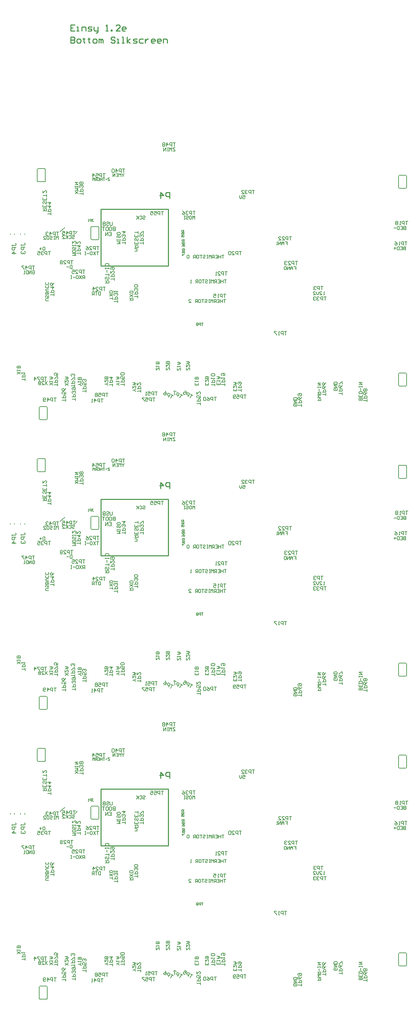
<source format=gbo>
G04*
G04 #@! TF.GenerationSoftware,Altium Limited,Altium Designer,21.0.8 (223)*
G04*
G04 Layer_Color=32896*
%FSLAX24Y24*%
%MOIN*%
G70*
G04*
G04 #@! TF.SameCoordinates,E1815635-7A5D-4FD7-A7C0-F7DF1B681885*
G04*
G04*
G04 #@! TF.FilePolarity,Positive*
G04*
G01*
G75*
%ADD10C,0.0070*%
%ADD12C,0.0100*%
%ADD14C,0.0080*%
%ADD77C,0.0060*%
%ADD80C,0.0079*%
%ADD167C,0.0050*%
G54D10*
X12351Y29174D02*
Y29308D01*
Y29241D01*
X12684D01*
X12751Y29308D01*
Y29374D01*
X12684Y29441D01*
X12751Y29041D02*
X12351D01*
Y28841D01*
X12418Y28775D01*
X12551D01*
X12618Y28841D01*
Y29041D01*
X12751Y28441D02*
X12351D01*
X12551Y28641D01*
Y28375D01*
X13251Y29204D02*
Y29338D01*
Y29271D01*
X13584D01*
X13651Y29338D01*
Y29404D01*
X13584Y29471D01*
X13651Y29071D02*
X13251D01*
Y28871D01*
X13318Y28805D01*
X13451D01*
X13518Y28871D01*
Y29071D01*
X13318Y28671D02*
X13251Y28605D01*
Y28471D01*
X13318Y28405D01*
X13384D01*
X13451Y28471D01*
Y28538D01*
Y28471D01*
X13518Y28405D01*
X13584D01*
X13651Y28471D01*
Y28605D01*
X13584Y28671D01*
X12351Y57954D02*
Y58087D01*
Y58021D01*
X12684D01*
X12751Y58087D01*
Y58154D01*
X12684Y58221D01*
X12751Y57821D02*
X12351D01*
Y57621D01*
X12418Y57554D01*
X12551D01*
X12618Y57621D01*
Y57821D01*
X12751Y57221D02*
X12351D01*
X12551Y57421D01*
Y57154D01*
X13251Y57984D02*
Y58117D01*
Y58051D01*
X13584D01*
X13651Y58117D01*
Y58184D01*
X13584Y58251D01*
X13651Y57851D02*
X13251D01*
Y57651D01*
X13318Y57584D01*
X13451D01*
X13518Y57651D01*
Y57851D01*
X13318Y57451D02*
X13251Y57384D01*
Y57251D01*
X13318Y57184D01*
X13384D01*
X13451Y57251D01*
Y57318D01*
Y57251D01*
X13518Y57184D01*
X13584D01*
X13651Y57251D01*
Y57384D01*
X13584Y57451D01*
X12351Y86734D02*
Y86867D01*
Y86800D01*
X12684D01*
X12751Y86867D01*
Y86933D01*
X12684Y87000D01*
X12751Y86600D02*
X12351D01*
Y86400D01*
X12418Y86334D01*
X12551D01*
X12618Y86400D01*
Y86600D01*
X12751Y86000D02*
X12351D01*
X12551Y86200D01*
Y85934D01*
X13251Y86763D02*
Y86897D01*
Y86830D01*
X13584D01*
X13651Y86897D01*
Y86963D01*
X13584Y87030D01*
X13651Y86630D02*
X13251D01*
Y86430D01*
X13318Y86364D01*
X13451D01*
X13518Y86430D01*
Y86630D01*
X13318Y86230D02*
X13251Y86164D01*
Y86030D01*
X13318Y85964D01*
X13384D01*
X13451Y86030D01*
Y86097D01*
Y86030D01*
X13518Y85964D01*
X13584D01*
X13651Y86030D01*
Y86164D01*
X13584Y86230D01*
G54D12*
X18200Y107500D02*
Y106900D01*
X18500D01*
X18600Y107000D01*
Y107100D01*
X18500Y107200D01*
X18200D01*
X18500D01*
X18600Y107300D01*
Y107400D01*
X18500Y107500D01*
X18200D01*
X18900Y106900D02*
X19100D01*
X19200Y107000D01*
Y107200D01*
X19100Y107300D01*
X18900D01*
X18800Y107200D01*
Y107000D01*
X18900Y106900D01*
X19500Y107400D02*
Y107300D01*
X19400D01*
X19600D01*
X19500D01*
Y107000D01*
X19600Y106900D01*
X19999Y107400D02*
Y107300D01*
X19899D01*
X20099D01*
X19999D01*
Y107000D01*
X20099Y106900D01*
X20499D02*
X20699D01*
X20799Y107000D01*
Y107200D01*
X20699Y107300D01*
X20499D01*
X20399Y107200D01*
Y107000D01*
X20499Y106900D01*
X20999D02*
Y107300D01*
X21099D01*
X21199Y107200D01*
Y106900D01*
Y107200D01*
X21299Y107300D01*
X21399Y107200D01*
Y106900D01*
X22599Y107400D02*
X22499Y107500D01*
X22299D01*
X22199Y107400D01*
Y107300D01*
X22299Y107200D01*
X22499D01*
X22599Y107100D01*
Y107000D01*
X22499Y106900D01*
X22299D01*
X22199Y107000D01*
X22799Y106900D02*
X22998D01*
X22898D01*
Y107300D01*
X22799D01*
X23298Y106900D02*
X23498D01*
X23398D01*
Y107500D01*
X23298D01*
X23798Y106900D02*
Y107500D01*
Y107100D02*
X24098Y107300D01*
X23798Y107100D02*
X24098Y106900D01*
X24398D02*
X24698D01*
X24798Y107000D01*
X24698Y107100D01*
X24498D01*
X24398Y107200D01*
X24498Y107300D01*
X24798D01*
X25398D02*
X25098D01*
X24998Y107200D01*
Y107000D01*
X25098Y106900D01*
X25398D01*
X25598Y107300D02*
Y106900D01*
Y107100D01*
X25698Y107200D01*
X25798Y107300D01*
X25898D01*
X26497Y106900D02*
X26297D01*
X26197Y107000D01*
Y107200D01*
X26297Y107300D01*
X26497D01*
X26597Y107200D01*
Y107100D01*
X26197D01*
X27097Y106900D02*
X26897D01*
X26797Y107000D01*
Y107200D01*
X26897Y107300D01*
X27097D01*
X27197Y107200D01*
Y107100D01*
X26797D01*
X27397Y106900D02*
Y107300D01*
X27697D01*
X27797Y107200D01*
Y106900D01*
X18600Y108700D02*
X18200D01*
Y108100D01*
X18600D01*
X18200Y108400D02*
X18400D01*
X18800Y108100D02*
X19000D01*
X18900D01*
Y108500D01*
X18800D01*
X19300Y108100D02*
Y108500D01*
X19600D01*
X19700Y108400D01*
Y108100D01*
X19899D02*
X20199D01*
X20299Y108200D01*
X20199Y108300D01*
X19999D01*
X19899Y108400D01*
X19999Y108500D01*
X20299D01*
X20499D02*
Y108200D01*
X20599Y108100D01*
X20899D01*
Y108000D01*
X20799Y107900D01*
X20699D01*
X20899Y108100D02*
Y108500D01*
X21699Y108100D02*
X21899D01*
X21799D01*
Y108700D01*
X21699Y108600D01*
X22199Y108100D02*
Y108200D01*
X22299D01*
Y108100D01*
X22199D01*
X23098D02*
X22699D01*
X23098Y108500D01*
Y108600D01*
X22998Y108700D01*
X22799D01*
X22699Y108600D01*
X23598Y108100D02*
X23398D01*
X23298Y108200D01*
Y108400D01*
X23398Y108500D01*
X23598D01*
X23698Y108400D01*
Y108300D01*
X23298D01*
X21202Y27199D02*
X27895D01*
X21202D02*
Y32821D01*
X27895D01*
Y27199D02*
Y32821D01*
X28019Y33888D02*
Y34488D01*
X27719D01*
X27619Y34388D01*
Y34188D01*
X27719Y34088D01*
X28019D01*
X27119Y33888D02*
Y34488D01*
X27419Y34188D01*
X27019D01*
X21202Y55978D02*
X27895D01*
X21202D02*
Y61600D01*
X27895D01*
Y55978D02*
Y61600D01*
X28019Y62668D02*
Y63268D01*
X27719D01*
X27619Y63168D01*
Y62968D01*
X27719Y62868D01*
X28019D01*
X27119Y62668D02*
Y63268D01*
X27419Y62968D01*
X27019D01*
X21202Y84758D02*
X27895D01*
X21202D02*
Y90380D01*
X27895D01*
Y84758D02*
Y90380D01*
X28019Y91448D02*
Y92047D01*
X27719D01*
X27619Y91947D01*
Y91747D01*
X27719Y91647D01*
X28019D01*
X27119Y91448D02*
Y92047D01*
X27419Y91747D01*
X27019D01*
G54D14*
X18651Y30401D02*
X18821Y30631D01*
X17131Y30601D02*
X17601Y31001D01*
X18651Y59181D02*
X18821Y59411D01*
X17131Y59381D02*
X17601Y59781D01*
X18651Y87960D02*
X18821Y88190D01*
X17131Y88160D02*
X17601Y88560D01*
G54D77*
X20200Y29913D02*
X20230Y29842D01*
X20300Y29813D01*
Y31113D02*
X20230Y31083D01*
X20200Y31013D01*
X21000D02*
X20971Y31083D01*
X20900Y31113D01*
Y29813D02*
X20971Y29842D01*
X21000Y29913D01*
X51583Y16455D02*
X51553Y16526D01*
X51483Y16555D01*
Y15255D02*
X51553Y15284D01*
X51583Y15355D01*
X50783D02*
X50812Y15284D01*
X50883Y15255D01*
Y16555D02*
X50812Y16526D01*
X50783Y16455D01*
X14871Y35651D02*
X14900Y35580D01*
X14971Y35551D01*
Y36851D02*
X14900Y36822D01*
X14871Y36751D01*
X15671D02*
X15642Y36822D01*
X15571Y36851D01*
Y35551D02*
X15642Y35580D01*
X15671Y35651D01*
X15051Y12041D02*
X15080Y11970D01*
X15151Y11941D01*
Y13241D02*
X15080Y13212D01*
X15051Y13141D01*
X15851D02*
X15822Y13212D01*
X15751Y13241D01*
Y11941D02*
X15822Y11970D01*
X15851Y12041D01*
X50791Y34991D02*
X50820Y34920D01*
X50891Y34891D01*
Y36191D02*
X50820Y36162D01*
X50791Y36091D01*
X51591D02*
X51562Y36162D01*
X51491Y36191D01*
Y34891D02*
X51562Y34920D01*
X51591Y34991D01*
X21000Y29913D02*
Y31013D01*
X20300Y29813D02*
X20900D01*
X20300Y31113D02*
X20900D01*
X20200Y29913D02*
Y31013D01*
X50783Y15355D02*
Y16455D01*
X50883Y16555D02*
X51483D01*
X50883Y15255D02*
X51483D01*
X51583Y15355D02*
Y16455D01*
X15671Y35651D02*
Y36751D01*
X14971Y35551D02*
X15571D01*
X14971Y36851D02*
X15571D01*
X14871Y35651D02*
Y36751D01*
X15851Y12041D02*
Y13141D01*
X15151Y11941D02*
X15751D01*
X15151Y13241D02*
X15751D01*
X15051Y12041D02*
Y13141D01*
X51591Y34991D02*
Y36091D01*
X50891Y34891D02*
X51491D01*
X50891Y36191D02*
X51491D01*
X50791Y34991D02*
Y36091D01*
X13191Y16461D02*
X12871Y16674D01*
X13191D02*
X12871Y16461D01*
Y16781D02*
Y16888D01*
Y16834D01*
X13191D01*
X13138Y16781D01*
X13191Y17047D02*
X12871D01*
Y17207D01*
X12924Y17261D01*
X12978D01*
X13031Y17207D01*
Y17047D01*
Y17207D01*
X13084Y17261D01*
X13138D01*
X13191Y17207D01*
Y17047D01*
X16421Y15371D02*
X16101Y15584D01*
X16421D02*
X16101Y15371D01*
Y15691D02*
Y15798D01*
Y15744D01*
X16421D01*
X16368Y15691D01*
X16101Y15957D02*
X16314D01*
X16421Y16064D01*
X16314Y16171D01*
X16101D01*
X16261D01*
Y15957D01*
X17951Y15321D02*
X17631Y15534D01*
X17951D02*
X17631Y15321D01*
Y15854D02*
Y15641D01*
X17844Y15854D01*
X17898D01*
X17951Y15801D01*
Y15694D01*
X17898Y15641D01*
X17631Y15961D02*
X17844D01*
X17951Y16067D01*
X17844Y16174D01*
X17631D01*
X17791D01*
Y15961D01*
X51508Y31118D02*
Y30798D01*
X51349D01*
X51295Y30852D01*
Y30905D01*
X51349Y30958D01*
X51508D01*
X51349D01*
X51295Y31012D01*
Y31065D01*
X51349Y31118D01*
X51508D01*
X50975D02*
X51189D01*
Y30798D01*
X50975D01*
X51189Y30958D02*
X51082D01*
X50869Y31118D02*
Y30798D01*
X50709D01*
X50655Y30852D01*
Y31065D01*
X50709Y31118D01*
X50869D01*
X50549Y30958D02*
X50336D01*
X51498Y29108D02*
Y28788D01*
X51339D01*
X51285Y28842D01*
Y28895D01*
X51339Y28948D01*
X51498D01*
X51339D01*
X51285Y29002D01*
Y29055D01*
X51339Y29108D01*
X51498D01*
X50965D02*
X51179D01*
Y28788D01*
X50965D01*
X51179Y28948D02*
X51072D01*
X50859Y29108D02*
Y28788D01*
X50699D01*
X50645Y28842D01*
Y29055D01*
X50699Y29108D01*
X50859D01*
X50539Y28948D02*
X50326D01*
X50432Y29055D02*
Y28842D01*
X16001Y23741D02*
X15734D01*
X15681Y23794D01*
Y23901D01*
X15734Y23954D01*
X16001D01*
X15948Y24274D02*
X16001Y24221D01*
Y24114D01*
X15948Y24061D01*
X15894D01*
X15841Y24114D01*
Y24221D01*
X15788Y24274D01*
X15734D01*
X15681Y24221D01*
Y24114D01*
X15734Y24061D01*
X16001Y24381D02*
X15681D01*
Y24541D01*
X15734Y24594D01*
X15788D01*
X15841Y24541D01*
Y24381D01*
Y24541D01*
X15894Y24594D01*
X15948D01*
X16001Y24541D01*
Y24381D01*
Y24701D02*
X15788D01*
X15681Y24807D01*
X15788Y24914D01*
X16001D01*
X15948Y25234D02*
X16001Y25181D01*
Y25074D01*
X15948Y25021D01*
X15734D01*
X15681Y25074D01*
Y25181D01*
X15734Y25234D01*
X15948Y25554D02*
X16001Y25500D01*
Y25394D01*
X15948Y25341D01*
X15734D01*
X15681Y25394D01*
Y25500D01*
X15734Y25554D01*
X14378Y26668D02*
X14431Y26721D01*
X14538D01*
X14591Y26668D01*
Y26454D01*
X14538Y26401D01*
X14431D01*
X14378Y26454D01*
Y26561D01*
X14484D01*
X14271Y26401D02*
Y26721D01*
X14058Y26401D01*
Y26721D01*
X13951D02*
Y26401D01*
X13791D01*
X13738Y26454D01*
Y26668D01*
X13791Y26721D01*
X13951D01*
X13631Y26401D02*
X13525D01*
X13578D01*
Y26721D01*
X13631Y26668D01*
X18321Y27261D02*
Y26941D01*
X18161D01*
X18108Y26994D01*
Y27208D01*
X18161Y27261D01*
X18321D01*
X18001Y27101D02*
X17788D01*
X15621Y29071D02*
Y28751D01*
X15461D01*
X15408Y28804D01*
Y29018D01*
X15461Y29071D01*
X15621D01*
X15301Y28911D02*
X15088D01*
X15194Y29018D02*
Y28804D01*
X35298Y34181D02*
X35511D01*
Y34021D01*
X35404Y34074D01*
X35351D01*
X35298Y34021D01*
Y33914D01*
X35351Y33861D01*
X35458D01*
X35511Y33914D01*
X35191Y34181D02*
Y33968D01*
X35085Y33861D01*
X34978Y33968D01*
Y34181D01*
X30521Y31831D02*
Y32151D01*
X30414Y32044D01*
X30308Y32151D01*
Y31831D01*
X30041Y32151D02*
X30148D01*
X30201Y32098D01*
Y31884D01*
X30148Y31831D01*
X30041D01*
X29988Y31884D01*
Y32098D01*
X30041Y32151D01*
X29668Y32098D02*
X29721Y32151D01*
X29828D01*
X29881Y32098D01*
Y32044D01*
X29828Y31991D01*
X29721D01*
X29668Y31938D01*
Y31884D01*
X29721Y31831D01*
X29828D01*
X29881Y31884D01*
X29561Y32151D02*
X29455D01*
X29508D01*
Y31831D01*
X29561D01*
X29455D01*
X25359Y32097D02*
X25412Y32150D01*
X25519D01*
X25572Y32097D01*
Y32044D01*
X25519Y31990D01*
X25412D01*
X25359Y31937D01*
Y31884D01*
X25412Y31830D01*
X25519D01*
X25572Y31884D01*
X25039Y32097D02*
X25093Y32150D01*
X25199D01*
X25253Y32097D01*
Y31884D01*
X25199Y31830D01*
X25093D01*
X25039Y31884D01*
X24933Y32150D02*
Y31830D01*
Y31937D01*
X24719Y32150D01*
X24879Y31990D01*
X24719Y31830D01*
X22787Y29399D02*
X23107D01*
X23000Y29506D01*
X23107Y29613D01*
X22787D01*
X23107Y29719D02*
Y29826D01*
Y29773D01*
X22787D01*
Y29719D01*
Y29826D01*
X23054Y30199D02*
X23107Y30146D01*
Y30039D01*
X23054Y29986D01*
X23000D01*
X22947Y30039D01*
Y30146D01*
X22894Y30199D01*
X22840D01*
X22787Y30146D01*
Y30039D01*
X22840Y29986D01*
X23107Y30466D02*
Y30359D01*
X23054Y30306D01*
X22840D01*
X22787Y30359D01*
Y30466D01*
X22840Y30519D01*
X23054D01*
X23107Y30466D01*
X28551Y38921D02*
X28338D01*
Y38868D01*
X28551Y38654D01*
Y38601D01*
X28338D01*
X28231D02*
Y38921D01*
X28124Y38814D01*
X28018Y38921D01*
Y38601D01*
X27911Y38921D02*
X27805D01*
X27858D01*
Y38601D01*
X27911D01*
X27805D01*
X27645D02*
Y38921D01*
X27431Y38601D01*
Y38921D01*
X23501Y36371D02*
Y36318D01*
X23394Y36211D01*
X23288Y36318D01*
Y36371D01*
X23394Y36211D02*
Y36051D01*
X23181D02*
Y36371D01*
X23075Y36264D01*
X22968Y36371D01*
Y36051D01*
X22861Y36371D02*
X22755D01*
X22808D01*
Y36051D01*
X22861D01*
X22755D01*
X22595D02*
Y36371D01*
X22381Y36051D01*
Y36371D01*
X18931Y34371D02*
X18611Y34584D01*
X18931D02*
X18611Y34371D01*
Y34691D02*
X18931D01*
X18824Y34798D01*
X18931Y34904D01*
X18611D01*
X18931Y35011D02*
Y35117D01*
Y35064D01*
X18611D01*
Y35011D01*
Y35117D01*
Y35277D02*
X18931D01*
X18611Y35491D01*
X18931D01*
X16941Y29821D02*
Y30141D01*
X16834Y30034D01*
X16728Y30141D01*
Y29821D01*
X16621Y30141D02*
X16514D01*
X16568D01*
Y29821D01*
X16621D01*
X16514D01*
X16141Y30088D02*
X16195Y30141D01*
X16301D01*
X16355Y30088D01*
Y30034D01*
X16301Y29981D01*
X16195D01*
X16141Y29928D01*
Y29874D01*
X16195Y29821D01*
X16301D01*
X16355Y29874D01*
X15875Y30141D02*
X15981D01*
X16035Y30088D01*
Y29874D01*
X15981Y29821D01*
X15875D01*
X15821Y29874D01*
Y30088D01*
X15875Y30141D01*
X15501Y29821D02*
X15715D01*
X15501Y30034D01*
Y30088D01*
X15555Y30141D01*
X15661D01*
X15715Y30088D01*
X18328Y30178D02*
X18381Y30231D01*
X18488D01*
X18541Y30178D01*
Y30124D01*
X18488Y30071D01*
X18381D01*
X18328Y30018D01*
Y29964D01*
X18381Y29911D01*
X18488D01*
X18541Y29964D01*
X18008Y30178D02*
X18061Y30231D01*
X18168D01*
X18221Y30178D01*
Y29964D01*
X18168Y29911D01*
X18061D01*
X18008Y29964D01*
X17901Y30231D02*
Y29911D01*
Y30018D01*
X17688Y30231D01*
X17848Y30071D01*
X17688Y29911D01*
X17368D02*
X17581D01*
X17368Y30124D01*
Y30178D01*
X17421Y30231D01*
X17528D01*
X17581Y30178D01*
X18371Y28221D02*
X18691D01*
X18584Y28328D01*
X18691Y28434D01*
X18371D01*
X18691Y28701D02*
Y28594D01*
X18638Y28541D01*
X18424D01*
X18371Y28594D01*
Y28701D01*
X18424Y28754D01*
X18638D01*
X18691Y28701D01*
X18638Y29074D02*
X18691Y29021D01*
Y28914D01*
X18638Y28861D01*
X18584D01*
X18531Y28914D01*
Y29021D01*
X18478Y29074D01*
X18424D01*
X18371Y29021D01*
Y28914D01*
X18424Y28861D01*
X18691Y29181D02*
Y29287D01*
Y29234D01*
X18371D01*
Y29181D01*
Y29287D01*
Y29661D02*
Y29447D01*
X18584Y29661D01*
X18638D01*
X18691Y29607D01*
Y29501D01*
X18638Y29447D01*
X20976Y28607D02*
X20763D01*
X20869D01*
Y28287D01*
X20656Y28607D02*
X20443Y28287D01*
Y28607D02*
X20656Y28287D01*
X20336Y28554D02*
X20283Y28607D01*
X20176D01*
X20123Y28554D01*
Y28340D01*
X20176Y28287D01*
X20283D01*
X20336Y28340D01*
Y28554D01*
X20016Y28447D02*
X19803D01*
X19696Y28607D02*
X19590D01*
X19643D01*
Y28287D01*
X19696D01*
X19590D01*
X21161Y24621D02*
Y24301D01*
X21001D01*
X20948Y24354D01*
Y24568D01*
X21001Y24621D01*
X21161D01*
X20841D02*
X20628D01*
X20735D01*
Y24301D01*
X20521D02*
Y24621D01*
X20361D01*
X20308Y24568D01*
Y24461D01*
X20361Y24408D01*
X20521D01*
X20415D02*
X20308Y24301D01*
X22361Y23871D02*
Y24084D01*
Y23978D01*
X22041D01*
X22361Y24191D02*
X22041Y24404D01*
X22361D02*
X22041Y24191D01*
X22308Y24511D02*
X22361Y24564D01*
Y24671D01*
X22308Y24724D01*
X22094D01*
X22041Y24671D01*
Y24564D01*
X22094Y24511D01*
X22308D01*
X33611Y23871D02*
X33398D01*
X33504D01*
Y23551D01*
X33291Y23871D02*
Y23551D01*
Y23711D01*
X33078D01*
Y23871D01*
Y23551D01*
X32758Y23871D02*
X32971D01*
Y23551D01*
X32758D01*
X32971Y23711D02*
X32865D01*
X32651Y23551D02*
Y23871D01*
X32491D01*
X32438Y23818D01*
Y23711D01*
X32491Y23658D01*
X32651D01*
X32545D02*
X32438Y23551D01*
X32331D02*
Y23871D01*
X32225Y23764D01*
X32118Y23871D01*
Y23551D01*
X32012Y23871D02*
X31905D01*
X31958D01*
Y23551D01*
X32012D01*
X31905D01*
X31532Y23818D02*
X31585Y23871D01*
X31692D01*
X31745Y23818D01*
Y23764D01*
X31692Y23711D01*
X31585D01*
X31532Y23658D01*
Y23604D01*
X31585Y23551D01*
X31692D01*
X31745Y23604D01*
X31425Y23871D02*
X31212D01*
X31318D01*
Y23551D01*
X30945Y23871D02*
X31052D01*
X31105Y23818D01*
Y23604D01*
X31052Y23551D01*
X30945D01*
X30892Y23604D01*
Y23818D01*
X30945Y23871D01*
X30785Y23551D02*
Y23871D01*
X30625D01*
X30572Y23818D01*
Y23711D01*
X30625Y23658D01*
X30785D01*
X30679D02*
X30572Y23551D01*
X29932D02*
X30145D01*
X29932Y23764D01*
Y23818D01*
X29986Y23871D01*
X30092D01*
X30145Y23818D01*
X33661Y25831D02*
X33448D01*
X33554D01*
Y25511D01*
X33341Y25831D02*
Y25511D01*
Y25671D01*
X33128D01*
Y25831D01*
Y25511D01*
X32808Y25831D02*
X33021D01*
Y25511D01*
X32808D01*
X33021Y25671D02*
X32915D01*
X32701Y25511D02*
Y25831D01*
X32541D01*
X32488Y25778D01*
Y25671D01*
X32541Y25618D01*
X32701D01*
X32595D02*
X32488Y25511D01*
X32381D02*
Y25831D01*
X32275Y25724D01*
X32168Y25831D01*
Y25511D01*
X32062Y25831D02*
X31955D01*
X32008D01*
Y25511D01*
X32062D01*
X31955D01*
X31582Y25778D02*
X31635Y25831D01*
X31742D01*
X31795Y25778D01*
Y25724D01*
X31742Y25671D01*
X31635D01*
X31582Y25618D01*
Y25564D01*
X31635Y25511D01*
X31742D01*
X31795Y25564D01*
X31475Y25831D02*
X31262D01*
X31368D01*
Y25511D01*
X30995Y25831D02*
X31102D01*
X31155Y25778D01*
Y25564D01*
X31102Y25511D01*
X30995D01*
X30942Y25564D01*
Y25778D01*
X30995Y25831D01*
X30835Y25511D02*
Y25831D01*
X30675D01*
X30622Y25778D01*
Y25671D01*
X30675Y25618D01*
X30835D01*
X30729D02*
X30622Y25511D01*
X30195D02*
X30089D01*
X30142D01*
Y25831D01*
X30195Y25778D01*
X33431Y28271D02*
X33218D01*
X33324D01*
Y27951D01*
X33111Y28271D02*
Y27951D01*
Y28111D01*
X32898D01*
Y28271D01*
Y27951D01*
X32578Y28271D02*
X32791D01*
Y27951D01*
X32578D01*
X32791Y28111D02*
X32685D01*
X32471Y27951D02*
Y28271D01*
X32311D01*
X32258Y28218D01*
Y28111D01*
X32311Y28058D01*
X32471D01*
X32365D02*
X32258Y27951D01*
X32151D02*
Y28271D01*
X32045Y28164D01*
X31938Y28271D01*
Y27951D01*
X31832Y28271D02*
X31725D01*
X31778D01*
Y27951D01*
X31832D01*
X31725D01*
X31352Y28218D02*
X31405Y28271D01*
X31512D01*
X31565Y28218D01*
Y28164D01*
X31512Y28111D01*
X31405D01*
X31352Y28058D01*
Y28004D01*
X31405Y27951D01*
X31512D01*
X31565Y28004D01*
X31245Y28271D02*
X31032D01*
X31138D01*
Y27951D01*
X30765Y28271D02*
X30872D01*
X30925Y28218D01*
Y28004D01*
X30872Y27951D01*
X30765D01*
X30712Y28004D01*
Y28218D01*
X30765Y28271D01*
X30605Y27951D02*
Y28271D01*
X30445D01*
X30392Y28218D01*
Y28111D01*
X30445Y28058D01*
X30605D01*
X30499D02*
X30392Y27951D01*
X29965Y28218D02*
X29912Y28271D01*
X29806D01*
X29752Y28218D01*
Y28004D01*
X29806Y27951D01*
X29912D01*
X29965Y28004D01*
Y28218D01*
X39508Y29611D02*
X39721D01*
Y29451D01*
X39614D01*
X39721D01*
Y29291D01*
X39401D02*
Y29504D01*
X39295Y29611D01*
X39188Y29504D01*
Y29291D01*
Y29451D01*
X39401D01*
X39081Y29291D02*
Y29611D01*
X38868Y29291D01*
Y29611D01*
X38761Y29291D02*
X38655D01*
X38708D01*
Y29611D01*
X38761Y29558D01*
X40365Y27138D02*
X40578D01*
Y26978D01*
X40472D01*
X40578D01*
Y26818D01*
X40259D02*
Y27032D01*
X40152Y27138D01*
X40045Y27032D01*
Y26818D01*
Y26978D01*
X40259D01*
X39939Y26818D02*
Y27138D01*
X39725Y26818D01*
Y27138D01*
X39619Y27085D02*
X39565Y27138D01*
X39459D01*
X39406Y27085D01*
Y26872D01*
X39459Y26818D01*
X39565D01*
X39619Y26872D01*
Y27085D01*
X43431Y24321D02*
X43324D01*
X43378D01*
Y24641D01*
X43431Y24588D01*
X42951Y24321D02*
X43164D01*
X42951Y24534D01*
Y24588D01*
X43004Y24641D01*
X43111D01*
X43164Y24588D01*
X42845Y24641D02*
Y24428D01*
X42738Y24321D01*
X42631Y24428D01*
Y24641D01*
X42311Y24321D02*
X42525D01*
X42311Y24534D01*
Y24588D01*
X42365Y24641D01*
X42471D01*
X42525Y24588D01*
X47188Y13879D02*
X46869D01*
Y14038D01*
X46922Y14092D01*
X46975D01*
X47028Y14038D01*
Y13879D01*
Y14038D01*
X47082Y14092D01*
X47135D01*
X47188Y14038D01*
Y13879D01*
Y14412D02*
Y14198D01*
X46869D01*
Y14412D01*
X47028Y14198D02*
Y14305D01*
X47188Y14518D02*
X46869D01*
Y14678D01*
X46922Y14732D01*
X47135D01*
X47188Y14678D01*
Y14518D01*
X47028Y14838D02*
Y15051D01*
X47188Y15158D02*
Y15265D01*
Y15211D01*
X46869D01*
Y15158D01*
Y15265D01*
Y15425D02*
X47188D01*
X46869Y15638D01*
X47188D01*
X44638Y15034D02*
X44691Y14981D01*
Y14874D01*
X44638Y14821D01*
X44424D01*
X44371Y14874D01*
Y14981D01*
X44424Y15034D01*
X44531D01*
Y14928D01*
X44371Y15141D02*
X44691D01*
X44371Y15354D01*
X44691D01*
Y15461D02*
X44371D01*
Y15621D01*
X44424Y15674D01*
X44638D01*
X44691Y15621D01*
Y15461D01*
X42738Y13819D02*
X43058D01*
Y13978D01*
X43005Y14032D01*
X42898D01*
X42845Y13978D01*
Y13819D01*
X43058Y14138D02*
X42738D01*
X42845Y14245D01*
X42738Y14352D01*
X43058D01*
X42738Y14458D02*
X43058D01*
Y14618D01*
X43005Y14672D01*
X42898D01*
X42845Y14618D01*
Y14458D01*
Y14565D02*
X42738Y14672D01*
X42898Y14778D02*
Y14991D01*
X43058Y15098D02*
Y15205D01*
Y15151D01*
X42738D01*
Y15098D01*
Y15205D01*
Y15365D02*
X43058D01*
X42738Y15578D01*
X43058D01*
X40625Y13482D02*
X40678Y13428D01*
Y13322D01*
X40625Y13269D01*
X40412D01*
X40359Y13322D01*
Y13428D01*
X40412Y13482D01*
X40518D01*
Y13375D01*
X40359Y13588D02*
X40678D01*
X40359Y13802D01*
X40678D01*
Y13908D02*
X40359D01*
Y14068D01*
X40412Y14122D01*
X40625D01*
X40678Y14068D01*
Y13908D01*
X30891Y15574D02*
Y15361D01*
X30571D01*
Y15574D01*
X30731Y15361D02*
Y15468D01*
X30571Y15681D02*
Y15788D01*
Y15734D01*
X30891D01*
X30838Y15681D01*
X30891Y15948D02*
X30571D01*
Y16107D01*
X30624Y16161D01*
X30678D01*
X30731Y16107D01*
Y15948D01*
Y16107D01*
X30784Y16161D01*
X30838D01*
X30891Y16107D01*
Y15948D01*
X33041Y15624D02*
Y15411D01*
X32721D01*
Y15624D01*
X32881Y15411D02*
Y15518D01*
X32721Y15731D02*
Y15838D01*
Y15784D01*
X33041D01*
X32988Y15731D01*
X32721Y15998D02*
X32934D01*
X33041Y16104D01*
X32934Y16211D01*
X32721D01*
X32881D01*
Y15998D01*
X34698Y15002D02*
Y14789D01*
X34378D01*
Y15002D01*
X34538Y14789D02*
Y14895D01*
X34378Y15322D02*
Y15108D01*
X34592Y15322D01*
X34645D01*
X34698Y15268D01*
Y15162D01*
X34645Y15108D01*
X34378Y15428D02*
X34592D01*
X34698Y15535D01*
X34592Y15642D01*
X34378D01*
X34538D01*
Y15428D01*
X31901Y15584D02*
Y15371D01*
X31581D01*
Y15584D01*
X31741Y15371D02*
Y15478D01*
X31581Y15904D02*
Y15691D01*
X31794Y15904D01*
X31848D01*
X31901Y15851D01*
Y15744D01*
X31848Y15691D01*
X31901Y16011D02*
X31581D01*
Y16171D01*
X31634Y16224D01*
X31688D01*
X31741Y16171D01*
Y16011D01*
Y16171D01*
X31794Y16224D01*
X31848D01*
X31901Y16171D01*
Y16011D01*
X28008Y16868D02*
Y17082D01*
X27955D01*
X27742Y16868D01*
X27689D01*
Y17082D01*
Y17402D02*
Y17188D01*
X27902Y17402D01*
X27955D01*
X28008Y17348D01*
Y17242D01*
X27955Y17188D01*
X28008Y17508D02*
X27689D01*
Y17668D01*
X27742Y17722D01*
X27795D01*
X27848Y17668D01*
Y17508D01*
Y17668D01*
X27902Y17722D01*
X27955D01*
X28008Y17668D01*
Y17508D01*
X30018Y16848D02*
Y17062D01*
X29965D01*
X29752Y16848D01*
X29699D01*
Y17062D01*
Y17382D02*
Y17168D01*
X29912Y17382D01*
X29965D01*
X30018Y17328D01*
Y17222D01*
X29965Y17168D01*
X29699Y17488D02*
X29912D01*
X30018Y17595D01*
X29912Y17702D01*
X29699D01*
X29858D01*
Y17488D01*
X29111Y16831D02*
Y17044D01*
X29058D01*
X28844Y16831D01*
X28791D01*
Y17044D01*
Y17151D02*
Y17258D01*
Y17204D01*
X29111D01*
X29058Y17151D01*
X28791Y17418D02*
X29004D01*
X29111Y17524D01*
X29004Y17631D01*
X28791D01*
X28951D01*
Y17418D01*
X26998Y16868D02*
Y17082D01*
X26945D01*
X26732Y16868D01*
X26679D01*
Y17082D01*
Y17188D02*
Y17295D01*
Y17242D01*
X26998D01*
X26945Y17188D01*
X26998Y17455D02*
X26679D01*
Y17615D01*
X26732Y17668D01*
X26785D01*
X26838Y17615D01*
Y17455D01*
Y17615D01*
X26892Y17668D01*
X26945D01*
X26998Y17615D01*
Y17455D01*
X21901Y15351D02*
X21848D01*
X21741Y15458D01*
X21848Y15564D01*
X21901D01*
X21741Y15458D02*
X21581D01*
Y15884D02*
Y15671D01*
X21794Y15884D01*
X21848D01*
X21901Y15831D01*
Y15724D01*
X21848Y15671D01*
X21901Y15991D02*
X21581D01*
Y16151D01*
X21634Y16204D01*
X21688D01*
X21741Y16151D01*
Y15991D01*
Y16151D01*
X21794Y16204D01*
X21848D01*
X21901Y16151D01*
Y15991D01*
X24671Y14741D02*
X24618D01*
X24511Y14848D01*
X24618Y14954D01*
X24671D01*
X24511Y14848D02*
X24351D01*
Y15274D02*
Y15061D01*
X24564Y15274D01*
X24618D01*
X24671Y15221D01*
Y15114D01*
X24618Y15061D01*
X24351Y15381D02*
X24564D01*
X24671Y15487D01*
X24564Y15594D01*
X24351D01*
X24511D01*
Y15381D01*
X23031Y15361D02*
X22978D01*
X22871Y15468D01*
X22978Y15574D01*
X23031D01*
X22871Y15468D02*
X22711D01*
Y15681D02*
Y15788D01*
Y15734D01*
X23031D01*
X22978Y15681D01*
X22711Y15948D02*
X22924D01*
X23031Y16054D01*
X22924Y16161D01*
X22711D01*
X22871D01*
Y15948D01*
X19241Y15321D02*
X19188D01*
X19081Y15428D01*
X19188Y15534D01*
X19241D01*
X19081Y15428D02*
X18921D01*
Y15641D02*
Y15748D01*
Y15694D01*
X19241D01*
X19188Y15641D01*
X19241Y15907D02*
X18921D01*
Y16067D01*
X18974Y16121D01*
X19028D01*
X19081Y16067D01*
Y15907D01*
Y16067D01*
X19134Y16121D01*
X19188D01*
X19241Y16067D01*
Y15907D01*
X15841Y15721D02*
X15628Y15401D01*
Y15721D02*
X15841Y15401D01*
X15308D02*
X15521D01*
X15308Y15614D01*
Y15668D01*
X15361Y15721D01*
X15468D01*
X15521Y15668D01*
X15201Y15721D02*
Y15401D01*
X15041D01*
X14988Y15454D01*
Y15508D01*
X15041Y15561D01*
X15201D01*
X15041D01*
X14988Y15614D01*
Y15668D01*
X15041Y15721D01*
X15201D01*
X24051Y23781D02*
X24401D01*
Y23956D01*
X24343Y24014D01*
X24226D01*
X24168Y23956D01*
Y23781D01*
Y23898D02*
X24051Y24014D01*
X24401Y24131D02*
X24051Y24364D01*
X24401D02*
X24051Y24131D01*
X24343Y24481D02*
X24401Y24539D01*
Y24656D01*
X24343Y24714D01*
X24109D01*
X24051Y24656D01*
Y24539D01*
X24109Y24481D01*
X24343D01*
X21626Y25502D02*
X21975D01*
Y25677D01*
X21917Y25735D01*
X21801D01*
X21742Y25677D01*
Y25502D01*
Y25618D02*
X21626Y25735D01*
X21917Y26085D02*
X21975Y26026D01*
Y25910D01*
X21917Y25852D01*
X21859D01*
X21801Y25910D01*
Y26026D01*
X21742Y26085D01*
X21684D01*
X21626Y26026D01*
Y25910D01*
X21684Y25852D01*
X21975Y26201D02*
Y26435D01*
Y26318D01*
X21626D01*
X21801Y26551D02*
Y26785D01*
X21975Y26901D02*
Y27018D01*
Y26960D01*
X21626D01*
Y26901D01*
Y27018D01*
X21975Y27368D02*
Y27251D01*
X21917Y27193D01*
X21684D01*
X21626Y27251D01*
Y27368D01*
X21684Y27426D01*
X21917D01*
X21975Y27368D01*
X19578Y25915D02*
Y26235D01*
X19418D01*
X19365Y26182D01*
Y26075D01*
X19418Y26022D01*
X19578D01*
X19472D02*
X19365Y25915D01*
X19258Y26235D02*
X19045Y25915D01*
Y26235D02*
X19258Y25915D01*
X18939Y26182D02*
X18885Y26235D01*
X18779D01*
X18725Y26182D01*
Y25968D01*
X18779Y25915D01*
X18885D01*
X18939Y25968D01*
Y26182D01*
X18619Y26075D02*
X18405D01*
X18299Y26235D02*
X18192D01*
X18245D01*
Y25915D01*
X18299D01*
X18192D01*
X22324Y31560D02*
Y31269D01*
X22266Y31210D01*
X22149D01*
X22091Y31269D01*
Y31560D01*
X21741Y31502D02*
X21800Y31560D01*
X21916D01*
X21975Y31502D01*
Y31444D01*
X21916Y31385D01*
X21800D01*
X21741Y31327D01*
Y31269D01*
X21800Y31210D01*
X21916D01*
X21975Y31269D01*
X21625Y31560D02*
Y31210D01*
X21450D01*
X21391Y31269D01*
Y31327D01*
X21450Y31385D01*
X21625D01*
X21450D01*
X21391Y31444D01*
Y31502D01*
X21450Y31560D01*
X21625D01*
X22620Y31048D02*
Y30698D01*
X22445D01*
X22386Y30757D01*
Y30815D01*
X22445Y30873D01*
X22620D01*
X22445D01*
X22386Y30932D01*
Y30990D01*
X22445Y31048D01*
X22620D01*
X22095D02*
X22211D01*
X22270Y30990D01*
Y30757D01*
X22211Y30698D01*
X22095D01*
X22037Y30757D01*
Y30990D01*
X22095Y31048D01*
X21745D02*
X21862D01*
X21920Y30990D01*
Y30757D01*
X21862Y30698D01*
X21745D01*
X21687Y30757D01*
Y30990D01*
X21745Y31048D01*
X21570D02*
X21337D01*
X21453D01*
Y30698D01*
X21993Y30537D02*
X22226D01*
Y30187D01*
X21993D01*
X22226Y30362D02*
X22109D01*
X21876Y30187D02*
Y30537D01*
X21643Y30187D01*
Y30537D01*
X15431Y32671D02*
X15781D01*
Y32846D01*
X15723Y32904D01*
X15606D01*
X15548Y32846D01*
Y32671D01*
Y32788D02*
X15431Y32904D01*
X15781Y33254D02*
Y33021D01*
X15431D01*
Y33254D01*
X15606Y33021D02*
Y33138D01*
X15723Y33604D02*
X15781Y33546D01*
Y33429D01*
X15723Y33371D01*
X15664D01*
X15606Y33429D01*
Y33546D01*
X15548Y33604D01*
X15489D01*
X15431Y33546D01*
Y33429D01*
X15489Y33371D01*
X15781Y33954D02*
Y33721D01*
X15431D01*
Y33954D01*
X15606Y33721D02*
Y33837D01*
X15781Y34071D02*
Y34304D01*
Y34187D01*
X15431D01*
Y34654D02*
Y34420D01*
X15664Y34654D01*
X15723D01*
X15781Y34595D01*
Y34479D01*
X15723Y34420D01*
X24551Y28651D02*
X24784D01*
Y28826D01*
X24726Y28884D01*
X24551D01*
Y29001D02*
X24901D01*
Y29176D01*
X24843Y29234D01*
X24726D01*
X24668Y29176D01*
Y29001D01*
Y29118D02*
X24551Y29234D01*
X24901Y29584D02*
Y29351D01*
X24551D01*
Y29584D01*
X24726Y29351D02*
Y29467D01*
X24843Y29934D02*
X24901Y29876D01*
Y29759D01*
X24843Y29701D01*
X24784D01*
X24726Y29759D01*
Y29876D01*
X24668Y29934D01*
X24609D01*
X24551Y29876D01*
Y29759D01*
X24609Y29701D01*
X24901Y30284D02*
Y30051D01*
X24551D01*
Y30284D01*
X24726Y30051D02*
Y30167D01*
X24901Y30400D02*
Y30634D01*
Y30517D01*
X24551D01*
X32681Y14171D02*
X32448D01*
X32564D01*
Y13821D01*
X32331D02*
Y14171D01*
X32156D01*
X32098Y14113D01*
Y13996D01*
X32156Y13938D01*
X32331D01*
X31748Y14171D02*
X31865Y14113D01*
X31981Y13996D01*
Y13879D01*
X31923Y13821D01*
X31806D01*
X31748Y13879D01*
Y13938D01*
X31806Y13996D01*
X31981D01*
X31631Y14113D02*
X31573Y14171D01*
X31456D01*
X31398Y14113D01*
Y13879D01*
X31456Y13821D01*
X31573D01*
X31631Y13879D01*
Y14113D01*
X35631Y14381D02*
X35398D01*
X35514D01*
Y14031D01*
X35281D02*
Y14381D01*
X35106D01*
X35048Y14323D01*
Y14206D01*
X35106Y14148D01*
X35281D01*
X34698Y14381D02*
X34931D01*
Y14206D01*
X34815Y14264D01*
X34756D01*
X34698Y14206D01*
Y14089D01*
X34756Y14031D01*
X34873D01*
X34931Y14089D01*
X34581D02*
X34523Y14031D01*
X34406D01*
X34348Y14089D01*
Y14323D01*
X34406Y14381D01*
X34523D01*
X34581Y14323D01*
Y14264D01*
X34523Y14206D01*
X34348D01*
X21891Y14571D02*
X21658D01*
X21774D01*
Y14221D01*
X21541D02*
Y14571D01*
X21366D01*
X21308Y14513D01*
Y14396D01*
X21366Y14338D01*
X21541D01*
X20958Y14571D02*
X21191D01*
Y14396D01*
X21075Y14454D01*
X21016D01*
X20958Y14396D01*
Y14279D01*
X21016Y14221D01*
X21133D01*
X21191Y14279D01*
X20841Y14513D02*
X20783Y14571D01*
X20666D01*
X20608Y14513D01*
Y14454D01*
X20666Y14396D01*
X20608Y14338D01*
Y14279D01*
X20666Y14221D01*
X20783D01*
X20841Y14279D01*
Y14338D01*
X20783Y14396D01*
X20841Y14454D01*
Y14513D01*
X20783Y14396D02*
X20666D01*
X26561Y14111D02*
X26328D01*
X26444D01*
Y13761D01*
X26211D02*
Y14111D01*
X26036D01*
X25978Y14053D01*
Y13936D01*
X26036Y13878D01*
X26211D01*
X25628Y14111D02*
X25861D01*
Y13936D01*
X25745Y13994D01*
X25686D01*
X25628Y13936D01*
Y13819D01*
X25686Y13761D01*
X25803D01*
X25861Y13819D01*
X25511Y14111D02*
X25278D01*
Y14053D01*
X25511Y13819D01*
Y13761D01*
X17681D02*
Y13994D01*
Y13878D01*
X17331D01*
Y14111D02*
X17681D01*
Y14286D01*
X17623Y14344D01*
X17506D01*
X17448Y14286D01*
Y14111D01*
X17681Y14694D02*
Y14461D01*
X17506D01*
X17564Y14577D01*
Y14636D01*
X17506Y14694D01*
X17389D01*
X17331Y14636D01*
Y14519D01*
X17389Y14461D01*
X17681Y15044D02*
X17623Y14927D01*
X17506Y14811D01*
X17389D01*
X17331Y14869D01*
Y14986D01*
X17389Y15044D01*
X17448D01*
X17506Y14986D01*
Y14811D01*
X16751Y14081D02*
X16518D01*
X16634D01*
Y13731D01*
X16401D02*
Y14081D01*
X16226D01*
X16168Y14023D01*
Y13906D01*
X16226Y13848D01*
X16401D01*
X15876Y13731D02*
Y14081D01*
X16051Y13906D01*
X15818D01*
X15701Y13789D02*
X15643Y13731D01*
X15526D01*
X15468Y13789D01*
Y14023D01*
X15526Y14081D01*
X15643D01*
X15701Y14023D01*
Y13964D01*
X15643Y13906D01*
X15468D01*
X21421Y14001D02*
X21188D01*
X21304D01*
Y13651D01*
X21071D02*
Y14001D01*
X20896D01*
X20838Y13943D01*
Y13826D01*
X20896Y13768D01*
X21071D01*
X20546Y13651D02*
Y14001D01*
X20721Y13826D01*
X20488D01*
X20371Y13651D02*
X20255D01*
X20313D01*
Y14001D01*
X20371Y13943D01*
X18671Y13841D02*
Y14074D01*
Y13958D01*
X18321D01*
Y14191D02*
X18671D01*
Y14366D01*
X18613Y14424D01*
X18496D01*
X18438Y14366D01*
Y14191D01*
X18613Y14541D02*
X18671Y14599D01*
Y14716D01*
X18613Y14774D01*
X18554D01*
X18496Y14716D01*
Y14657D01*
Y14716D01*
X18438Y14774D01*
X18379D01*
X18321Y14716D01*
Y14599D01*
X18379Y14541D01*
Y14891D02*
X18321Y14949D01*
Y15066D01*
X18379Y15124D01*
X18613D01*
X18671Y15066D01*
Y14949D01*
X18613Y14891D01*
X18554D01*
X18496Y14949D01*
Y15124D01*
X27409Y32613D02*
X27176D01*
X27292D01*
Y32263D01*
X27059D02*
Y32613D01*
X26884D01*
X26826Y32555D01*
Y32438D01*
X26884Y32380D01*
X27059D01*
X26476Y32613D02*
X26709D01*
Y32438D01*
X26593Y32497D01*
X26534D01*
X26476Y32438D01*
Y32322D01*
X26534Y32263D01*
X26651D01*
X26709Y32322D01*
X26126Y32613D02*
X26359D01*
Y32438D01*
X26243Y32497D01*
X26184D01*
X26126Y32438D01*
Y32322D01*
X26184Y32263D01*
X26301D01*
X26359Y32322D01*
X21611Y36361D02*
X21378D01*
X21494D01*
Y36011D01*
X21261D02*
Y36361D01*
X21086D01*
X21028Y36303D01*
Y36186D01*
X21086Y36128D01*
X21261D01*
X20678Y36361D02*
X20911D01*
Y36186D01*
X20795Y36244D01*
X20736D01*
X20678Y36186D01*
Y36069D01*
X20736Y36011D01*
X20853D01*
X20911Y36069D01*
X20386Y36011D02*
Y36361D01*
X20561Y36186D01*
X20328D01*
X16181Y28631D02*
X15948D01*
X16064D01*
Y28281D01*
X15831D02*
Y28631D01*
X15656D01*
X15598Y28573D01*
Y28456D01*
X15656Y28398D01*
X15831D01*
X15481Y28573D02*
X15423Y28631D01*
X15306D01*
X15248Y28573D01*
Y28514D01*
X15306Y28456D01*
X15365D01*
X15306D01*
X15248Y28398D01*
Y28339D01*
X15306Y28281D01*
X15423D01*
X15481Y28339D01*
X14898Y28631D02*
X15131D01*
Y28456D01*
X15015Y28514D01*
X14956D01*
X14898Y28456D01*
Y28339D01*
X14956Y28281D01*
X15073D01*
X15131Y28339D01*
X18421Y27731D02*
X18188D01*
X18304D01*
Y27381D01*
X18071D02*
Y27731D01*
X17896D01*
X17838Y27673D01*
Y27556D01*
X17896Y27498D01*
X18071D01*
X17488Y27381D02*
X17721D01*
X17488Y27614D01*
Y27673D01*
X17546Y27731D01*
X17663D01*
X17721Y27673D01*
X17371D02*
X17313Y27731D01*
X17196D01*
X17138Y27673D01*
Y27614D01*
X17196Y27556D01*
X17138Y27498D01*
Y27439D01*
X17196Y27381D01*
X17313D01*
X17371Y27439D01*
Y27498D01*
X17313Y27556D01*
X17371Y27614D01*
Y27673D01*
X17313Y27556D02*
X17196D01*
X18581Y15191D02*
Y15424D01*
Y15308D01*
X18231D01*
Y15541D02*
X18581D01*
Y15716D01*
X18523Y15774D01*
X18406D01*
X18348Y15716D01*
Y15541D01*
X18581Y15891D02*
Y16124D01*
X18523D01*
X18289Y15891D01*
X18231D01*
X18523Y16241D02*
X18581Y16299D01*
Y16416D01*
X18523Y16474D01*
X18464D01*
X18406Y16416D01*
Y16357D01*
Y16416D01*
X18348Y16474D01*
X18289D01*
X18231Y16416D01*
Y16299D01*
X18289Y16241D01*
X15801Y16151D02*
X15568D01*
X15684D01*
Y15801D01*
X15451D02*
Y16151D01*
X15276D01*
X15218Y16093D01*
Y15976D01*
X15276Y15918D01*
X15451D01*
X15101Y16151D02*
X14868D01*
Y16093D01*
X15101Y15859D01*
Y15801D01*
X14576D02*
Y16151D01*
X14751Y15976D01*
X14518D01*
X16888Y15288D02*
Y15522D01*
Y15405D01*
X16538D01*
Y15638D02*
X16888D01*
Y15813D01*
X16830Y15872D01*
X16713D01*
X16655Y15813D01*
Y15638D01*
X16888Y15988D02*
Y16222D01*
X16830D01*
X16597Y15988D01*
X16538D01*
X16888Y16571D02*
Y16338D01*
X16713D01*
X16772Y16455D01*
Y16513D01*
X16713Y16571D01*
X16597D01*
X16538Y16513D01*
Y16396D01*
X16597Y16338D01*
X36461Y34711D02*
X36228D01*
X36344D01*
Y34361D01*
X36111D02*
Y34711D01*
X35936D01*
X35878Y34653D01*
Y34536D01*
X35936Y34478D01*
X36111D01*
X35761Y34653D02*
X35703Y34711D01*
X35586D01*
X35528Y34653D01*
Y34594D01*
X35586Y34536D01*
X35645D01*
X35586D01*
X35528Y34478D01*
Y34419D01*
X35586Y34361D01*
X35703D01*
X35761Y34419D01*
X35178Y34361D02*
X35411D01*
X35178Y34594D01*
Y34653D01*
X35236Y34711D01*
X35353D01*
X35411Y34653D01*
X22851Y23551D02*
Y23784D01*
Y23668D01*
X22501D01*
Y23901D02*
X22851D01*
Y24076D01*
X22793Y24134D01*
X22676D01*
X22618Y24076D01*
Y23901D01*
X22793Y24251D02*
X22851Y24309D01*
Y24426D01*
X22793Y24484D01*
X22734D01*
X22676Y24426D01*
Y24367D01*
Y24426D01*
X22618Y24484D01*
X22559D01*
X22501Y24426D01*
Y24309D01*
X22559Y24251D01*
X22501Y24601D02*
Y24717D01*
Y24659D01*
X22851D01*
X22793Y24601D01*
X24861Y24041D02*
Y24274D01*
Y24158D01*
X24511D01*
Y24391D02*
X24861D01*
Y24566D01*
X24803Y24624D01*
X24686D01*
X24628Y24566D01*
Y24391D01*
X24803Y24741D02*
X24861Y24799D01*
Y24916D01*
X24803Y24974D01*
X24744D01*
X24686Y24916D01*
Y24857D01*
Y24916D01*
X24628Y24974D01*
X24569D01*
X24511Y24916D01*
Y24799D01*
X24569Y24741D01*
X24803Y25091D02*
X24861Y25149D01*
Y25266D01*
X24803Y25324D01*
X24569D01*
X24511Y25266D01*
Y25149D01*
X24569Y25091D01*
X24803D01*
X22507Y25777D02*
Y26010D01*
Y25894D01*
X22157D01*
Y26127D02*
X22507D01*
Y26302D01*
X22449Y26360D01*
X22332D01*
X22274Y26302D01*
Y26127D01*
X22157Y26710D02*
Y26477D01*
X22390Y26710D01*
X22449D01*
X22507Y26652D01*
Y26535D01*
X22449Y26477D01*
X22215Y26827D02*
X22157Y26885D01*
Y27002D01*
X22215Y27060D01*
X22449D01*
X22507Y27002D01*
Y26885D01*
X22449Y26827D01*
X22390D01*
X22332Y26885D01*
Y27060D01*
X20996Y29139D02*
X20762D01*
X20879D01*
Y28789D01*
X20646D02*
Y29139D01*
X20471D01*
X20413Y29081D01*
Y28964D01*
X20471Y28906D01*
X20646D01*
X20063Y28789D02*
X20296D01*
X20063Y29022D01*
Y29081D01*
X20121Y29139D01*
X20238D01*
X20296Y29081D01*
X19713Y29139D02*
X19829Y29081D01*
X19946Y28964D01*
Y28847D01*
X19888Y28789D01*
X19771D01*
X19713Y28847D01*
Y28906D01*
X19771Y28964D01*
X19946D01*
X19588Y26796D02*
X19355D01*
X19472D01*
Y26447D01*
X19238D02*
Y26796D01*
X19063D01*
X19005Y26738D01*
Y26621D01*
X19063Y26563D01*
X19238D01*
X18655Y26447D02*
X18888D01*
X18655Y26680D01*
Y26738D01*
X18713Y26796D01*
X18830D01*
X18888Y26738D01*
X18305Y26796D02*
X18539D01*
Y26621D01*
X18422Y26680D01*
X18364D01*
X18305Y26621D01*
Y26505D01*
X18364Y26447D01*
X18480D01*
X18539Y26505D01*
X21631Y25091D02*
X21398D01*
X21514D01*
Y24741D01*
X21281D02*
Y25091D01*
X21106D01*
X21048Y25033D01*
Y24916D01*
X21106Y24858D01*
X21281D01*
X20698Y24741D02*
X20931D01*
X20698Y24974D01*
Y25033D01*
X20756Y25091D01*
X20873D01*
X20931Y25033D01*
X20406Y24741D02*
Y25091D01*
X20581Y24916D01*
X20348D01*
X51711Y31631D02*
X51478D01*
X51594D01*
Y31281D01*
X51361D02*
Y31631D01*
X51186D01*
X51128Y31573D01*
Y31456D01*
X51186Y31398D01*
X51361D01*
X51011Y31281D02*
X50895D01*
X50953D01*
Y31631D01*
X51011Y31573D01*
X50720D02*
X50661Y31631D01*
X50545D01*
X50486Y31573D01*
Y31514D01*
X50545Y31456D01*
X50486Y31398D01*
Y31339D01*
X50545Y31281D01*
X50661D01*
X50720Y31339D01*
Y31398D01*
X50661Y31456D01*
X50720Y31514D01*
Y31573D01*
X50661Y31456D02*
X50545D01*
X39661Y20681D02*
X39428D01*
X39544D01*
Y20331D01*
X39311D02*
Y20681D01*
X39136D01*
X39078Y20623D01*
Y20506D01*
X39136Y20448D01*
X39311D01*
X38961Y20331D02*
X38845D01*
X38903D01*
Y20681D01*
X38961Y20623D01*
X38670Y20681D02*
X38436D01*
Y20623D01*
X38670Y20389D01*
Y20331D01*
X51631Y29611D02*
X51398D01*
X51514D01*
Y29261D01*
X51281D02*
Y29611D01*
X51106D01*
X51048Y29553D01*
Y29436D01*
X51106Y29378D01*
X51281D01*
X50931Y29261D02*
X50815D01*
X50873D01*
Y29611D01*
X50931Y29553D01*
X50406Y29611D02*
X50523Y29553D01*
X50640Y29436D01*
Y29319D01*
X50581Y29261D01*
X50465D01*
X50406Y29319D01*
Y29378D01*
X50465Y29436D01*
X50640D01*
X43281Y25171D02*
X43048D01*
X43164D01*
Y24821D01*
X42931D02*
Y25171D01*
X42756D01*
X42698Y25113D01*
Y24996D01*
X42756Y24938D01*
X42931D01*
X42581Y25113D02*
X42523Y25171D01*
X42406D01*
X42348Y25113D01*
Y25054D01*
X42406Y24996D01*
X42465D01*
X42406D01*
X42348Y24938D01*
Y24879D01*
X42406Y24821D01*
X42523D01*
X42581Y24879D01*
X33751Y26621D02*
X33518D01*
X33634D01*
Y26271D01*
X33401D02*
Y26621D01*
X33226D01*
X33168Y26563D01*
Y26446D01*
X33226Y26388D01*
X33401D01*
X32818Y26271D02*
X33051D01*
X32818Y26504D01*
Y26563D01*
X32876Y26621D01*
X32993D01*
X33051Y26563D01*
X32701Y26271D02*
X32585D01*
X32643D01*
Y26621D01*
X32701Y26563D01*
X35161Y28641D02*
X34928D01*
X35044D01*
Y28291D01*
X34811D02*
Y28641D01*
X34636D01*
X34578Y28583D01*
Y28466D01*
X34636Y28408D01*
X34811D01*
X34228Y28291D02*
X34461D01*
X34228Y28524D01*
Y28583D01*
X34286Y28641D01*
X34403D01*
X34461Y28583D01*
X34111D02*
X34053Y28641D01*
X33936D01*
X33878Y28583D01*
Y28349D01*
X33936Y28291D01*
X34053D01*
X34111Y28349D01*
Y28583D01*
X33621Y24401D02*
X33388D01*
X33504D01*
Y24051D01*
X33271D02*
Y24401D01*
X33096D01*
X33038Y24343D01*
Y24226D01*
X33096Y24168D01*
X33271D01*
X32921Y24051D02*
X32805D01*
X32863D01*
Y24401D01*
X32921Y24343D01*
X32396Y24401D02*
X32630D01*
Y24226D01*
X32513Y24284D01*
X32455D01*
X32396Y24226D01*
Y24109D01*
X32455Y24051D01*
X32571D01*
X32630Y24109D01*
X23629Y29370D02*
Y29603D01*
Y29486D01*
X23279D01*
Y29720D02*
X23629D01*
Y29895D01*
X23571Y29953D01*
X23454D01*
X23396Y29895D01*
Y29720D01*
X23571Y30070D02*
X23629Y30128D01*
Y30244D01*
X23571Y30303D01*
X23512D01*
X23454Y30244D01*
Y30186D01*
Y30244D01*
X23396Y30303D01*
X23337D01*
X23279Y30244D01*
Y30128D01*
X23337Y30070D01*
X23279Y30594D02*
X23629D01*
X23454Y30419D01*
Y30653D01*
X30571Y32641D02*
X30338D01*
X30454D01*
Y32291D01*
X30221D02*
Y32641D01*
X30046D01*
X29988Y32583D01*
Y32466D01*
X30046Y32408D01*
X30221D01*
X29871Y32583D02*
X29813Y32641D01*
X29696D01*
X29638Y32583D01*
Y32524D01*
X29696Y32466D01*
X29755D01*
X29696D01*
X29638Y32408D01*
Y32349D01*
X29696Y32291D01*
X29813D01*
X29871Y32349D01*
X29288Y32641D02*
X29405Y32583D01*
X29521Y32466D01*
Y32349D01*
X29463Y32291D01*
X29346D01*
X29288Y32349D01*
Y32408D01*
X29346Y32466D01*
X29521D01*
X25411Y29351D02*
Y29584D01*
Y29468D01*
X25061D01*
Y29701D02*
X25411D01*
Y29876D01*
X25353Y29934D01*
X25236D01*
X25178Y29876D01*
Y29701D01*
X25353Y30051D02*
X25411Y30109D01*
Y30226D01*
X25353Y30284D01*
X25294D01*
X25236Y30226D01*
Y30167D01*
Y30226D01*
X25178Y30284D01*
X25119D01*
X25061Y30226D01*
Y30109D01*
X25119Y30051D01*
X25411Y30401D02*
Y30634D01*
X25353D01*
X25119Y30401D01*
X25061D01*
X19411Y34261D02*
Y34494D01*
Y34378D01*
X19061D01*
Y34611D02*
X19411D01*
Y34786D01*
X19353Y34844D01*
X19236D01*
X19178Y34786D01*
Y34611D01*
X19353Y34961D02*
X19411Y35019D01*
Y35136D01*
X19353Y35194D01*
X19294D01*
X19236Y35136D01*
Y35077D01*
Y35136D01*
X19178Y35194D01*
X19119D01*
X19061Y35136D01*
Y35019D01*
X19119Y34961D01*
X19353Y35311D02*
X19411Y35369D01*
Y35486D01*
X19353Y35544D01*
X19294D01*
X19236Y35486D01*
X19178Y35544D01*
X19119D01*
X19061Y35486D01*
Y35369D01*
X19119Y35311D01*
X19178D01*
X19236Y35369D01*
X19294Y35311D01*
X19353D01*
X19236Y35369D02*
Y35486D01*
X23561Y36821D02*
X23328D01*
X23444D01*
Y36471D01*
X23211D02*
Y36821D01*
X23036D01*
X22978Y36763D01*
Y36646D01*
X23036Y36588D01*
X23211D01*
X22686Y36471D02*
Y36821D01*
X22861Y36646D01*
X22628D01*
X22511Y36763D02*
X22453Y36821D01*
X22336D01*
X22278Y36763D01*
Y36529D01*
X22336Y36471D01*
X22453D01*
X22511Y36529D01*
Y36763D01*
X19151Y28331D02*
Y28564D01*
Y28448D01*
X18801D01*
Y28681D02*
X19151D01*
Y28856D01*
X19093Y28914D01*
X18976D01*
X18918Y28856D01*
Y28681D01*
X18801Y29206D02*
X19151D01*
X18976Y29031D01*
Y29264D01*
X18801Y29614D02*
Y29381D01*
X19034Y29614D01*
X19093D01*
X19151Y29556D01*
Y29439D01*
X19093Y29381D01*
X17001Y30561D02*
X16768D01*
X16884D01*
Y30211D01*
X16651D02*
Y30561D01*
X16476D01*
X16418Y30503D01*
Y30386D01*
X16476Y30328D01*
X16651D01*
X16126Y30211D02*
Y30561D01*
X16301Y30386D01*
X16068D01*
X15951Y30503D02*
X15893Y30561D01*
X15776D01*
X15718Y30503D01*
Y30444D01*
X15776Y30386D01*
X15835D01*
X15776D01*
X15718Y30328D01*
Y30269D01*
X15776Y30211D01*
X15893D01*
X15951Y30269D01*
X16231Y32261D02*
Y32494D01*
Y32378D01*
X15881D01*
Y32611D02*
X16231D01*
Y32786D01*
X16173Y32844D01*
X16056D01*
X15998Y32786D01*
Y32611D01*
X15881Y33136D02*
X16231D01*
X16056Y32961D01*
Y33194D01*
X15881Y33486D02*
X16231D01*
X16056Y33311D01*
Y33544D01*
X18651Y30641D02*
X18418D01*
X18534D01*
Y30291D01*
X18301D02*
Y30641D01*
X18126D01*
X18068Y30583D01*
Y30466D01*
X18126Y30408D01*
X18301D01*
X17776Y30291D02*
Y30641D01*
X17951Y30466D01*
X17718D01*
X17368Y30641D02*
X17601D01*
Y30466D01*
X17485Y30524D01*
X17426D01*
X17368Y30466D01*
Y30349D01*
X17426Y30291D01*
X17543D01*
X17601Y30349D01*
X16521Y24221D02*
Y24454D01*
Y24338D01*
X16171D01*
Y24571D02*
X16521D01*
Y24746D01*
X16463Y24804D01*
X16346D01*
X16288Y24746D01*
Y24571D01*
X16171Y25096D02*
X16521D01*
X16346Y24921D01*
Y25154D01*
X16521Y25504D02*
X16463Y25387D01*
X16346Y25271D01*
X16229D01*
X16171Y25329D01*
Y25446D01*
X16229Y25504D01*
X16288D01*
X16346Y25446D01*
Y25271D01*
X14591Y27191D02*
X14358D01*
X14474D01*
Y26841D01*
X14241D02*
Y27191D01*
X14066D01*
X14008Y27133D01*
Y27016D01*
X14066Y26958D01*
X14241D01*
X13716Y26841D02*
Y27191D01*
X13891Y27016D01*
X13658D01*
X13541Y27191D02*
X13308D01*
Y27133D01*
X13541Y26899D01*
Y26841D01*
X28591Y39421D02*
X28358D01*
X28474D01*
Y39071D01*
X28241D02*
Y39421D01*
X28066D01*
X28008Y39363D01*
Y39246D01*
X28066Y39188D01*
X28241D01*
X27716Y39071D02*
Y39421D01*
X27891Y39246D01*
X27658D01*
X27541Y39363D02*
X27483Y39421D01*
X27366D01*
X27308Y39363D01*
Y39304D01*
X27366Y39246D01*
X27308Y39188D01*
Y39129D01*
X27366Y39071D01*
X27483D01*
X27541Y39129D01*
Y39188D01*
X27483Y39246D01*
X27541Y39304D01*
Y39363D01*
X27483Y39246D02*
X27366D01*
X43561Y14321D02*
Y14554D01*
Y14438D01*
X43211D01*
Y14671D02*
X43561D01*
Y14846D01*
X43503Y14904D01*
X43386D01*
X43328Y14846D01*
Y14671D01*
X43561Y15254D02*
X43503Y15137D01*
X43386Y15021D01*
X43269D01*
X43211Y15079D01*
Y15196D01*
X43269Y15254D01*
X43328D01*
X43386Y15196D01*
Y15021D01*
X43561Y15604D02*
X43503Y15487D01*
X43386Y15371D01*
X43269D01*
X43211Y15429D01*
Y15546D01*
X43269Y15604D01*
X43328D01*
X43386Y15546D01*
Y15371D01*
X45191Y14411D02*
Y14644D01*
Y14528D01*
X44841D01*
Y14761D02*
X45191D01*
Y14936D01*
X45133Y14994D01*
X45016D01*
X44958Y14936D01*
Y14761D01*
X45191Y15344D02*
X45133Y15227D01*
X45016Y15111D01*
X44899D01*
X44841Y15169D01*
Y15286D01*
X44899Y15344D01*
X44958D01*
X45016Y15286D01*
Y15111D01*
X45191Y15461D02*
Y15694D01*
X45133D01*
X44899Y15461D01*
X44841D01*
X47651Y13721D02*
Y13954D01*
Y13838D01*
X47301D01*
Y14071D02*
X47651D01*
Y14246D01*
X47593Y14304D01*
X47476D01*
X47418Y14246D01*
Y14071D01*
X47651Y14654D02*
X47593Y14537D01*
X47476Y14421D01*
X47359D01*
X47301Y14479D01*
Y14596D01*
X47359Y14654D01*
X47418D01*
X47476Y14596D01*
Y14421D01*
X47593Y14771D02*
X47651Y14829D01*
Y14946D01*
X47593Y15004D01*
X47534D01*
X47476Y14946D01*
X47418Y15004D01*
X47359D01*
X47301Y14946D01*
Y14829D01*
X47359Y14771D01*
X47418D01*
X47476Y14829D01*
X47534Y14771D01*
X47593D01*
X47476Y14829D02*
Y14946D01*
X41141Y13241D02*
Y13474D01*
Y13358D01*
X40791D01*
Y13591D02*
X41141D01*
Y13766D01*
X41083Y13824D01*
X40966D01*
X40908Y13766D01*
Y13591D01*
X41141Y14174D02*
X41083Y14057D01*
X40966Y13941D01*
X40849D01*
X40791Y13999D01*
Y14116D01*
X40849Y14174D01*
X40908D01*
X40966Y14116D01*
Y13941D01*
X40849Y14291D02*
X40791Y14349D01*
Y14466D01*
X40849Y14524D01*
X41083D01*
X41141Y14466D01*
Y14349D01*
X41083Y14291D01*
X41024D01*
X40966Y14349D01*
Y14524D01*
X13661Y15811D02*
Y16044D01*
Y15928D01*
X13311D01*
Y16161D02*
X13661D01*
Y16336D01*
X13603Y16394D01*
X13486D01*
X13428Y16336D01*
Y16161D01*
X13311Y16511D02*
Y16627D01*
Y16569D01*
X13661D01*
X13603Y16511D01*
X25141Y14661D02*
Y14894D01*
Y14778D01*
X24791D01*
Y15011D02*
X25141D01*
Y15186D01*
X25083Y15244D01*
X24966D01*
X24908Y15186D01*
Y15011D01*
X24791Y15594D02*
Y15361D01*
X25024Y15594D01*
X25083D01*
X25141Y15536D01*
Y15419D01*
X25083Y15361D01*
X22361Y15271D02*
Y15504D01*
Y15388D01*
X22011D01*
Y15621D02*
X22361D01*
Y15796D01*
X22303Y15854D01*
X22186D01*
X22128Y15796D01*
Y15621D01*
X22011Y16146D02*
X22361D01*
X22186Y15971D01*
Y16204D01*
X23511Y15311D02*
Y15544D01*
Y15428D01*
X23161D01*
Y15661D02*
X23511D01*
Y15836D01*
X23453Y15894D01*
X23336D01*
X23278Y15836D01*
Y15661D01*
X23511Y16244D02*
Y16011D01*
X23336D01*
X23394Y16127D01*
Y16186D01*
X23336Y16244D01*
X23219D01*
X23161Y16186D01*
Y16069D01*
X23219Y16011D01*
X23453Y16361D02*
X23511Y16419D01*
Y16536D01*
X23453Y16594D01*
X23219D01*
X23161Y16536D01*
Y16419D01*
X23219Y16361D01*
X23453D01*
X19721Y14661D02*
Y14894D01*
Y14778D01*
X19371D01*
Y15011D02*
X19721D01*
Y15186D01*
X19663Y15244D01*
X19546D01*
X19488Y15186D01*
Y15011D01*
X19721Y15594D02*
Y15361D01*
X19546D01*
X19604Y15477D01*
Y15536D01*
X19546Y15594D01*
X19429D01*
X19371Y15536D01*
Y15419D01*
X19429Y15361D01*
X19663Y15711D02*
X19721Y15769D01*
Y15886D01*
X19663Y15944D01*
X19604D01*
X19546Y15886D01*
Y15827D01*
Y15886D01*
X19488Y15944D01*
X19429D01*
X19371Y15886D01*
Y15769D01*
X19429Y15711D01*
X30326Y14344D02*
X30124Y14461D01*
X30225Y14402D01*
X30050Y14099D01*
X29848Y14216D02*
X30023Y14519D01*
X29871Y14606D01*
X29792Y14585D01*
X29733Y14484D01*
X29755Y14404D01*
X29906Y14317D01*
X29518Y14811D02*
X29720Y14694D01*
X29632Y14542D01*
X29561Y14651D01*
X29510Y14680D01*
X29430Y14659D01*
X29372Y14558D01*
X29393Y14478D01*
X29495Y14420D01*
X29574Y14441D01*
X28386Y14304D02*
X28184Y14421D01*
X28285Y14362D01*
X28110Y14059D01*
X27908Y14176D02*
X28083Y14479D01*
X27931Y14566D01*
X27852Y14545D01*
X27793Y14444D01*
X27815Y14364D01*
X27966Y14277D01*
X27578Y14771D02*
X27650Y14662D01*
X27692Y14502D01*
X27634Y14401D01*
X27555Y14380D01*
X27453Y14438D01*
X27432Y14518D01*
X27461Y14569D01*
X27541Y14590D01*
X27692Y14502D01*
X29306Y14344D02*
X29104Y14461D01*
X29205Y14402D01*
X29030Y14099D01*
X28828Y14216D02*
X29003Y14519D01*
X28851Y14606D01*
X28772Y14585D01*
X28713Y14484D01*
X28735Y14404D01*
X28886Y14317D01*
X28700Y14694D02*
X28498Y14811D01*
X28469Y14760D01*
X28554Y14441D01*
X28525Y14391D01*
X26791Y14701D02*
X26558D01*
X26674D01*
Y14351D01*
X26441D02*
Y14701D01*
X26266D01*
X26208Y14643D01*
Y14526D01*
X26266Y14468D01*
X26441D01*
X25858Y14701D02*
X26091D01*
Y14526D01*
X25975Y14584D01*
X25916D01*
X25858Y14526D01*
Y14409D01*
X25916Y14351D01*
X26033D01*
X26091Y14409D01*
X25741Y14351D02*
X25625D01*
X25683D01*
Y14701D01*
X25741Y14643D01*
X35161Y14731D02*
Y14964D01*
Y14848D01*
X34811D01*
Y15081D02*
X35161D01*
Y15256D01*
X35103Y15314D01*
X34986D01*
X34928Y15256D01*
Y15081D01*
X34869Y15431D02*
X34811Y15489D01*
Y15606D01*
X34869Y15664D01*
X35103D01*
X35161Y15606D01*
Y15489D01*
X35103Y15431D01*
X35044D01*
X34986Y15489D01*
Y15664D01*
X32511Y15281D02*
Y15514D01*
Y15398D01*
X32161D01*
Y15631D02*
X32511D01*
Y15806D01*
X32453Y15864D01*
X32336D01*
X32278Y15806D01*
Y15631D01*
X32161Y15981D02*
Y16097D01*
Y16039D01*
X32511D01*
X32453Y15981D01*
Y16272D02*
X32511Y16331D01*
Y16447D01*
X32453Y16506D01*
X32219D01*
X32161Y16447D01*
Y16331D01*
X32219Y16272D01*
X32453D01*
X33521Y15301D02*
Y15534D01*
Y15418D01*
X33171D01*
Y15651D02*
X33521D01*
Y15826D01*
X33463Y15884D01*
X33346D01*
X33288Y15826D01*
Y15651D01*
X33171Y16001D02*
Y16117D01*
Y16059D01*
X33521D01*
X33463Y16001D01*
X33229Y16292D02*
X33171Y16351D01*
Y16467D01*
X33229Y16526D01*
X33463D01*
X33521Y16467D01*
Y16351D01*
X33463Y16292D01*
X33404D01*
X33346Y16351D01*
Y16526D01*
X31081Y13401D02*
Y13634D01*
Y13518D01*
X30731D01*
Y13751D02*
X31081D01*
Y13926D01*
X31023Y13984D01*
X30906D01*
X30848Y13926D01*
Y13751D01*
X31081Y14334D02*
Y14101D01*
X30906D01*
X30964Y14217D01*
Y14276D01*
X30906Y14334D01*
X30789D01*
X30731Y14276D01*
Y14159D01*
X30789Y14101D01*
X30731Y14684D02*
Y14451D01*
X30964Y14684D01*
X31023D01*
X31081Y14626D01*
Y14509D01*
X31023Y14451D01*
X40141Y30101D02*
X39908D01*
X40024D01*
Y29751D01*
X39791D02*
Y30101D01*
X39616D01*
X39558Y30043D01*
Y29926D01*
X39616Y29868D01*
X39791D01*
X39208Y29751D02*
X39441D01*
X39208Y29984D01*
Y30043D01*
X39266Y30101D01*
X39383D01*
X39441Y30043D01*
X38858Y29751D02*
X39091D01*
X38858Y29984D01*
Y30043D01*
X38916Y30101D01*
X39033D01*
X39091Y30043D01*
X40751Y27661D02*
X40518D01*
X40634D01*
Y27311D01*
X40401D02*
Y27661D01*
X40226D01*
X40168Y27603D01*
Y27486D01*
X40226Y27428D01*
X40401D01*
X39818Y27311D02*
X40051D01*
X39818Y27544D01*
Y27603D01*
X39876Y27661D01*
X39993D01*
X40051Y27603D01*
X39701D02*
X39643Y27661D01*
X39526D01*
X39468Y27603D01*
Y27544D01*
X39526Y27486D01*
X39585D01*
X39526D01*
X39468Y27428D01*
Y27369D01*
X39526Y27311D01*
X39643D01*
X39701Y27369D01*
X43601Y24131D02*
X43368D01*
X43484D01*
Y23781D01*
X43251D02*
Y24131D01*
X43076D01*
X43018Y24073D01*
Y23956D01*
X43076Y23898D01*
X43251D01*
X42901Y24073D02*
X42843Y24131D01*
X42726D01*
X42668Y24073D01*
Y24014D01*
X42726Y23956D01*
X42785D01*
X42726D01*
X42668Y23898D01*
Y23839D01*
X42726Y23781D01*
X42843D01*
X42901Y23839D01*
X42551Y24073D02*
X42493Y24131D01*
X42376D01*
X42318Y24073D01*
Y24014D01*
X42376Y23956D01*
X42435D01*
X42376D01*
X42318Y23898D01*
Y23839D01*
X42376Y23781D01*
X42493D01*
X42551Y23839D01*
X20200Y58692D02*
X20230Y58621D01*
X20300Y58592D01*
Y59892D02*
X20230Y59863D01*
X20200Y59792D01*
X21000D02*
X20971Y59863D01*
X20900Y59892D01*
Y58592D02*
X20971Y58621D01*
X21000Y58692D01*
X51583Y45235D02*
X51553Y45305D01*
X51483Y45335D01*
Y44035D02*
X51553Y44064D01*
X51583Y44135D01*
X50783D02*
X50812Y44064D01*
X50883Y44035D01*
Y45335D02*
X50812Y45305D01*
X50783Y45235D01*
X14871Y64431D02*
X14900Y64360D01*
X14971Y64331D01*
Y65631D02*
X14900Y65601D01*
X14871Y65531D01*
X15671D02*
X15642Y65601D01*
X15571Y65631D01*
Y64331D02*
X15642Y64360D01*
X15671Y64431D01*
X15051Y40821D02*
X15080Y40750D01*
X15151Y40721D01*
Y42021D02*
X15080Y41991D01*
X15051Y41921D01*
X15851D02*
X15822Y41991D01*
X15751Y42021D01*
Y40721D02*
X15822Y40750D01*
X15851Y40821D01*
X50791Y63771D02*
X50820Y63700D01*
X50891Y63671D01*
Y64971D02*
X50820Y64941D01*
X50791Y64871D01*
X51591D02*
X51562Y64941D01*
X51491Y64971D01*
Y63671D02*
X51562Y63700D01*
X51591Y63771D01*
X21000Y58692D02*
Y59792D01*
X20300Y58592D02*
X20900D01*
X20300Y59892D02*
X20900D01*
X20200Y58692D02*
Y59792D01*
X50783Y44135D02*
Y45235D01*
X50883Y45335D02*
X51483D01*
X50883Y44035D02*
X51483D01*
X51583Y44135D02*
Y45235D01*
X15671Y64431D02*
Y65531D01*
X14971Y64331D02*
X15571D01*
X14971Y65631D02*
X15571D01*
X14871Y64431D02*
Y65531D01*
X15851Y40821D02*
Y41921D01*
X15151Y40721D02*
X15751D01*
X15151Y42021D02*
X15751D01*
X15051Y40821D02*
Y41921D01*
X51591Y63771D02*
Y64871D01*
X50891Y63671D02*
X51491D01*
X50891Y64971D02*
X51491D01*
X50791Y63771D02*
Y64871D01*
X13191Y45241D02*
X12871Y45454D01*
X13191D02*
X12871Y45241D01*
Y45560D02*
Y45667D01*
Y45614D01*
X13191D01*
X13138Y45560D01*
X13191Y45827D02*
X12871D01*
Y45987D01*
X12924Y46040D01*
X12978D01*
X13031Y45987D01*
Y45827D01*
Y45987D01*
X13084Y46040D01*
X13138D01*
X13191Y45987D01*
Y45827D01*
X16421Y44151D02*
X16101Y44364D01*
X16421D02*
X16101Y44151D01*
Y44470D02*
Y44577D01*
Y44524D01*
X16421D01*
X16368Y44470D01*
X16101Y44737D02*
X16314D01*
X16421Y44844D01*
X16314Y44950D01*
X16101D01*
X16261D01*
Y44737D01*
X17951Y44101D02*
X17631Y44314D01*
X17951D02*
X17631Y44101D01*
Y44634D02*
Y44420D01*
X17844Y44634D01*
X17898D01*
X17951Y44580D01*
Y44474D01*
X17898Y44420D01*
X17631Y44740D02*
X17844D01*
X17951Y44847D01*
X17844Y44954D01*
X17631D01*
X17791D01*
Y44740D01*
X51508Y59898D02*
Y59578D01*
X51349D01*
X51295Y59631D01*
Y59685D01*
X51349Y59738D01*
X51508D01*
X51349D01*
X51295Y59791D01*
Y59845D01*
X51349Y59898D01*
X51508D01*
X50975D02*
X51189D01*
Y59578D01*
X50975D01*
X51189Y59738D02*
X51082D01*
X50869Y59898D02*
Y59578D01*
X50709D01*
X50655Y59631D01*
Y59845D01*
X50709Y59898D01*
X50869D01*
X50549Y59738D02*
X50336D01*
X51498Y57888D02*
Y57568D01*
X51339D01*
X51285Y57621D01*
Y57675D01*
X51339Y57728D01*
X51498D01*
X51339D01*
X51285Y57781D01*
Y57835D01*
X51339Y57888D01*
X51498D01*
X50965D02*
X51179D01*
Y57568D01*
X50965D01*
X51179Y57728D02*
X51072D01*
X50859Y57888D02*
Y57568D01*
X50699D01*
X50645Y57621D01*
Y57835D01*
X50699Y57888D01*
X50859D01*
X50539Y57728D02*
X50326D01*
X50432Y57835D02*
Y57621D01*
X16001Y52521D02*
X15734D01*
X15681Y52574D01*
Y52681D01*
X15734Y52734D01*
X16001D01*
X15948Y53054D02*
X16001Y53000D01*
Y52894D01*
X15948Y52840D01*
X15894D01*
X15841Y52894D01*
Y53000D01*
X15788Y53054D01*
X15734D01*
X15681Y53000D01*
Y52894D01*
X15734Y52840D01*
X16001Y53160D02*
X15681D01*
Y53320D01*
X15734Y53374D01*
X15788D01*
X15841Y53320D01*
Y53160D01*
Y53320D01*
X15894Y53374D01*
X15948D01*
X16001Y53320D01*
Y53160D01*
Y53480D02*
X15788D01*
X15681Y53587D01*
X15788Y53694D01*
X16001D01*
X15948Y54013D02*
X16001Y53960D01*
Y53853D01*
X15948Y53800D01*
X15734D01*
X15681Y53853D01*
Y53960D01*
X15734Y54013D01*
X15948Y54333D02*
X16001Y54280D01*
Y54173D01*
X15948Y54120D01*
X15734D01*
X15681Y54173D01*
Y54280D01*
X15734Y54333D01*
X14378Y55447D02*
X14431Y55500D01*
X14538D01*
X14591Y55447D01*
Y55234D01*
X14538Y55181D01*
X14431D01*
X14378Y55234D01*
Y55340D01*
X14484D01*
X14271Y55181D02*
Y55500D01*
X14058Y55181D01*
Y55500D01*
X13951D02*
Y55181D01*
X13791D01*
X13738Y55234D01*
Y55447D01*
X13791Y55500D01*
X13951D01*
X13631Y55181D02*
X13525D01*
X13578D01*
Y55500D01*
X13631Y55447D01*
X18321Y56040D02*
Y55721D01*
X18161D01*
X18108Y55774D01*
Y55987D01*
X18161Y56040D01*
X18321D01*
X18001Y55880D02*
X17788D01*
X15621Y57850D02*
Y57531D01*
X15461D01*
X15408Y57584D01*
Y57797D01*
X15461Y57850D01*
X15621D01*
X15301Y57691D02*
X15088D01*
X15194Y57797D02*
Y57584D01*
X35298Y62960D02*
X35511D01*
Y62800D01*
X35404Y62854D01*
X35351D01*
X35298Y62800D01*
Y62694D01*
X35351Y62641D01*
X35458D01*
X35511Y62694D01*
X35191Y62960D02*
Y62747D01*
X35085Y62641D01*
X34978Y62747D01*
Y62960D01*
X30521Y60611D02*
Y60930D01*
X30414Y60824D01*
X30308Y60930D01*
Y60611D01*
X30041Y60930D02*
X30148D01*
X30201Y60877D01*
Y60664D01*
X30148Y60611D01*
X30041D01*
X29988Y60664D01*
Y60877D01*
X30041Y60930D01*
X29668Y60877D02*
X29721Y60930D01*
X29828D01*
X29881Y60877D01*
Y60824D01*
X29828Y60771D01*
X29721D01*
X29668Y60717D01*
Y60664D01*
X29721Y60611D01*
X29828D01*
X29881Y60664D01*
X29561Y60930D02*
X29455D01*
X29508D01*
Y60611D01*
X29561D01*
X29455D01*
X25359Y60876D02*
X25412Y60930D01*
X25519D01*
X25572Y60876D01*
Y60823D01*
X25519Y60770D01*
X25412D01*
X25359Y60717D01*
Y60663D01*
X25412Y60610D01*
X25519D01*
X25572Y60663D01*
X25039Y60876D02*
X25093Y60930D01*
X25199D01*
X25253Y60876D01*
Y60663D01*
X25199Y60610D01*
X25093D01*
X25039Y60663D01*
X24933Y60930D02*
Y60610D01*
Y60717D01*
X24719Y60930D01*
X24879Y60770D01*
X24719Y60610D01*
X22787Y58179D02*
X23107D01*
X23000Y58285D01*
X23107Y58392D01*
X22787D01*
X23107Y58499D02*
Y58605D01*
Y58552D01*
X22787D01*
Y58499D01*
Y58605D01*
X23054Y58979D02*
X23107Y58925D01*
Y58819D01*
X23054Y58765D01*
X23000D01*
X22947Y58819D01*
Y58925D01*
X22894Y58979D01*
X22840D01*
X22787Y58925D01*
Y58819D01*
X22840Y58765D01*
X23107Y59245D02*
Y59139D01*
X23054Y59085D01*
X22840D01*
X22787Y59139D01*
Y59245D01*
X22840Y59298D01*
X23054D01*
X23107Y59245D01*
X28551Y67700D02*
X28338D01*
Y67647D01*
X28551Y67434D01*
Y67381D01*
X28338D01*
X28231D02*
Y67700D01*
X28124Y67594D01*
X28018Y67700D01*
Y67381D01*
X27911Y67700D02*
X27805D01*
X27858D01*
Y67381D01*
X27911D01*
X27805D01*
X27645D02*
Y67700D01*
X27431Y67381D01*
Y67700D01*
X23501Y65150D02*
Y65097D01*
X23394Y64991D01*
X23288Y65097D01*
Y65150D01*
X23394Y64991D02*
Y64831D01*
X23181D02*
Y65150D01*
X23075Y65044D01*
X22968Y65150D01*
Y64831D01*
X22861Y65150D02*
X22755D01*
X22808D01*
Y64831D01*
X22861D01*
X22755D01*
X22595D02*
Y65150D01*
X22381Y64831D01*
Y65150D01*
X18931Y63151D02*
X18611Y63364D01*
X18931D02*
X18611Y63151D01*
Y63470D02*
X18931D01*
X18824Y63577D01*
X18931Y63684D01*
X18611D01*
X18931Y63790D02*
Y63897D01*
Y63844D01*
X18611D01*
Y63790D01*
Y63897D01*
Y64057D02*
X18931D01*
X18611Y64270D01*
X18931D01*
X16941Y58601D02*
Y58920D01*
X16834Y58814D01*
X16728Y58920D01*
Y58601D01*
X16621Y58920D02*
X16514D01*
X16568D01*
Y58601D01*
X16621D01*
X16514D01*
X16141Y58867D02*
X16195Y58920D01*
X16301D01*
X16355Y58867D01*
Y58814D01*
X16301Y58760D01*
X16195D01*
X16141Y58707D01*
Y58654D01*
X16195Y58601D01*
X16301D01*
X16355Y58654D01*
X15875Y58920D02*
X15981D01*
X16035Y58867D01*
Y58654D01*
X15981Y58601D01*
X15875D01*
X15821Y58654D01*
Y58867D01*
X15875Y58920D01*
X15501Y58601D02*
X15715D01*
X15501Y58814D01*
Y58867D01*
X15555Y58920D01*
X15661D01*
X15715Y58867D01*
X18328Y58957D02*
X18381Y59010D01*
X18488D01*
X18541Y58957D01*
Y58904D01*
X18488Y58850D01*
X18381D01*
X18328Y58797D01*
Y58744D01*
X18381Y58691D01*
X18488D01*
X18541Y58744D01*
X18008Y58957D02*
X18061Y59010D01*
X18168D01*
X18221Y58957D01*
Y58744D01*
X18168Y58691D01*
X18061D01*
X18008Y58744D01*
X17901Y59010D02*
Y58691D01*
Y58797D01*
X17688Y59010D01*
X17848Y58850D01*
X17688Y58691D01*
X17368D02*
X17581D01*
X17368Y58904D01*
Y58957D01*
X17421Y59010D01*
X17528D01*
X17581Y58957D01*
X18371Y57001D02*
X18691D01*
X18584Y57107D01*
X18691Y57214D01*
X18371D01*
X18691Y57480D02*
Y57374D01*
X18638Y57320D01*
X18424D01*
X18371Y57374D01*
Y57480D01*
X18424Y57534D01*
X18638D01*
X18691Y57480D01*
X18638Y57854D02*
X18691Y57800D01*
Y57694D01*
X18638Y57640D01*
X18584D01*
X18531Y57694D01*
Y57800D01*
X18478Y57854D01*
X18424D01*
X18371Y57800D01*
Y57694D01*
X18424Y57640D01*
X18691Y57960D02*
Y58067D01*
Y58014D01*
X18371D01*
Y57960D01*
Y58067D01*
Y58440D02*
Y58227D01*
X18584Y58440D01*
X18638D01*
X18691Y58387D01*
Y58280D01*
X18638Y58227D01*
X20976Y57387D02*
X20763D01*
X20869D01*
Y57067D01*
X20656Y57387D02*
X20443Y57067D01*
Y57387D02*
X20656Y57067D01*
X20336Y57333D02*
X20283Y57387D01*
X20176D01*
X20123Y57333D01*
Y57120D01*
X20176Y57067D01*
X20283D01*
X20336Y57120D01*
Y57333D01*
X20016Y57227D02*
X19803D01*
X19696Y57387D02*
X19590D01*
X19643D01*
Y57067D01*
X19696D01*
X19590D01*
X21161Y53400D02*
Y53081D01*
X21001D01*
X20948Y53134D01*
Y53347D01*
X21001Y53400D01*
X21161D01*
X20841D02*
X20628D01*
X20735D01*
Y53081D01*
X20521D02*
Y53400D01*
X20361D01*
X20308Y53347D01*
Y53240D01*
X20361Y53187D01*
X20521D01*
X20415D02*
X20308Y53081D01*
X22361Y52651D02*
Y52864D01*
Y52757D01*
X22041D01*
X22361Y52970D02*
X22041Y53184D01*
X22361D02*
X22041Y52970D01*
X22308Y53290D02*
X22361Y53344D01*
Y53450D01*
X22308Y53504D01*
X22094D01*
X22041Y53450D01*
Y53344D01*
X22094Y53290D01*
X22308D01*
X33611Y52650D02*
X33398D01*
X33504D01*
Y52331D01*
X33291Y52650D02*
Y52331D01*
Y52491D01*
X33078D01*
Y52650D01*
Y52331D01*
X32758Y52650D02*
X32971D01*
Y52331D01*
X32758D01*
X32971Y52491D02*
X32865D01*
X32651Y52331D02*
Y52650D01*
X32491D01*
X32438Y52597D01*
Y52491D01*
X32491Y52437D01*
X32651D01*
X32545D02*
X32438Y52331D01*
X32331D02*
Y52650D01*
X32225Y52544D01*
X32118Y52650D01*
Y52331D01*
X32012Y52650D02*
X31905D01*
X31958D01*
Y52331D01*
X32012D01*
X31905D01*
X31532Y52597D02*
X31585Y52650D01*
X31692D01*
X31745Y52597D01*
Y52544D01*
X31692Y52491D01*
X31585D01*
X31532Y52437D01*
Y52384D01*
X31585Y52331D01*
X31692D01*
X31745Y52384D01*
X31425Y52650D02*
X31212D01*
X31318D01*
Y52331D01*
X30945Y52650D02*
X31052D01*
X31105Y52597D01*
Y52384D01*
X31052Y52331D01*
X30945D01*
X30892Y52384D01*
Y52597D01*
X30945Y52650D01*
X30785Y52331D02*
Y52650D01*
X30625D01*
X30572Y52597D01*
Y52491D01*
X30625Y52437D01*
X30785D01*
X30679D02*
X30572Y52331D01*
X29932D02*
X30145D01*
X29932Y52544D01*
Y52597D01*
X29986Y52650D01*
X30092D01*
X30145Y52597D01*
X33661Y54610D02*
X33448D01*
X33554D01*
Y54291D01*
X33341Y54610D02*
Y54291D01*
Y54450D01*
X33128D01*
Y54610D01*
Y54291D01*
X32808Y54610D02*
X33021D01*
Y54291D01*
X32808D01*
X33021Y54450D02*
X32915D01*
X32701Y54291D02*
Y54610D01*
X32541D01*
X32488Y54557D01*
Y54450D01*
X32541Y54397D01*
X32701D01*
X32595D02*
X32488Y54291D01*
X32381D02*
Y54610D01*
X32275Y54504D01*
X32168Y54610D01*
Y54291D01*
X32062Y54610D02*
X31955D01*
X32008D01*
Y54291D01*
X32062D01*
X31955D01*
X31582Y54557D02*
X31635Y54610D01*
X31742D01*
X31795Y54557D01*
Y54504D01*
X31742Y54450D01*
X31635D01*
X31582Y54397D01*
Y54344D01*
X31635Y54291D01*
X31742D01*
X31795Y54344D01*
X31475Y54610D02*
X31262D01*
X31368D01*
Y54291D01*
X30995Y54610D02*
X31102D01*
X31155Y54557D01*
Y54344D01*
X31102Y54291D01*
X30995D01*
X30942Y54344D01*
Y54557D01*
X30995Y54610D01*
X30835Y54291D02*
Y54610D01*
X30675D01*
X30622Y54557D01*
Y54450D01*
X30675Y54397D01*
X30835D01*
X30729D02*
X30622Y54291D01*
X30195D02*
X30089D01*
X30142D01*
Y54610D01*
X30195Y54557D01*
X33431Y57050D02*
X33218D01*
X33324D01*
Y56731D01*
X33111Y57050D02*
Y56731D01*
Y56891D01*
X32898D01*
Y57050D01*
Y56731D01*
X32578Y57050D02*
X32791D01*
Y56731D01*
X32578D01*
X32791Y56891D02*
X32685D01*
X32471Y56731D02*
Y57050D01*
X32311D01*
X32258Y56997D01*
Y56891D01*
X32311Y56837D01*
X32471D01*
X32365D02*
X32258Y56731D01*
X32151D02*
Y57050D01*
X32045Y56944D01*
X31938Y57050D01*
Y56731D01*
X31832Y57050D02*
X31725D01*
X31778D01*
Y56731D01*
X31832D01*
X31725D01*
X31352Y56997D02*
X31405Y57050D01*
X31512D01*
X31565Y56997D01*
Y56944D01*
X31512Y56891D01*
X31405D01*
X31352Y56837D01*
Y56784D01*
X31405Y56731D01*
X31512D01*
X31565Y56784D01*
X31245Y57050D02*
X31032D01*
X31138D01*
Y56731D01*
X30765Y57050D02*
X30872D01*
X30925Y56997D01*
Y56784D01*
X30872Y56731D01*
X30765D01*
X30712Y56784D01*
Y56997D01*
X30765Y57050D01*
X30605Y56731D02*
Y57050D01*
X30445D01*
X30392Y56997D01*
Y56891D01*
X30445Y56837D01*
X30605D01*
X30499D02*
X30392Y56731D01*
X29965Y56997D02*
X29912Y57050D01*
X29806D01*
X29752Y56997D01*
Y56784D01*
X29806Y56731D01*
X29912D01*
X29965Y56784D01*
Y56997D01*
X39508Y58390D02*
X39721D01*
Y58231D01*
X39614D01*
X39721D01*
Y58071D01*
X39401D02*
Y58284D01*
X39295Y58390D01*
X39188Y58284D01*
Y58071D01*
Y58231D01*
X39401D01*
X39081Y58071D02*
Y58390D01*
X38868Y58071D01*
Y58390D01*
X38761Y58071D02*
X38655D01*
X38708D01*
Y58390D01*
X38761Y58337D01*
X40365Y55918D02*
X40578D01*
Y55758D01*
X40472D01*
X40578D01*
Y55598D01*
X40259D02*
Y55811D01*
X40152Y55918D01*
X40045Y55811D01*
Y55598D01*
Y55758D01*
X40259D01*
X39939Y55598D02*
Y55918D01*
X39725Y55598D01*
Y55918D01*
X39619Y55865D02*
X39565Y55918D01*
X39459D01*
X39406Y55865D01*
Y55651D01*
X39459Y55598D01*
X39565D01*
X39619Y55651D01*
Y55865D01*
X43431Y53101D02*
X43324D01*
X43378D01*
Y53420D01*
X43431Y53367D01*
X42951Y53101D02*
X43164D01*
X42951Y53314D01*
Y53367D01*
X43004Y53420D01*
X43111D01*
X43164Y53367D01*
X42845Y53420D02*
Y53207D01*
X42738Y53101D01*
X42631Y53207D01*
Y53420D01*
X42311Y53101D02*
X42525D01*
X42311Y53314D01*
Y53367D01*
X42365Y53420D01*
X42471D01*
X42525Y53367D01*
X47188Y42658D02*
X46869D01*
Y42818D01*
X46922Y42871D01*
X46975D01*
X47028Y42818D01*
Y42658D01*
Y42818D01*
X47082Y42871D01*
X47135D01*
X47188Y42818D01*
Y42658D01*
Y43191D02*
Y42978D01*
X46869D01*
Y43191D01*
X47028Y42978D02*
Y43085D01*
X47188Y43298D02*
X46869D01*
Y43458D01*
X46922Y43511D01*
X47135D01*
X47188Y43458D01*
Y43298D01*
X47028Y43618D02*
Y43831D01*
X47188Y43938D02*
Y44044D01*
Y43991D01*
X46869D01*
Y43938D01*
Y44044D01*
Y44204D02*
X47188D01*
X46869Y44417D01*
X47188D01*
X44638Y43814D02*
X44691Y43760D01*
Y43654D01*
X44638Y43601D01*
X44424D01*
X44371Y43654D01*
Y43760D01*
X44424Y43814D01*
X44531D01*
Y43707D01*
X44371Y43920D02*
X44691D01*
X44371Y44134D01*
X44691D01*
Y44240D02*
X44371D01*
Y44400D01*
X44424Y44454D01*
X44638D01*
X44691Y44400D01*
Y44240D01*
X42738Y42598D02*
X43058D01*
Y42758D01*
X43005Y42811D01*
X42898D01*
X42845Y42758D01*
Y42598D01*
X43058Y42918D02*
X42738D01*
X42845Y43025D01*
X42738Y43131D01*
X43058D01*
X42738Y43238D02*
X43058D01*
Y43398D01*
X43005Y43451D01*
X42898D01*
X42845Y43398D01*
Y43238D01*
Y43344D02*
X42738Y43451D01*
X42898Y43558D02*
Y43771D01*
X43058Y43878D02*
Y43984D01*
Y43931D01*
X42738D01*
Y43878D01*
Y43984D01*
Y44144D02*
X43058D01*
X42738Y44357D01*
X43058D01*
X40625Y42261D02*
X40678Y42208D01*
Y42101D01*
X40625Y42048D01*
X40412D01*
X40359Y42101D01*
Y42208D01*
X40412Y42261D01*
X40518D01*
Y42155D01*
X40359Y42368D02*
X40678D01*
X40359Y42581D01*
X40678D01*
Y42688D02*
X40359D01*
Y42848D01*
X40412Y42901D01*
X40625D01*
X40678Y42848D01*
Y42688D01*
X30891Y44354D02*
Y44141D01*
X30571D01*
Y44354D01*
X30731Y44141D02*
Y44247D01*
X30571Y44460D02*
Y44567D01*
Y44514D01*
X30891D01*
X30838Y44460D01*
X30891Y44727D02*
X30571D01*
Y44887D01*
X30624Y44940D01*
X30678D01*
X30731Y44887D01*
Y44727D01*
Y44887D01*
X30784Y44940D01*
X30838D01*
X30891Y44887D01*
Y44727D01*
X33041Y44404D02*
Y44191D01*
X32721D01*
Y44404D01*
X32881Y44191D02*
Y44297D01*
X32721Y44510D02*
Y44617D01*
Y44564D01*
X33041D01*
X32988Y44510D01*
X32721Y44777D02*
X32934D01*
X33041Y44884D01*
X32934Y44990D01*
X32721D01*
X32881D01*
Y44777D01*
X34698Y43781D02*
Y43568D01*
X34378D01*
Y43781D01*
X34538Y43568D02*
Y43675D01*
X34378Y44101D02*
Y43888D01*
X34592Y44101D01*
X34645D01*
X34698Y44048D01*
Y43941D01*
X34645Y43888D01*
X34378Y44208D02*
X34592D01*
X34698Y44314D01*
X34592Y44421D01*
X34378D01*
X34538D01*
Y44208D01*
X31901Y44364D02*
Y44151D01*
X31581D01*
Y44364D01*
X31741Y44151D02*
Y44257D01*
X31581Y44684D02*
Y44470D01*
X31794Y44684D01*
X31848D01*
X31901Y44630D01*
Y44524D01*
X31848Y44470D01*
X31901Y44790D02*
X31581D01*
Y44950D01*
X31634Y45004D01*
X31688D01*
X31741Y44950D01*
Y44790D01*
Y44950D01*
X31794Y45004D01*
X31848D01*
X31901Y44950D01*
Y44790D01*
X28008Y45648D02*
Y45861D01*
X27955D01*
X27742Y45648D01*
X27689D01*
Y45861D01*
Y46181D02*
Y45968D01*
X27902Y46181D01*
X27955D01*
X28008Y46128D01*
Y46021D01*
X27955Y45968D01*
X28008Y46288D02*
X27689D01*
Y46448D01*
X27742Y46501D01*
X27795D01*
X27848Y46448D01*
Y46288D01*
Y46448D01*
X27902Y46501D01*
X27955D01*
X28008Y46448D01*
Y46288D01*
X30018Y45628D02*
Y45841D01*
X29965D01*
X29752Y45628D01*
X29699D01*
Y45841D01*
Y46161D02*
Y45948D01*
X29912Y46161D01*
X29965D01*
X30018Y46108D01*
Y46001D01*
X29965Y45948D01*
X29699Y46268D02*
X29912D01*
X30018Y46374D01*
X29912Y46481D01*
X29699D01*
X29858D01*
Y46268D01*
X29111Y45611D02*
Y45824D01*
X29058D01*
X28844Y45611D01*
X28791D01*
Y45824D01*
Y45930D02*
Y46037D01*
Y45984D01*
X29111D01*
X29058Y45930D01*
X28791Y46197D02*
X29004D01*
X29111Y46304D01*
X29004Y46410D01*
X28791D01*
X28951D01*
Y46197D01*
X26998Y45648D02*
Y45861D01*
X26945D01*
X26732Y45648D01*
X26679D01*
Y45861D01*
Y45968D02*
Y46075D01*
Y46021D01*
X26998D01*
X26945Y45968D01*
X26998Y46235D02*
X26679D01*
Y46394D01*
X26732Y46448D01*
X26785D01*
X26838Y46394D01*
Y46235D01*
Y46394D01*
X26892Y46448D01*
X26945D01*
X26998Y46394D01*
Y46235D01*
X21901Y44131D02*
X21848D01*
X21741Y44237D01*
X21848Y44344D01*
X21901D01*
X21741Y44237D02*
X21581D01*
Y44664D02*
Y44450D01*
X21794Y44664D01*
X21848D01*
X21901Y44610D01*
Y44504D01*
X21848Y44450D01*
X21901Y44770D02*
X21581D01*
Y44930D01*
X21634Y44984D01*
X21688D01*
X21741Y44930D01*
Y44770D01*
Y44930D01*
X21794Y44984D01*
X21848D01*
X21901Y44930D01*
Y44770D01*
X24671Y43521D02*
X24618D01*
X24511Y43627D01*
X24618Y43734D01*
X24671D01*
X24511Y43627D02*
X24351D01*
Y44054D02*
Y43840D01*
X24564Y44054D01*
X24618D01*
X24671Y44000D01*
Y43894D01*
X24618Y43840D01*
X24351Y44160D02*
X24564D01*
X24671Y44267D01*
X24564Y44374D01*
X24351D01*
X24511D01*
Y44160D01*
X23031Y44141D02*
X22978D01*
X22871Y44247D01*
X22978Y44354D01*
X23031D01*
X22871Y44247D02*
X22711D01*
Y44460D02*
Y44567D01*
Y44514D01*
X23031D01*
X22978Y44460D01*
X22711Y44727D02*
X22924D01*
X23031Y44834D01*
X22924Y44940D01*
X22711D01*
X22871D01*
Y44727D01*
X19241Y44101D02*
X19188D01*
X19081Y44207D01*
X19188Y44314D01*
X19241D01*
X19081Y44207D02*
X18921D01*
Y44420D02*
Y44527D01*
Y44474D01*
X19241D01*
X19188Y44420D01*
X19241Y44687D02*
X18921D01*
Y44847D01*
X18974Y44900D01*
X19028D01*
X19081Y44847D01*
Y44687D01*
Y44847D01*
X19134Y44900D01*
X19188D01*
X19241Y44847D01*
Y44687D01*
X15841Y44500D02*
X15628Y44181D01*
Y44500D02*
X15841Y44181D01*
X15308D02*
X15521D01*
X15308Y44394D01*
Y44447D01*
X15361Y44500D01*
X15468D01*
X15521Y44447D01*
X15201Y44500D02*
Y44181D01*
X15041D01*
X14988Y44234D01*
Y44287D01*
X15041Y44341D01*
X15201D01*
X15041D01*
X14988Y44394D01*
Y44447D01*
X15041Y44500D01*
X15201D01*
X24051Y52561D02*
X24401D01*
Y52736D01*
X24343Y52794D01*
X24226D01*
X24168Y52736D01*
Y52561D01*
Y52677D02*
X24051Y52794D01*
X24401Y52910D02*
X24051Y53144D01*
X24401D02*
X24051Y52910D01*
X24343Y53260D02*
X24401Y53319D01*
Y53435D01*
X24343Y53494D01*
X24109D01*
X24051Y53435D01*
Y53319D01*
X24109Y53260D01*
X24343D01*
X21626Y54281D02*
X21975D01*
Y54456D01*
X21917Y54514D01*
X21801D01*
X21742Y54456D01*
Y54281D01*
Y54398D02*
X21626Y54514D01*
X21917Y54864D02*
X21975Y54806D01*
Y54689D01*
X21917Y54631D01*
X21859D01*
X21801Y54689D01*
Y54806D01*
X21742Y54864D01*
X21684D01*
X21626Y54806D01*
Y54689D01*
X21684Y54631D01*
X21975Y54981D02*
Y55214D01*
Y55098D01*
X21626D01*
X21801Y55331D02*
Y55564D01*
X21975Y55681D02*
Y55797D01*
Y55739D01*
X21626D01*
Y55681D01*
Y55797D01*
X21975Y56147D02*
Y56031D01*
X21917Y55972D01*
X21684D01*
X21626Y56031D01*
Y56147D01*
X21684Y56206D01*
X21917D01*
X21975Y56147D01*
X19578Y54695D02*
Y55014D01*
X19418D01*
X19365Y54961D01*
Y54855D01*
X19418Y54801D01*
X19578D01*
X19472D02*
X19365Y54695D01*
X19258Y55014D02*
X19045Y54695D01*
Y55014D02*
X19258Y54695D01*
X18939Y54961D02*
X18885Y55014D01*
X18779D01*
X18725Y54961D01*
Y54748D01*
X18779Y54695D01*
X18885D01*
X18939Y54748D01*
Y54961D01*
X18619Y54855D02*
X18405D01*
X18299Y55014D02*
X18192D01*
X18245D01*
Y54695D01*
X18299D01*
X18192D01*
X22324Y60340D02*
Y60048D01*
X22266Y59990D01*
X22149D01*
X22091Y60048D01*
Y60340D01*
X21741Y60281D02*
X21800Y60340D01*
X21916D01*
X21975Y60281D01*
Y60223D01*
X21916Y60165D01*
X21800D01*
X21741Y60106D01*
Y60048D01*
X21800Y59990D01*
X21916D01*
X21975Y60048D01*
X21625Y60340D02*
Y59990D01*
X21450D01*
X21391Y60048D01*
Y60106D01*
X21450Y60165D01*
X21625D01*
X21450D01*
X21391Y60223D01*
Y60281D01*
X21450Y60340D01*
X21625D01*
X22620Y59828D02*
Y59478D01*
X22445D01*
X22386Y59536D01*
Y59595D01*
X22445Y59653D01*
X22620D01*
X22445D01*
X22386Y59711D01*
Y59770D01*
X22445Y59828D01*
X22620D01*
X22095D02*
X22211D01*
X22270Y59770D01*
Y59536D01*
X22211Y59478D01*
X22095D01*
X22037Y59536D01*
Y59770D01*
X22095Y59828D01*
X21745D02*
X21862D01*
X21920Y59770D01*
Y59536D01*
X21862Y59478D01*
X21745D01*
X21687Y59536D01*
Y59770D01*
X21745Y59828D01*
X21570D02*
X21337D01*
X21453D01*
Y59478D01*
X21993Y59316D02*
X22226D01*
Y58966D01*
X21993D01*
X22226Y59141D02*
X22109D01*
X21876Y58966D02*
Y59316D01*
X21643Y58966D01*
Y59316D01*
X15431Y61451D02*
X15781D01*
Y61625D01*
X15723Y61684D01*
X15606D01*
X15548Y61625D01*
Y61451D01*
Y61567D02*
X15431Y61684D01*
X15781Y62034D02*
Y61800D01*
X15431D01*
Y62034D01*
X15606Y61800D02*
Y61917D01*
X15723Y62384D02*
X15781Y62325D01*
Y62209D01*
X15723Y62150D01*
X15664D01*
X15606Y62209D01*
Y62325D01*
X15548Y62384D01*
X15489D01*
X15431Y62325D01*
Y62209D01*
X15489Y62150D01*
X15781Y62733D02*
Y62500D01*
X15431D01*
Y62733D01*
X15606Y62500D02*
Y62617D01*
X15781Y62850D02*
Y63083D01*
Y62967D01*
X15431D01*
Y63433D02*
Y63200D01*
X15664Y63433D01*
X15723D01*
X15781Y63375D01*
Y63258D01*
X15723Y63200D01*
X24551Y57431D02*
X24784D01*
Y57606D01*
X24726Y57664D01*
X24551D01*
Y57780D02*
X24901D01*
Y57955D01*
X24843Y58014D01*
X24726D01*
X24668Y57955D01*
Y57780D01*
Y57897D02*
X24551Y58014D01*
X24901Y58364D02*
Y58130D01*
X24551D01*
Y58364D01*
X24726Y58130D02*
Y58247D01*
X24843Y58713D02*
X24901Y58655D01*
Y58539D01*
X24843Y58480D01*
X24784D01*
X24726Y58539D01*
Y58655D01*
X24668Y58713D01*
X24609D01*
X24551Y58655D01*
Y58539D01*
X24609Y58480D01*
X24901Y59063D02*
Y58830D01*
X24551D01*
Y59063D01*
X24726Y58830D02*
Y58947D01*
X24901Y59180D02*
Y59413D01*
Y59297D01*
X24551D01*
X32681Y42950D02*
X32448D01*
X32564D01*
Y42601D01*
X32331D02*
Y42950D01*
X32156D01*
X32098Y42892D01*
Y42776D01*
X32156Y42717D01*
X32331D01*
X31748Y42950D02*
X31865Y42892D01*
X31981Y42776D01*
Y42659D01*
X31923Y42601D01*
X31806D01*
X31748Y42659D01*
Y42717D01*
X31806Y42776D01*
X31981D01*
X31631Y42892D02*
X31573Y42950D01*
X31456D01*
X31398Y42892D01*
Y42659D01*
X31456Y42601D01*
X31573D01*
X31631Y42659D01*
Y42892D01*
X35631Y43160D02*
X35398D01*
X35514D01*
Y42811D01*
X35281D02*
Y43160D01*
X35106D01*
X35048Y43102D01*
Y42986D01*
X35106Y42927D01*
X35281D01*
X34698Y43160D02*
X34931D01*
Y42986D01*
X34815Y43044D01*
X34756D01*
X34698Y42986D01*
Y42869D01*
X34756Y42811D01*
X34873D01*
X34931Y42869D01*
X34581D02*
X34523Y42811D01*
X34406D01*
X34348Y42869D01*
Y43102D01*
X34406Y43160D01*
X34523D01*
X34581Y43102D01*
Y43044D01*
X34523Y42986D01*
X34348D01*
X21891Y43350D02*
X21658D01*
X21774D01*
Y43001D01*
X21541D02*
Y43350D01*
X21366D01*
X21308Y43292D01*
Y43176D01*
X21366Y43117D01*
X21541D01*
X20958Y43350D02*
X21191D01*
Y43176D01*
X21075Y43234D01*
X21016D01*
X20958Y43176D01*
Y43059D01*
X21016Y43001D01*
X21133D01*
X21191Y43059D01*
X20841Y43292D02*
X20783Y43350D01*
X20666D01*
X20608Y43292D01*
Y43234D01*
X20666Y43176D01*
X20608Y43117D01*
Y43059D01*
X20666Y43001D01*
X20783D01*
X20841Y43059D01*
Y43117D01*
X20783Y43176D01*
X20841Y43234D01*
Y43292D01*
X20783Y43176D02*
X20666D01*
X26561Y42890D02*
X26328D01*
X26444D01*
Y42541D01*
X26211D02*
Y42890D01*
X26036D01*
X25978Y42832D01*
Y42716D01*
X26036Y42657D01*
X26211D01*
X25628Y42890D02*
X25861D01*
Y42716D01*
X25745Y42774D01*
X25686D01*
X25628Y42716D01*
Y42599D01*
X25686Y42541D01*
X25803D01*
X25861Y42599D01*
X25511Y42890D02*
X25278D01*
Y42832D01*
X25511Y42599D01*
Y42541D01*
X17681D02*
Y42774D01*
Y42657D01*
X17331D01*
Y42890D02*
X17681D01*
Y43065D01*
X17623Y43124D01*
X17506D01*
X17448Y43065D01*
Y42890D01*
X17681Y43474D02*
Y43240D01*
X17506D01*
X17564Y43357D01*
Y43415D01*
X17506Y43474D01*
X17389D01*
X17331Y43415D01*
Y43299D01*
X17389Y43240D01*
X17681Y43823D02*
X17623Y43707D01*
X17506Y43590D01*
X17389D01*
X17331Y43649D01*
Y43765D01*
X17389Y43823D01*
X17448D01*
X17506Y43765D01*
Y43590D01*
X16751Y42860D02*
X16518D01*
X16634D01*
Y42511D01*
X16401D02*
Y42860D01*
X16226D01*
X16168Y42802D01*
Y42685D01*
X16226Y42627D01*
X16401D01*
X15876Y42511D02*
Y42860D01*
X16051Y42685D01*
X15818D01*
X15701Y42569D02*
X15643Y42511D01*
X15526D01*
X15468Y42569D01*
Y42802D01*
X15526Y42860D01*
X15643D01*
X15701Y42802D01*
Y42744D01*
X15643Y42685D01*
X15468D01*
X21421Y42780D02*
X21188D01*
X21304D01*
Y42431D01*
X21071D02*
Y42780D01*
X20896D01*
X20838Y42722D01*
Y42606D01*
X20896Y42547D01*
X21071D01*
X20546Y42431D02*
Y42780D01*
X20721Y42606D01*
X20488D01*
X20371Y42431D02*
X20255D01*
X20313D01*
Y42780D01*
X20371Y42722D01*
X18671Y42621D02*
Y42854D01*
Y42737D01*
X18321D01*
Y42970D02*
X18671D01*
Y43145D01*
X18613Y43204D01*
X18496D01*
X18438Y43145D01*
Y42970D01*
X18613Y43320D02*
X18671Y43379D01*
Y43495D01*
X18613Y43554D01*
X18554D01*
X18496Y43495D01*
Y43437D01*
Y43495D01*
X18438Y43554D01*
X18379D01*
X18321Y43495D01*
Y43379D01*
X18379Y43320D01*
Y43670D02*
X18321Y43729D01*
Y43845D01*
X18379Y43903D01*
X18613D01*
X18671Y43845D01*
Y43729D01*
X18613Y43670D01*
X18554D01*
X18496Y43729D01*
Y43903D01*
X27409Y61393D02*
X27176D01*
X27292D01*
Y61043D01*
X27059D02*
Y61393D01*
X26884D01*
X26826Y61335D01*
Y61218D01*
X26884Y61160D01*
X27059D01*
X26476Y61393D02*
X26709D01*
Y61218D01*
X26593Y61276D01*
X26534D01*
X26476Y61218D01*
Y61101D01*
X26534Y61043D01*
X26651D01*
X26709Y61101D01*
X26126Y61393D02*
X26359D01*
Y61218D01*
X26243Y61276D01*
X26184D01*
X26126Y61218D01*
Y61101D01*
X26184Y61043D01*
X26301D01*
X26359Y61101D01*
X21611Y65140D02*
X21378D01*
X21494D01*
Y64791D01*
X21261D02*
Y65140D01*
X21086D01*
X21028Y65082D01*
Y64966D01*
X21086Y64907D01*
X21261D01*
X20678Y65140D02*
X20911D01*
Y64966D01*
X20795Y65024D01*
X20736D01*
X20678Y64966D01*
Y64849D01*
X20736Y64791D01*
X20853D01*
X20911Y64849D01*
X20386Y64791D02*
Y65140D01*
X20561Y64966D01*
X20328D01*
X16181Y57410D02*
X15948D01*
X16064D01*
Y57061D01*
X15831D02*
Y57410D01*
X15656D01*
X15598Y57352D01*
Y57235D01*
X15656Y57177D01*
X15831D01*
X15481Y57352D02*
X15423Y57410D01*
X15306D01*
X15248Y57352D01*
Y57294D01*
X15306Y57235D01*
X15365D01*
X15306D01*
X15248Y57177D01*
Y57119D01*
X15306Y57061D01*
X15423D01*
X15481Y57119D01*
X14898Y57410D02*
X15131D01*
Y57235D01*
X15015Y57294D01*
X14956D01*
X14898Y57235D01*
Y57119D01*
X14956Y57061D01*
X15073D01*
X15131Y57119D01*
X18421Y56510D02*
X18188D01*
X18304D01*
Y56161D01*
X18071D02*
Y56510D01*
X17896D01*
X17838Y56452D01*
Y56336D01*
X17896Y56277D01*
X18071D01*
X17488Y56161D02*
X17721D01*
X17488Y56394D01*
Y56452D01*
X17546Y56510D01*
X17663D01*
X17721Y56452D01*
X17371D02*
X17313Y56510D01*
X17196D01*
X17138Y56452D01*
Y56394D01*
X17196Y56336D01*
X17138Y56277D01*
Y56219D01*
X17196Y56161D01*
X17313D01*
X17371Y56219D01*
Y56277D01*
X17313Y56336D01*
X17371Y56394D01*
Y56452D01*
X17313Y56336D02*
X17196D01*
X18581Y43971D02*
Y44204D01*
Y44087D01*
X18231D01*
Y44320D02*
X18581D01*
Y44495D01*
X18523Y44554D01*
X18406D01*
X18348Y44495D01*
Y44320D01*
X18581Y44670D02*
Y44904D01*
X18523D01*
X18289Y44670D01*
X18231D01*
X18523Y45020D02*
X18581Y45079D01*
Y45195D01*
X18523Y45253D01*
X18464D01*
X18406Y45195D01*
Y45137D01*
Y45195D01*
X18348Y45253D01*
X18289D01*
X18231Y45195D01*
Y45079D01*
X18289Y45020D01*
X15801Y44930D02*
X15568D01*
X15684D01*
Y44581D01*
X15451D02*
Y44930D01*
X15276D01*
X15218Y44872D01*
Y44756D01*
X15276Y44697D01*
X15451D01*
X15101Y44930D02*
X14868D01*
Y44872D01*
X15101Y44639D01*
Y44581D01*
X14576D02*
Y44930D01*
X14751Y44756D01*
X14518D01*
X16888Y44068D02*
Y44301D01*
Y44185D01*
X16538D01*
Y44418D02*
X16888D01*
Y44593D01*
X16830Y44651D01*
X16713D01*
X16655Y44593D01*
Y44418D01*
X16888Y44768D02*
Y45001D01*
X16830D01*
X16597Y44768D01*
X16538D01*
X16888Y45351D02*
Y45118D01*
X16713D01*
X16772Y45234D01*
Y45293D01*
X16713Y45351D01*
X16597D01*
X16538Y45293D01*
Y45176D01*
X16597Y45118D01*
X36461Y63490D02*
X36228D01*
X36344D01*
Y63141D01*
X36111D02*
Y63490D01*
X35936D01*
X35878Y63432D01*
Y63316D01*
X35936Y63257D01*
X36111D01*
X35761Y63432D02*
X35703Y63490D01*
X35586D01*
X35528Y63432D01*
Y63374D01*
X35586Y63316D01*
X35645D01*
X35586D01*
X35528Y63257D01*
Y63199D01*
X35586Y63141D01*
X35703D01*
X35761Y63199D01*
X35178Y63141D02*
X35411D01*
X35178Y63374D01*
Y63432D01*
X35236Y63490D01*
X35353D01*
X35411Y63432D01*
X22851Y52331D02*
Y52564D01*
Y52447D01*
X22501D01*
Y52680D02*
X22851D01*
Y52855D01*
X22793Y52914D01*
X22676D01*
X22618Y52855D01*
Y52680D01*
X22793Y53030D02*
X22851Y53089D01*
Y53205D01*
X22793Y53264D01*
X22734D01*
X22676Y53205D01*
Y53147D01*
Y53205D01*
X22618Y53264D01*
X22559D01*
X22501Y53205D01*
Y53089D01*
X22559Y53030D01*
X22501Y53380D02*
Y53497D01*
Y53439D01*
X22851D01*
X22793Y53380D01*
X24861Y52821D02*
Y53054D01*
Y52937D01*
X24511D01*
Y53170D02*
X24861D01*
Y53345D01*
X24803Y53404D01*
X24686D01*
X24628Y53345D01*
Y53170D01*
X24803Y53520D02*
X24861Y53579D01*
Y53695D01*
X24803Y53754D01*
X24744D01*
X24686Y53695D01*
Y53637D01*
Y53695D01*
X24628Y53754D01*
X24569D01*
X24511Y53695D01*
Y53579D01*
X24569Y53520D01*
X24803Y53870D02*
X24861Y53929D01*
Y54045D01*
X24803Y54103D01*
X24569D01*
X24511Y54045D01*
Y53929D01*
X24569Y53870D01*
X24803D01*
X22507Y54557D02*
Y54790D01*
Y54673D01*
X22157D01*
Y54907D02*
X22507D01*
Y55082D01*
X22449Y55140D01*
X22332D01*
X22274Y55082D01*
Y54907D01*
X22157Y55490D02*
Y55257D01*
X22390Y55490D01*
X22449D01*
X22507Y55431D01*
Y55315D01*
X22449Y55257D01*
X22215Y55606D02*
X22157Y55665D01*
Y55781D01*
X22215Y55840D01*
X22449D01*
X22507Y55781D01*
Y55665D01*
X22449Y55606D01*
X22390D01*
X22332Y55665D01*
Y55840D01*
X20996Y57918D02*
X20762D01*
X20879D01*
Y57569D01*
X20646D02*
Y57918D01*
X20471D01*
X20413Y57860D01*
Y57744D01*
X20471Y57685D01*
X20646D01*
X20063Y57569D02*
X20296D01*
X20063Y57802D01*
Y57860D01*
X20121Y57918D01*
X20238D01*
X20296Y57860D01*
X19713Y57918D02*
X19829Y57860D01*
X19946Y57744D01*
Y57627D01*
X19888Y57569D01*
X19771D01*
X19713Y57627D01*
Y57685D01*
X19771Y57744D01*
X19946D01*
X19588Y55576D02*
X19355D01*
X19472D01*
Y55226D01*
X19238D02*
Y55576D01*
X19063D01*
X19005Y55518D01*
Y55401D01*
X19063Y55343D01*
X19238D01*
X18655Y55226D02*
X18888D01*
X18655Y55459D01*
Y55518D01*
X18713Y55576D01*
X18830D01*
X18888Y55518D01*
X18305Y55576D02*
X18539D01*
Y55401D01*
X18422Y55459D01*
X18364D01*
X18305Y55401D01*
Y55284D01*
X18364Y55226D01*
X18480D01*
X18539Y55284D01*
X21631Y53870D02*
X21398D01*
X21514D01*
Y53521D01*
X21281D02*
Y53870D01*
X21106D01*
X21048Y53812D01*
Y53696D01*
X21106Y53637D01*
X21281D01*
X20698Y53521D02*
X20931D01*
X20698Y53754D01*
Y53812D01*
X20756Y53870D01*
X20873D01*
X20931Y53812D01*
X20406Y53521D02*
Y53870D01*
X20581Y53696D01*
X20348D01*
X51711Y60410D02*
X51478D01*
X51594D01*
Y60061D01*
X51361D02*
Y60410D01*
X51186D01*
X51128Y60352D01*
Y60236D01*
X51186Y60177D01*
X51361D01*
X51011Y60061D02*
X50895D01*
X50953D01*
Y60410D01*
X51011Y60352D01*
X50720D02*
X50661Y60410D01*
X50545D01*
X50486Y60352D01*
Y60294D01*
X50545Y60236D01*
X50486Y60177D01*
Y60119D01*
X50545Y60061D01*
X50661D01*
X50720Y60119D01*
Y60177D01*
X50661Y60236D01*
X50720Y60294D01*
Y60352D01*
X50661Y60236D02*
X50545D01*
X39661Y49460D02*
X39428D01*
X39544D01*
Y49111D01*
X39311D02*
Y49460D01*
X39136D01*
X39078Y49402D01*
Y49285D01*
X39136Y49227D01*
X39311D01*
X38961Y49111D02*
X38845D01*
X38903D01*
Y49460D01*
X38961Y49402D01*
X38670Y49460D02*
X38436D01*
Y49402D01*
X38670Y49169D01*
Y49111D01*
X51631Y58390D02*
X51398D01*
X51514D01*
Y58041D01*
X51281D02*
Y58390D01*
X51106D01*
X51048Y58332D01*
Y58215D01*
X51106Y58157D01*
X51281D01*
X50931Y58041D02*
X50815D01*
X50873D01*
Y58390D01*
X50931Y58332D01*
X50406Y58390D02*
X50523Y58332D01*
X50640Y58215D01*
Y58099D01*
X50581Y58041D01*
X50465D01*
X50406Y58099D01*
Y58157D01*
X50465Y58215D01*
X50640D01*
X43281Y53950D02*
X43048D01*
X43164D01*
Y53601D01*
X42931D02*
Y53950D01*
X42756D01*
X42698Y53892D01*
Y53776D01*
X42756Y53717D01*
X42931D01*
X42581Y53892D02*
X42523Y53950D01*
X42406D01*
X42348Y53892D01*
Y53834D01*
X42406Y53776D01*
X42465D01*
X42406D01*
X42348Y53717D01*
Y53659D01*
X42406Y53601D01*
X42523D01*
X42581Y53659D01*
X33751Y55400D02*
X33518D01*
X33634D01*
Y55051D01*
X33401D02*
Y55400D01*
X33226D01*
X33168Y55342D01*
Y55226D01*
X33226Y55167D01*
X33401D01*
X32818Y55051D02*
X33051D01*
X32818Y55284D01*
Y55342D01*
X32876Y55400D01*
X32993D01*
X33051Y55342D01*
X32701Y55051D02*
X32585D01*
X32643D01*
Y55400D01*
X32701Y55342D01*
X35161Y57420D02*
X34928D01*
X35044D01*
Y57071D01*
X34811D02*
Y57420D01*
X34636D01*
X34578Y57362D01*
Y57245D01*
X34636Y57187D01*
X34811D01*
X34228Y57071D02*
X34461D01*
X34228Y57304D01*
Y57362D01*
X34286Y57420D01*
X34403D01*
X34461Y57362D01*
X34111D02*
X34053Y57420D01*
X33936D01*
X33878Y57362D01*
Y57129D01*
X33936Y57071D01*
X34053D01*
X34111Y57129D01*
Y57362D01*
X33621Y53180D02*
X33388D01*
X33504D01*
Y52831D01*
X33271D02*
Y53180D01*
X33096D01*
X33038Y53122D01*
Y53005D01*
X33096Y52947D01*
X33271D01*
X32921Y52831D02*
X32805D01*
X32863D01*
Y53180D01*
X32921Y53122D01*
X32396Y53180D02*
X32630D01*
Y53005D01*
X32513Y53064D01*
X32455D01*
X32396Y53005D01*
Y52889D01*
X32455Y52831D01*
X32571D01*
X32630Y52889D01*
X23629Y58149D02*
Y58383D01*
Y58266D01*
X23279D01*
Y58499D02*
X23629D01*
Y58674D01*
X23571Y58732D01*
X23454D01*
X23396Y58674D01*
Y58499D01*
X23571Y58849D02*
X23629Y58907D01*
Y59024D01*
X23571Y59082D01*
X23512D01*
X23454Y59024D01*
Y58966D01*
Y59024D01*
X23396Y59082D01*
X23337D01*
X23279Y59024D01*
Y58907D01*
X23337Y58849D01*
X23279Y59374D02*
X23629D01*
X23454Y59199D01*
Y59432D01*
X30571Y61420D02*
X30338D01*
X30454D01*
Y61071D01*
X30221D02*
Y61420D01*
X30046D01*
X29988Y61362D01*
Y61245D01*
X30046Y61187D01*
X30221D01*
X29871Y61362D02*
X29813Y61420D01*
X29696D01*
X29638Y61362D01*
Y61304D01*
X29696Y61245D01*
X29755D01*
X29696D01*
X29638Y61187D01*
Y61129D01*
X29696Y61071D01*
X29813D01*
X29871Y61129D01*
X29288Y61420D02*
X29405Y61362D01*
X29521Y61245D01*
Y61129D01*
X29463Y61071D01*
X29346D01*
X29288Y61129D01*
Y61187D01*
X29346Y61245D01*
X29521D01*
X25411Y58131D02*
Y58364D01*
Y58247D01*
X25061D01*
Y58480D02*
X25411D01*
Y58655D01*
X25353Y58714D01*
X25236D01*
X25178Y58655D01*
Y58480D01*
X25353Y58830D02*
X25411Y58889D01*
Y59005D01*
X25353Y59064D01*
X25294D01*
X25236Y59005D01*
Y58947D01*
Y59005D01*
X25178Y59064D01*
X25119D01*
X25061Y59005D01*
Y58889D01*
X25119Y58830D01*
X25411Y59180D02*
Y59413D01*
X25353D01*
X25119Y59180D01*
X25061D01*
X19411Y63041D02*
Y63274D01*
Y63157D01*
X19061D01*
Y63390D02*
X19411D01*
Y63565D01*
X19353Y63624D01*
X19236D01*
X19178Y63565D01*
Y63390D01*
X19353Y63740D02*
X19411Y63799D01*
Y63915D01*
X19353Y63974D01*
X19294D01*
X19236Y63915D01*
Y63857D01*
Y63915D01*
X19178Y63974D01*
X19119D01*
X19061Y63915D01*
Y63799D01*
X19119Y63740D01*
X19353Y64090D02*
X19411Y64149D01*
Y64265D01*
X19353Y64323D01*
X19294D01*
X19236Y64265D01*
X19178Y64323D01*
X19119D01*
X19061Y64265D01*
Y64149D01*
X19119Y64090D01*
X19178D01*
X19236Y64149D01*
X19294Y64090D01*
X19353D01*
X19236Y64149D02*
Y64265D01*
X23561Y65600D02*
X23328D01*
X23444D01*
Y65251D01*
X23211D02*
Y65600D01*
X23036D01*
X22978Y65542D01*
Y65426D01*
X23036Y65367D01*
X23211D01*
X22686Y65251D02*
Y65600D01*
X22861Y65426D01*
X22628D01*
X22511Y65542D02*
X22453Y65600D01*
X22336D01*
X22278Y65542D01*
Y65309D01*
X22336Y65251D01*
X22453D01*
X22511Y65309D01*
Y65542D01*
X19151Y57111D02*
Y57344D01*
Y57227D01*
X18801D01*
Y57460D02*
X19151D01*
Y57635D01*
X19093Y57694D01*
X18976D01*
X18918Y57635D01*
Y57460D01*
X18801Y57985D02*
X19151D01*
X18976Y57810D01*
Y58044D01*
X18801Y58393D02*
Y58160D01*
X19034Y58393D01*
X19093D01*
X19151Y58335D01*
Y58219D01*
X19093Y58160D01*
X17001Y59340D02*
X16768D01*
X16884D01*
Y58991D01*
X16651D02*
Y59340D01*
X16476D01*
X16418Y59282D01*
Y59166D01*
X16476Y59107D01*
X16651D01*
X16126Y58991D02*
Y59340D01*
X16301Y59166D01*
X16068D01*
X15951Y59282D02*
X15893Y59340D01*
X15776D01*
X15718Y59282D01*
Y59224D01*
X15776Y59166D01*
X15835D01*
X15776D01*
X15718Y59107D01*
Y59049D01*
X15776Y58991D01*
X15893D01*
X15951Y59049D01*
X16231Y61041D02*
Y61274D01*
Y61157D01*
X15881D01*
Y61390D02*
X16231D01*
Y61565D01*
X16173Y61624D01*
X16056D01*
X15998Y61565D01*
Y61390D01*
X15881Y61915D02*
X16231D01*
X16056Y61740D01*
Y61974D01*
X15881Y62265D02*
X16231D01*
X16056Y62090D01*
Y62323D01*
X18651Y59420D02*
X18418D01*
X18534D01*
Y59071D01*
X18301D02*
Y59420D01*
X18126D01*
X18068Y59362D01*
Y59246D01*
X18126Y59187D01*
X18301D01*
X17776Y59071D02*
Y59420D01*
X17951Y59246D01*
X17718D01*
X17368Y59420D02*
X17601D01*
Y59246D01*
X17485Y59304D01*
X17426D01*
X17368Y59246D01*
Y59129D01*
X17426Y59071D01*
X17543D01*
X17601Y59129D01*
X16521Y53001D02*
Y53234D01*
Y53117D01*
X16171D01*
Y53350D02*
X16521D01*
Y53525D01*
X16463Y53584D01*
X16346D01*
X16288Y53525D01*
Y53350D01*
X16171Y53875D02*
X16521D01*
X16346Y53700D01*
Y53934D01*
X16521Y54283D02*
X16463Y54167D01*
X16346Y54050D01*
X16229D01*
X16171Y54109D01*
Y54225D01*
X16229Y54283D01*
X16288D01*
X16346Y54225D01*
Y54050D01*
X14591Y55970D02*
X14358D01*
X14474D01*
Y55621D01*
X14241D02*
Y55970D01*
X14066D01*
X14008Y55912D01*
Y55795D01*
X14066Y55737D01*
X14241D01*
X13716Y55621D02*
Y55970D01*
X13891Y55795D01*
X13658D01*
X13541Y55970D02*
X13308D01*
Y55912D01*
X13541Y55679D01*
Y55621D01*
X28591Y68200D02*
X28358D01*
X28474D01*
Y67851D01*
X28241D02*
Y68200D01*
X28066D01*
X28008Y68142D01*
Y68025D01*
X28066Y67967D01*
X28241D01*
X27716Y67851D02*
Y68200D01*
X27891Y68025D01*
X27658D01*
X27541Y68142D02*
X27483Y68200D01*
X27366D01*
X27308Y68142D01*
Y68084D01*
X27366Y68025D01*
X27308Y67967D01*
Y67909D01*
X27366Y67851D01*
X27483D01*
X27541Y67909D01*
Y67967D01*
X27483Y68025D01*
X27541Y68084D01*
Y68142D01*
X27483Y68025D02*
X27366D01*
X43561Y43101D02*
Y43334D01*
Y43217D01*
X43211D01*
Y43450D02*
X43561D01*
Y43625D01*
X43503Y43684D01*
X43386D01*
X43328Y43625D01*
Y43450D01*
X43561Y44034D02*
X43503Y43917D01*
X43386Y43800D01*
X43269D01*
X43211Y43859D01*
Y43975D01*
X43269Y44034D01*
X43328D01*
X43386Y43975D01*
Y43800D01*
X43561Y44383D02*
X43503Y44267D01*
X43386Y44150D01*
X43269D01*
X43211Y44209D01*
Y44325D01*
X43269Y44383D01*
X43328D01*
X43386Y44325D01*
Y44150D01*
X45191Y43191D02*
Y43424D01*
Y43307D01*
X44841D01*
Y43540D02*
X45191D01*
Y43715D01*
X45133Y43774D01*
X45016D01*
X44958Y43715D01*
Y43540D01*
X45191Y44124D02*
X45133Y44007D01*
X45016Y43890D01*
X44899D01*
X44841Y43949D01*
Y44065D01*
X44899Y44124D01*
X44958D01*
X45016Y44065D01*
Y43890D01*
X45191Y44240D02*
Y44473D01*
X45133D01*
X44899Y44240D01*
X44841D01*
X47651Y42501D02*
Y42734D01*
Y42617D01*
X47301D01*
Y42850D02*
X47651D01*
Y43025D01*
X47593Y43084D01*
X47476D01*
X47418Y43025D01*
Y42850D01*
X47651Y43434D02*
X47593Y43317D01*
X47476Y43200D01*
X47359D01*
X47301Y43259D01*
Y43375D01*
X47359Y43434D01*
X47418D01*
X47476Y43375D01*
Y43200D01*
X47593Y43550D02*
X47651Y43609D01*
Y43725D01*
X47593Y43783D01*
X47534D01*
X47476Y43725D01*
X47418Y43783D01*
X47359D01*
X47301Y43725D01*
Y43609D01*
X47359Y43550D01*
X47418D01*
X47476Y43609D01*
X47534Y43550D01*
X47593D01*
X47476Y43609D02*
Y43725D01*
X41141Y42021D02*
Y42254D01*
Y42137D01*
X40791D01*
Y42370D02*
X41141D01*
Y42545D01*
X41083Y42604D01*
X40966D01*
X40908Y42545D01*
Y42370D01*
X41141Y42954D02*
X41083Y42837D01*
X40966Y42720D01*
X40849D01*
X40791Y42779D01*
Y42895D01*
X40849Y42954D01*
X40908D01*
X40966Y42895D01*
Y42720D01*
X40849Y43070D02*
X40791Y43129D01*
Y43245D01*
X40849Y43303D01*
X41083D01*
X41141Y43245D01*
Y43129D01*
X41083Y43070D01*
X41024D01*
X40966Y43129D01*
Y43303D01*
X13661Y44591D02*
Y44824D01*
Y44707D01*
X13311D01*
Y44940D02*
X13661D01*
Y45115D01*
X13603Y45174D01*
X13486D01*
X13428Y45115D01*
Y44940D01*
X13311Y45290D02*
Y45407D01*
Y45349D01*
X13661D01*
X13603Y45290D01*
X25141Y43441D02*
Y43674D01*
Y43557D01*
X24791D01*
Y43790D02*
X25141D01*
Y43965D01*
X25083Y44024D01*
X24966D01*
X24908Y43965D01*
Y43790D01*
X24791Y44374D02*
Y44140D01*
X25024Y44374D01*
X25083D01*
X25141Y44315D01*
Y44199D01*
X25083Y44140D01*
X22361Y44051D02*
Y44284D01*
Y44167D01*
X22011D01*
Y44400D02*
X22361D01*
Y44575D01*
X22303Y44634D01*
X22186D01*
X22128Y44575D01*
Y44400D01*
X22011Y44925D02*
X22361D01*
X22186Y44750D01*
Y44984D01*
X23511Y44091D02*
Y44324D01*
Y44207D01*
X23161D01*
Y44440D02*
X23511D01*
Y44615D01*
X23453Y44674D01*
X23336D01*
X23278Y44615D01*
Y44440D01*
X23511Y45024D02*
Y44790D01*
X23336D01*
X23394Y44907D01*
Y44965D01*
X23336Y45024D01*
X23219D01*
X23161Y44965D01*
Y44849D01*
X23219Y44790D01*
X23453Y45140D02*
X23511Y45199D01*
Y45315D01*
X23453Y45373D01*
X23219D01*
X23161Y45315D01*
Y45199D01*
X23219Y45140D01*
X23453D01*
X19721Y43441D02*
Y43674D01*
Y43557D01*
X19371D01*
Y43790D02*
X19721D01*
Y43965D01*
X19663Y44024D01*
X19546D01*
X19488Y43965D01*
Y43790D01*
X19721Y44374D02*
Y44140D01*
X19546D01*
X19604Y44257D01*
Y44315D01*
X19546Y44374D01*
X19429D01*
X19371Y44315D01*
Y44199D01*
X19429Y44140D01*
X19663Y44490D02*
X19721Y44549D01*
Y44665D01*
X19663Y44723D01*
X19604D01*
X19546Y44665D01*
Y44607D01*
Y44665D01*
X19488Y44723D01*
X19429D01*
X19371Y44665D01*
Y44549D01*
X19429Y44490D01*
X30326Y43124D02*
X30124Y43240D01*
X30225Y43182D01*
X30050Y42879D01*
X29848Y42996D02*
X30023Y43299D01*
X29871Y43386D01*
X29792Y43365D01*
X29733Y43264D01*
X29755Y43184D01*
X29906Y43096D01*
X29518Y43590D02*
X29720Y43473D01*
X29632Y43322D01*
X29561Y43431D01*
X29510Y43460D01*
X29430Y43439D01*
X29372Y43338D01*
X29393Y43258D01*
X29495Y43200D01*
X29574Y43221D01*
X28386Y43084D02*
X28184Y43200D01*
X28285Y43142D01*
X28110Y42839D01*
X27908Y42955D02*
X28083Y43259D01*
X27931Y43346D01*
X27852Y43325D01*
X27793Y43224D01*
X27815Y43144D01*
X27966Y43057D01*
X27578Y43550D02*
X27650Y43441D01*
X27692Y43282D01*
X27634Y43181D01*
X27555Y43160D01*
X27453Y43218D01*
X27432Y43298D01*
X27461Y43348D01*
X27541Y43369D01*
X27692Y43282D01*
X29306Y43124D02*
X29104Y43240D01*
X29205Y43182D01*
X29030Y42879D01*
X28828Y42996D02*
X29003Y43299D01*
X28851Y43386D01*
X28772Y43365D01*
X28713Y43264D01*
X28735Y43184D01*
X28886Y43096D01*
X28700Y43473D02*
X28498Y43590D01*
X28469Y43540D01*
X28554Y43221D01*
X28525Y43170D01*
X26791Y43480D02*
X26558D01*
X26674D01*
Y43131D01*
X26441D02*
Y43480D01*
X26266D01*
X26208Y43422D01*
Y43306D01*
X26266Y43247D01*
X26441D01*
X25858Y43480D02*
X26091D01*
Y43306D01*
X25975Y43364D01*
X25916D01*
X25858Y43306D01*
Y43189D01*
X25916Y43131D01*
X26033D01*
X26091Y43189D01*
X25741Y43131D02*
X25625D01*
X25683D01*
Y43480D01*
X25741Y43422D01*
X35161Y43511D02*
Y43744D01*
Y43627D01*
X34811D01*
Y43860D02*
X35161D01*
Y44035D01*
X35103Y44094D01*
X34986D01*
X34928Y44035D01*
Y43860D01*
X34869Y44210D02*
X34811Y44269D01*
Y44385D01*
X34869Y44444D01*
X35103D01*
X35161Y44385D01*
Y44269D01*
X35103Y44210D01*
X35044D01*
X34986Y44269D01*
Y44444D01*
X32511Y44061D02*
Y44294D01*
Y44177D01*
X32161D01*
Y44410D02*
X32511D01*
Y44585D01*
X32453Y44644D01*
X32336D01*
X32278Y44585D01*
Y44410D01*
X32161Y44760D02*
Y44877D01*
Y44819D01*
X32511D01*
X32453Y44760D01*
Y45052D02*
X32511Y45110D01*
Y45227D01*
X32453Y45285D01*
X32219D01*
X32161Y45227D01*
Y45110D01*
X32219Y45052D01*
X32453D01*
X33521Y44081D02*
Y44314D01*
Y44197D01*
X33171D01*
Y44430D02*
X33521D01*
Y44605D01*
X33463Y44664D01*
X33346D01*
X33288Y44605D01*
Y44430D01*
X33171Y44780D02*
Y44897D01*
Y44839D01*
X33521D01*
X33463Y44780D01*
X33229Y45072D02*
X33171Y45130D01*
Y45247D01*
X33229Y45305D01*
X33463D01*
X33521Y45247D01*
Y45130D01*
X33463Y45072D01*
X33404D01*
X33346Y45130D01*
Y45305D01*
X31081Y42181D02*
Y42414D01*
Y42297D01*
X30731D01*
Y42530D02*
X31081D01*
Y42705D01*
X31023Y42764D01*
X30906D01*
X30848Y42705D01*
Y42530D01*
X31081Y43114D02*
Y42880D01*
X30906D01*
X30964Y42997D01*
Y43055D01*
X30906Y43114D01*
X30789D01*
X30731Y43055D01*
Y42939D01*
X30789Y42880D01*
X30731Y43463D02*
Y43230D01*
X30964Y43463D01*
X31023D01*
X31081Y43405D01*
Y43289D01*
X31023Y43230D01*
X40141Y58880D02*
X39908D01*
X40024D01*
Y58531D01*
X39791D02*
Y58880D01*
X39616D01*
X39558Y58822D01*
Y58706D01*
X39616Y58647D01*
X39791D01*
X39208Y58531D02*
X39441D01*
X39208Y58764D01*
Y58822D01*
X39266Y58880D01*
X39383D01*
X39441Y58822D01*
X38858Y58531D02*
X39091D01*
X38858Y58764D01*
Y58822D01*
X38916Y58880D01*
X39033D01*
X39091Y58822D01*
X40751Y56440D02*
X40518D01*
X40634D01*
Y56091D01*
X40401D02*
Y56440D01*
X40226D01*
X40168Y56382D01*
Y56266D01*
X40226Y56207D01*
X40401D01*
X39818Y56091D02*
X40051D01*
X39818Y56324D01*
Y56382D01*
X39876Y56440D01*
X39993D01*
X40051Y56382D01*
X39701D02*
X39643Y56440D01*
X39526D01*
X39468Y56382D01*
Y56324D01*
X39526Y56266D01*
X39585D01*
X39526D01*
X39468Y56207D01*
Y56149D01*
X39526Y56091D01*
X39643D01*
X39701Y56149D01*
X43601Y52910D02*
X43368D01*
X43484D01*
Y52561D01*
X43251D02*
Y52910D01*
X43076D01*
X43018Y52852D01*
Y52736D01*
X43076Y52677D01*
X43251D01*
X42901Y52852D02*
X42843Y52910D01*
X42726D01*
X42668Y52852D01*
Y52794D01*
X42726Y52736D01*
X42785D01*
X42726D01*
X42668Y52677D01*
Y52619D01*
X42726Y52561D01*
X42843D01*
X42901Y52619D01*
X42551Y52852D02*
X42493Y52910D01*
X42376D01*
X42318Y52852D01*
Y52794D01*
X42376Y52736D01*
X42435D01*
X42376D01*
X42318Y52677D01*
Y52619D01*
X42376Y52561D01*
X42493D01*
X42551Y52619D01*
X20200Y87472D02*
X20230Y87401D01*
X20300Y87372D01*
Y88672D02*
X20230Y88642D01*
X20200Y88572D01*
X21000D02*
X20971Y88642D01*
X20900Y88672D01*
Y87372D02*
X20971Y87401D01*
X21000Y87472D01*
X51583Y74014D02*
X51553Y74085D01*
X51483Y74114D01*
Y72814D02*
X51553Y72844D01*
X51583Y72914D01*
X50783D02*
X50812Y72844D01*
X50883Y72814D01*
Y74114D02*
X50812Y74085D01*
X50783Y74014D01*
X14871Y93210D02*
X14900Y93139D01*
X14971Y93110D01*
Y94410D02*
X14900Y94381D01*
X14871Y94310D01*
X15671D02*
X15642Y94381D01*
X15571Y94410D01*
Y93110D02*
X15642Y93139D01*
X15671Y93210D01*
X15051Y69600D02*
X15080Y69529D01*
X15151Y69500D01*
Y70800D02*
X15080Y70771D01*
X15051Y70700D01*
X15851D02*
X15822Y70771D01*
X15751Y70800D01*
Y69500D02*
X15822Y69529D01*
X15851Y69600D01*
X50791Y92550D02*
X50820Y92479D01*
X50891Y92450D01*
Y93750D02*
X50820Y93721D01*
X50791Y93650D01*
X51591D02*
X51562Y93721D01*
X51491Y93750D01*
Y92450D02*
X51562Y92479D01*
X51591Y92550D01*
X21000Y87472D02*
Y88572D01*
X20300Y87372D02*
X20900D01*
X20300Y88672D02*
X20900D01*
X20200Y87472D02*
Y88572D01*
X50783Y72914D02*
Y74014D01*
X50883Y74114D02*
X51483D01*
X50883Y72814D02*
X51483D01*
X51583Y72914D02*
Y74014D01*
X15671Y93210D02*
Y94310D01*
X14971Y93110D02*
X15571D01*
X14971Y94410D02*
X15571D01*
X14871Y93210D02*
Y94310D01*
X15851Y69600D02*
Y70700D01*
X15151Y69500D02*
X15751D01*
X15151Y70800D02*
X15751D01*
X15051Y69600D02*
Y70700D01*
X51591Y92550D02*
Y93650D01*
X50891Y92450D02*
X51491D01*
X50891Y93750D02*
X51491D01*
X50791Y92550D02*
Y93650D01*
X13191Y74020D02*
X12871Y74233D01*
X13191D02*
X12871Y74020D01*
Y74340D02*
Y74447D01*
Y74393D01*
X13191D01*
X13138Y74340D01*
X13191Y74607D02*
X12871D01*
Y74767D01*
X12924Y74820D01*
X12978D01*
X13031Y74767D01*
Y74607D01*
Y74767D01*
X13084Y74820D01*
X13138D01*
X13191Y74767D01*
Y74607D01*
X16421Y72930D02*
X16101Y73143D01*
X16421D02*
X16101Y72930D01*
Y73250D02*
Y73357D01*
Y73303D01*
X16421D01*
X16368Y73250D01*
X16101Y73517D02*
X16314D01*
X16421Y73623D01*
X16314Y73730D01*
X16101D01*
X16261D01*
Y73517D01*
X17951Y72880D02*
X17631Y73093D01*
X17951D02*
X17631Y72880D01*
Y73413D02*
Y73200D01*
X17844Y73413D01*
X17898D01*
X17951Y73360D01*
Y73253D01*
X17898Y73200D01*
X17631Y73520D02*
X17844D01*
X17951Y73627D01*
X17844Y73733D01*
X17631D01*
X17791D01*
Y73520D01*
X51508Y88677D02*
Y88358D01*
X51349D01*
X51295Y88411D01*
Y88464D01*
X51349Y88518D01*
X51508D01*
X51349D01*
X51295Y88571D01*
Y88624D01*
X51349Y88677D01*
X51508D01*
X50975D02*
X51189D01*
Y88358D01*
X50975D01*
X51189Y88518D02*
X51082D01*
X50869Y88677D02*
Y88358D01*
X50709D01*
X50655Y88411D01*
Y88624D01*
X50709Y88677D01*
X50869D01*
X50549Y88518D02*
X50336D01*
X51498Y86667D02*
Y86348D01*
X51339D01*
X51285Y86401D01*
Y86454D01*
X51339Y86508D01*
X51498D01*
X51339D01*
X51285Y86561D01*
Y86614D01*
X51339Y86667D01*
X51498D01*
X50965D02*
X51179D01*
Y86348D01*
X50965D01*
X51179Y86508D02*
X51072D01*
X50859Y86667D02*
Y86348D01*
X50699D01*
X50645Y86401D01*
Y86614D01*
X50699Y86667D01*
X50859D01*
X50539Y86508D02*
X50326D01*
X50432Y86614D02*
Y86401D01*
X16001Y81300D02*
X15734D01*
X15681Y81353D01*
Y81460D01*
X15734Y81513D01*
X16001D01*
X15948Y81833D02*
X16001Y81780D01*
Y81673D01*
X15948Y81620D01*
X15894D01*
X15841Y81673D01*
Y81780D01*
X15788Y81833D01*
X15734D01*
X15681Y81780D01*
Y81673D01*
X15734Y81620D01*
X16001Y81940D02*
X15681D01*
Y82100D01*
X15734Y82153D01*
X15788D01*
X15841Y82100D01*
Y81940D01*
Y82100D01*
X15894Y82153D01*
X15948D01*
X16001Y82100D01*
Y81940D01*
Y82260D02*
X15788D01*
X15681Y82366D01*
X15788Y82473D01*
X16001D01*
X15948Y82793D02*
X16001Y82740D01*
Y82633D01*
X15948Y82580D01*
X15734D01*
X15681Y82633D01*
Y82740D01*
X15734Y82793D01*
X15948Y83113D02*
X16001Y83060D01*
Y82953D01*
X15948Y82900D01*
X15734D01*
X15681Y82953D01*
Y83060D01*
X15734Y83113D01*
X14378Y84227D02*
X14431Y84280D01*
X14538D01*
X14591Y84227D01*
Y84013D01*
X14538Y83960D01*
X14431D01*
X14378Y84013D01*
Y84120D01*
X14484D01*
X14271Y83960D02*
Y84280D01*
X14058Y83960D01*
Y84280D01*
X13951D02*
Y83960D01*
X13791D01*
X13738Y84013D01*
Y84227D01*
X13791Y84280D01*
X13951D01*
X13631Y83960D02*
X13525D01*
X13578D01*
Y84280D01*
X13631Y84227D01*
X18321Y84820D02*
Y84500D01*
X18161D01*
X18108Y84553D01*
Y84767D01*
X18161Y84820D01*
X18321D01*
X18001Y84660D02*
X17788D01*
X15621Y86630D02*
Y86310D01*
X15461D01*
X15408Y86363D01*
Y86577D01*
X15461Y86630D01*
X15621D01*
X15301Y86470D02*
X15088D01*
X15194Y86577D02*
Y86363D01*
X35298Y91740D02*
X35511D01*
Y91580D01*
X35404Y91633D01*
X35351D01*
X35298Y91580D01*
Y91473D01*
X35351Y91420D01*
X35458D01*
X35511Y91473D01*
X35191Y91740D02*
Y91527D01*
X35085Y91420D01*
X34978Y91527D01*
Y91740D01*
X30521Y89390D02*
Y89710D01*
X30414Y89603D01*
X30308Y89710D01*
Y89390D01*
X30041Y89710D02*
X30148D01*
X30201Y89657D01*
Y89443D01*
X30148Y89390D01*
X30041D01*
X29988Y89443D01*
Y89657D01*
X30041Y89710D01*
X29668Y89657D02*
X29721Y89710D01*
X29828D01*
X29881Y89657D01*
Y89603D01*
X29828Y89550D01*
X29721D01*
X29668Y89497D01*
Y89443D01*
X29721Y89390D01*
X29828D01*
X29881Y89443D01*
X29561Y89710D02*
X29455D01*
X29508D01*
Y89390D01*
X29561D01*
X29455D01*
X25359Y89656D02*
X25412Y89709D01*
X25519D01*
X25572Y89656D01*
Y89603D01*
X25519Y89549D01*
X25412D01*
X25359Y89496D01*
Y89443D01*
X25412Y89389D01*
X25519D01*
X25572Y89443D01*
X25039Y89656D02*
X25093Y89709D01*
X25199D01*
X25253Y89656D01*
Y89443D01*
X25199Y89389D01*
X25093D01*
X25039Y89443D01*
X24933Y89709D02*
Y89389D01*
Y89496D01*
X24719Y89709D01*
X24879Y89549D01*
X24719Y89389D01*
X22787Y86958D02*
X23107D01*
X23000Y87065D01*
X23107Y87172D01*
X22787D01*
X23107Y87278D02*
Y87385D01*
Y87332D01*
X22787D01*
Y87278D01*
Y87385D01*
X23054Y87758D02*
X23107Y87705D01*
Y87598D01*
X23054Y87545D01*
X23000D01*
X22947Y87598D01*
Y87705D01*
X22894Y87758D01*
X22840D01*
X22787Y87705D01*
Y87598D01*
X22840Y87545D01*
X23107Y88025D02*
Y87918D01*
X23054Y87865D01*
X22840D01*
X22787Y87918D01*
Y88025D01*
X22840Y88078D01*
X23054D01*
X23107Y88025D01*
X28551Y96480D02*
X28338D01*
Y96427D01*
X28551Y96213D01*
Y96160D01*
X28338D01*
X28231D02*
Y96480D01*
X28124Y96373D01*
X28018Y96480D01*
Y96160D01*
X27911Y96480D02*
X27805D01*
X27858D01*
Y96160D01*
X27911D01*
X27805D01*
X27645D02*
Y96480D01*
X27431Y96160D01*
Y96480D01*
X23501Y93930D02*
Y93877D01*
X23394Y93770D01*
X23288Y93877D01*
Y93930D01*
X23394Y93770D02*
Y93610D01*
X23181D02*
Y93930D01*
X23075Y93823D01*
X22968Y93930D01*
Y93610D01*
X22861Y93930D02*
X22755D01*
X22808D01*
Y93610D01*
X22861D01*
X22755D01*
X22595D02*
Y93930D01*
X22381Y93610D01*
Y93930D01*
X18931Y91930D02*
X18611Y92143D01*
X18931D02*
X18611Y91930D01*
Y92250D02*
X18931D01*
X18824Y92357D01*
X18931Y92463D01*
X18611D01*
X18931Y92570D02*
Y92677D01*
Y92623D01*
X18611D01*
Y92570D01*
Y92677D01*
Y92836D02*
X18931D01*
X18611Y93050D01*
X18931D01*
X16941Y87380D02*
Y87700D01*
X16834Y87593D01*
X16728Y87700D01*
Y87380D01*
X16621Y87700D02*
X16514D01*
X16568D01*
Y87380D01*
X16621D01*
X16514D01*
X16141Y87647D02*
X16195Y87700D01*
X16301D01*
X16355Y87647D01*
Y87593D01*
X16301Y87540D01*
X16195D01*
X16141Y87487D01*
Y87433D01*
X16195Y87380D01*
X16301D01*
X16355Y87433D01*
X15875Y87700D02*
X15981D01*
X16035Y87647D01*
Y87433D01*
X15981Y87380D01*
X15875D01*
X15821Y87433D01*
Y87647D01*
X15875Y87700D01*
X15501Y87380D02*
X15715D01*
X15501Y87593D01*
Y87647D01*
X15555Y87700D01*
X15661D01*
X15715Y87647D01*
X18328Y87737D02*
X18381Y87790D01*
X18488D01*
X18541Y87737D01*
Y87683D01*
X18488Y87630D01*
X18381D01*
X18328Y87577D01*
Y87523D01*
X18381Y87470D01*
X18488D01*
X18541Y87523D01*
X18008Y87737D02*
X18061Y87790D01*
X18168D01*
X18221Y87737D01*
Y87523D01*
X18168Y87470D01*
X18061D01*
X18008Y87523D01*
X17901Y87790D02*
Y87470D01*
Y87577D01*
X17688Y87790D01*
X17848Y87630D01*
X17688Y87470D01*
X17368D02*
X17581D01*
X17368Y87683D01*
Y87737D01*
X17421Y87790D01*
X17528D01*
X17581Y87737D01*
X18371Y85780D02*
X18691D01*
X18584Y85887D01*
X18691Y85993D01*
X18371D01*
X18691Y86260D02*
Y86153D01*
X18638Y86100D01*
X18424D01*
X18371Y86153D01*
Y86260D01*
X18424Y86313D01*
X18638D01*
X18691Y86260D01*
X18638Y86633D02*
X18691Y86580D01*
Y86473D01*
X18638Y86420D01*
X18584D01*
X18531Y86473D01*
Y86580D01*
X18478Y86633D01*
X18424D01*
X18371Y86580D01*
Y86473D01*
X18424Y86420D01*
X18691Y86740D02*
Y86846D01*
Y86793D01*
X18371D01*
Y86740D01*
Y86846D01*
Y87220D02*
Y87006D01*
X18584Y87220D01*
X18638D01*
X18691Y87166D01*
Y87060D01*
X18638Y87006D01*
X20976Y86166D02*
X20763D01*
X20869D01*
Y85846D01*
X20656Y86166D02*
X20443Y85846D01*
Y86166D02*
X20656Y85846D01*
X20336Y86113D02*
X20283Y86166D01*
X20176D01*
X20123Y86113D01*
Y85899D01*
X20176Y85846D01*
X20283D01*
X20336Y85899D01*
Y86113D01*
X20016Y86006D02*
X19803D01*
X19696Y86166D02*
X19590D01*
X19643D01*
Y85846D01*
X19696D01*
X19590D01*
X21161Y82180D02*
Y81860D01*
X21001D01*
X20948Y81913D01*
Y82127D01*
X21001Y82180D01*
X21161D01*
X20841D02*
X20628D01*
X20735D01*
Y81860D01*
X20521D02*
Y82180D01*
X20361D01*
X20308Y82127D01*
Y82020D01*
X20361Y81967D01*
X20521D01*
X20415D02*
X20308Y81860D01*
X22361Y81430D02*
Y81643D01*
Y81537D01*
X22041D01*
X22361Y81750D02*
X22041Y81963D01*
X22361D02*
X22041Y81750D01*
X22308Y82070D02*
X22361Y82123D01*
Y82230D01*
X22308Y82283D01*
X22094D01*
X22041Y82230D01*
Y82123D01*
X22094Y82070D01*
X22308D01*
X33611Y81430D02*
X33398D01*
X33504D01*
Y81110D01*
X33291Y81430D02*
Y81110D01*
Y81270D01*
X33078D01*
Y81430D01*
Y81110D01*
X32758Y81430D02*
X32971D01*
Y81110D01*
X32758D01*
X32971Y81270D02*
X32865D01*
X32651Y81110D02*
Y81430D01*
X32491D01*
X32438Y81377D01*
Y81270D01*
X32491Y81217D01*
X32651D01*
X32545D02*
X32438Y81110D01*
X32331D02*
Y81430D01*
X32225Y81323D01*
X32118Y81430D01*
Y81110D01*
X32012Y81430D02*
X31905D01*
X31958D01*
Y81110D01*
X32012D01*
X31905D01*
X31532Y81377D02*
X31585Y81430D01*
X31692D01*
X31745Y81377D01*
Y81323D01*
X31692Y81270D01*
X31585D01*
X31532Y81217D01*
Y81163D01*
X31585Y81110D01*
X31692D01*
X31745Y81163D01*
X31425Y81430D02*
X31212D01*
X31318D01*
Y81110D01*
X30945Y81430D02*
X31052D01*
X31105Y81377D01*
Y81163D01*
X31052Y81110D01*
X30945D01*
X30892Y81163D01*
Y81377D01*
X30945Y81430D01*
X30785Y81110D02*
Y81430D01*
X30625D01*
X30572Y81377D01*
Y81270D01*
X30625Y81217D01*
X30785D01*
X30679D02*
X30572Y81110D01*
X29932D02*
X30145D01*
X29932Y81323D01*
Y81377D01*
X29986Y81430D01*
X30092D01*
X30145Y81377D01*
X33661Y83390D02*
X33448D01*
X33554D01*
Y83070D01*
X33341Y83390D02*
Y83070D01*
Y83230D01*
X33128D01*
Y83390D01*
Y83070D01*
X32808Y83390D02*
X33021D01*
Y83070D01*
X32808D01*
X33021Y83230D02*
X32915D01*
X32701Y83070D02*
Y83390D01*
X32541D01*
X32488Y83337D01*
Y83230D01*
X32541Y83177D01*
X32701D01*
X32595D02*
X32488Y83070D01*
X32381D02*
Y83390D01*
X32275Y83283D01*
X32168Y83390D01*
Y83070D01*
X32062Y83390D02*
X31955D01*
X32008D01*
Y83070D01*
X32062D01*
X31955D01*
X31582Y83337D02*
X31635Y83390D01*
X31742D01*
X31795Y83337D01*
Y83283D01*
X31742Y83230D01*
X31635D01*
X31582Y83177D01*
Y83123D01*
X31635Y83070D01*
X31742D01*
X31795Y83123D01*
X31475Y83390D02*
X31262D01*
X31368D01*
Y83070D01*
X30995Y83390D02*
X31102D01*
X31155Y83337D01*
Y83123D01*
X31102Y83070D01*
X30995D01*
X30942Y83123D01*
Y83337D01*
X30995Y83390D01*
X30835Y83070D02*
Y83390D01*
X30675D01*
X30622Y83337D01*
Y83230D01*
X30675Y83177D01*
X30835D01*
X30729D02*
X30622Y83070D01*
X30195D02*
X30089D01*
X30142D01*
Y83390D01*
X30195Y83337D01*
X33431Y85830D02*
X33218D01*
X33324D01*
Y85510D01*
X33111Y85830D02*
Y85510D01*
Y85670D01*
X32898D01*
Y85830D01*
Y85510D01*
X32578Y85830D02*
X32791D01*
Y85510D01*
X32578D01*
X32791Y85670D02*
X32685D01*
X32471Y85510D02*
Y85830D01*
X32311D01*
X32258Y85777D01*
Y85670D01*
X32311Y85617D01*
X32471D01*
X32365D02*
X32258Y85510D01*
X32151D02*
Y85830D01*
X32045Y85723D01*
X31938Y85830D01*
Y85510D01*
X31832Y85830D02*
X31725D01*
X31778D01*
Y85510D01*
X31832D01*
X31725D01*
X31352Y85777D02*
X31405Y85830D01*
X31512D01*
X31565Y85777D01*
Y85723D01*
X31512Y85670D01*
X31405D01*
X31352Y85617D01*
Y85563D01*
X31405Y85510D01*
X31512D01*
X31565Y85563D01*
X31245Y85830D02*
X31032D01*
X31138D01*
Y85510D01*
X30765Y85830D02*
X30872D01*
X30925Y85777D01*
Y85563D01*
X30872Y85510D01*
X30765D01*
X30712Y85563D01*
Y85777D01*
X30765Y85830D01*
X30605Y85510D02*
Y85830D01*
X30445D01*
X30392Y85777D01*
Y85670D01*
X30445Y85617D01*
X30605D01*
X30499D02*
X30392Y85510D01*
X29965Y85777D02*
X29912Y85830D01*
X29806D01*
X29752Y85777D01*
Y85563D01*
X29806Y85510D01*
X29912D01*
X29965Y85563D01*
Y85777D01*
X39508Y87170D02*
X39721D01*
Y87010D01*
X39614D01*
X39721D01*
Y86850D01*
X39401D02*
Y87063D01*
X39295Y87170D01*
X39188Y87063D01*
Y86850D01*
Y87010D01*
X39401D01*
X39081Y86850D02*
Y87170D01*
X38868Y86850D01*
Y87170D01*
X38761Y86850D02*
X38655D01*
X38708D01*
Y87170D01*
X38761Y87117D01*
X40365Y84697D02*
X40578D01*
Y84538D01*
X40472D01*
X40578D01*
Y84378D01*
X40259D02*
Y84591D01*
X40152Y84697D01*
X40045Y84591D01*
Y84378D01*
Y84538D01*
X40259D01*
X39939Y84378D02*
Y84697D01*
X39725Y84378D01*
Y84697D01*
X39619Y84644D02*
X39565Y84697D01*
X39459D01*
X39406Y84644D01*
Y84431D01*
X39459Y84378D01*
X39565D01*
X39619Y84431D01*
Y84644D01*
X43431Y81880D02*
X43324D01*
X43378D01*
Y82200D01*
X43431Y82147D01*
X42951Y81880D02*
X43164D01*
X42951Y82093D01*
Y82147D01*
X43004Y82200D01*
X43111D01*
X43164Y82147D01*
X42845Y82200D02*
Y81987D01*
X42738Y81880D01*
X42631Y81987D01*
Y82200D01*
X42311Y81880D02*
X42525D01*
X42311Y82093D01*
Y82147D01*
X42365Y82200D01*
X42471D01*
X42525Y82147D01*
X47188Y71438D02*
X46869D01*
Y71598D01*
X46922Y71651D01*
X46975D01*
X47028Y71598D01*
Y71438D01*
Y71598D01*
X47082Y71651D01*
X47135D01*
X47188Y71598D01*
Y71438D01*
Y71971D02*
Y71757D01*
X46869D01*
Y71971D01*
X47028Y71757D02*
Y71864D01*
X47188Y72077D02*
X46869D01*
Y72237D01*
X46922Y72291D01*
X47135D01*
X47188Y72237D01*
Y72077D01*
X47028Y72397D02*
Y72611D01*
X47188Y72717D02*
Y72824D01*
Y72770D01*
X46869D01*
Y72717D01*
Y72824D01*
Y72984D02*
X47188D01*
X46869Y73197D01*
X47188D01*
X44638Y72593D02*
X44691Y72540D01*
Y72433D01*
X44638Y72380D01*
X44424D01*
X44371Y72433D01*
Y72540D01*
X44424Y72593D01*
X44531D01*
Y72487D01*
X44371Y72700D02*
X44691D01*
X44371Y72913D01*
X44691D01*
Y73020D02*
X44371D01*
Y73180D01*
X44424Y73233D01*
X44638D01*
X44691Y73180D01*
Y73020D01*
X42738Y71378D02*
X43058D01*
Y71538D01*
X43005Y71591D01*
X42898D01*
X42845Y71538D01*
Y71378D01*
X43058Y71697D02*
X42738D01*
X42845Y71804D01*
X42738Y71911D01*
X43058D01*
X42738Y72017D02*
X43058D01*
Y72177D01*
X43005Y72231D01*
X42898D01*
X42845Y72177D01*
Y72017D01*
Y72124D02*
X42738Y72231D01*
X42898Y72337D02*
Y72551D01*
X43058Y72657D02*
Y72764D01*
Y72710D01*
X42738D01*
Y72657D01*
Y72764D01*
Y72924D02*
X43058D01*
X42738Y73137D01*
X43058D01*
X40625Y71041D02*
X40678Y70988D01*
Y70881D01*
X40625Y70828D01*
X40412D01*
X40359Y70881D01*
Y70988D01*
X40412Y71041D01*
X40518D01*
Y70934D01*
X40359Y71147D02*
X40678D01*
X40359Y71361D01*
X40678D01*
Y71467D02*
X40359D01*
Y71627D01*
X40412Y71681D01*
X40625D01*
X40678Y71627D01*
Y71467D01*
X30891Y73133D02*
Y72920D01*
X30571D01*
Y73133D01*
X30731Y72920D02*
Y73027D01*
X30571Y73240D02*
Y73347D01*
Y73293D01*
X30891D01*
X30838Y73240D01*
X30891Y73507D02*
X30571D01*
Y73667D01*
X30624Y73720D01*
X30678D01*
X30731Y73667D01*
Y73507D01*
Y73667D01*
X30784Y73720D01*
X30838D01*
X30891Y73667D01*
Y73507D01*
X33041Y73183D02*
Y72970D01*
X32721D01*
Y73183D01*
X32881Y72970D02*
Y73077D01*
X32721Y73290D02*
Y73397D01*
Y73343D01*
X33041D01*
X32988Y73290D01*
X32721Y73557D02*
X32934D01*
X33041Y73663D01*
X32934Y73770D01*
X32721D01*
X32881D01*
Y73557D01*
X34698Y72561D02*
Y72348D01*
X34378D01*
Y72561D01*
X34538Y72348D02*
Y72454D01*
X34378Y72881D02*
Y72667D01*
X34592Y72881D01*
X34645D01*
X34698Y72827D01*
Y72721D01*
X34645Y72667D01*
X34378Y72987D02*
X34592D01*
X34698Y73094D01*
X34592Y73201D01*
X34378D01*
X34538D01*
Y72987D01*
X31901Y73143D02*
Y72930D01*
X31581D01*
Y73143D01*
X31741Y72930D02*
Y73037D01*
X31581Y73463D02*
Y73250D01*
X31794Y73463D01*
X31848D01*
X31901Y73410D01*
Y73303D01*
X31848Y73250D01*
X31901Y73570D02*
X31581D01*
Y73730D01*
X31634Y73783D01*
X31688D01*
X31741Y73730D01*
Y73570D01*
Y73730D01*
X31794Y73783D01*
X31848D01*
X31901Y73730D01*
Y73570D01*
X28008Y74428D02*
Y74641D01*
X27955D01*
X27742Y74428D01*
X27689D01*
Y74641D01*
Y74961D02*
Y74747D01*
X27902Y74961D01*
X27955D01*
X28008Y74907D01*
Y74801D01*
X27955Y74747D01*
X28008Y75067D02*
X27689D01*
Y75227D01*
X27742Y75281D01*
X27795D01*
X27848Y75227D01*
Y75067D01*
Y75227D01*
X27902Y75281D01*
X27955D01*
X28008Y75227D01*
Y75067D01*
X30018Y74408D02*
Y74621D01*
X29965D01*
X29752Y74408D01*
X29699D01*
Y74621D01*
Y74941D02*
Y74727D01*
X29912Y74941D01*
X29965D01*
X30018Y74887D01*
Y74781D01*
X29965Y74727D01*
X29699Y75047D02*
X29912D01*
X30018Y75154D01*
X29912Y75261D01*
X29699D01*
X29858D01*
Y75047D01*
X29111Y74390D02*
Y74603D01*
X29058D01*
X28844Y74390D01*
X28791D01*
Y74603D01*
Y74710D02*
Y74817D01*
Y74763D01*
X29111D01*
X29058Y74710D01*
X28791Y74977D02*
X29004D01*
X29111Y75083D01*
X29004Y75190D01*
X28791D01*
X28951D01*
Y74977D01*
X26998Y74428D02*
Y74641D01*
X26945D01*
X26732Y74428D01*
X26679D01*
Y74641D01*
Y74747D02*
Y74854D01*
Y74801D01*
X26998D01*
X26945Y74747D01*
X26998Y75014D02*
X26679D01*
Y75174D01*
X26732Y75227D01*
X26785D01*
X26838Y75174D01*
Y75014D01*
Y75174D01*
X26892Y75227D01*
X26945D01*
X26998Y75174D01*
Y75014D01*
X21901Y72910D02*
X21848D01*
X21741Y73017D01*
X21848Y73123D01*
X21901D01*
X21741Y73017D02*
X21581D01*
Y73443D02*
Y73230D01*
X21794Y73443D01*
X21848D01*
X21901Y73390D01*
Y73283D01*
X21848Y73230D01*
X21901Y73550D02*
X21581D01*
Y73710D01*
X21634Y73763D01*
X21688D01*
X21741Y73710D01*
Y73550D01*
Y73710D01*
X21794Y73763D01*
X21848D01*
X21901Y73710D01*
Y73550D01*
X24671Y72300D02*
X24618D01*
X24511Y72407D01*
X24618Y72513D01*
X24671D01*
X24511Y72407D02*
X24351D01*
Y72833D02*
Y72620D01*
X24564Y72833D01*
X24618D01*
X24671Y72780D01*
Y72673D01*
X24618Y72620D01*
X24351Y72940D02*
X24564D01*
X24671Y73047D01*
X24564Y73153D01*
X24351D01*
X24511D01*
Y72940D01*
X23031Y72920D02*
X22978D01*
X22871Y73027D01*
X22978Y73133D01*
X23031D01*
X22871Y73027D02*
X22711D01*
Y73240D02*
Y73347D01*
Y73293D01*
X23031D01*
X22978Y73240D01*
X22711Y73507D02*
X22924D01*
X23031Y73613D01*
X22924Y73720D01*
X22711D01*
X22871D01*
Y73507D01*
X19241Y72880D02*
X19188D01*
X19081Y72987D01*
X19188Y73093D01*
X19241D01*
X19081Y72987D02*
X18921D01*
Y73200D02*
Y73307D01*
Y73253D01*
X19241D01*
X19188Y73200D01*
X19241Y73467D02*
X18921D01*
Y73626D01*
X18974Y73680D01*
X19028D01*
X19081Y73626D01*
Y73467D01*
Y73626D01*
X19134Y73680D01*
X19188D01*
X19241Y73626D01*
Y73467D01*
X15841Y73280D02*
X15628Y72960D01*
Y73280D02*
X15841Y72960D01*
X15308D02*
X15521D01*
X15308Y73173D01*
Y73227D01*
X15361Y73280D01*
X15468D01*
X15521Y73227D01*
X15201Y73280D02*
Y72960D01*
X15041D01*
X14988Y73013D01*
Y73067D01*
X15041Y73120D01*
X15201D01*
X15041D01*
X14988Y73173D01*
Y73227D01*
X15041Y73280D01*
X15201D01*
X24051Y81340D02*
X24401D01*
Y81515D01*
X24343Y81573D01*
X24226D01*
X24168Y81515D01*
Y81340D01*
Y81457D02*
X24051Y81573D01*
X24401Y81690D02*
X24051Y81923D01*
X24401D02*
X24051Y81690D01*
X24343Y82040D02*
X24401Y82098D01*
Y82215D01*
X24343Y82273D01*
X24109D01*
X24051Y82215D01*
Y82098D01*
X24109Y82040D01*
X24343D01*
X21626Y83061D02*
X21975D01*
Y83236D01*
X21917Y83294D01*
X21801D01*
X21742Y83236D01*
Y83061D01*
Y83177D02*
X21626Y83294D01*
X21917Y83644D02*
X21975Y83586D01*
Y83469D01*
X21917Y83411D01*
X21859D01*
X21801Y83469D01*
Y83586D01*
X21742Y83644D01*
X21684D01*
X21626Y83586D01*
Y83469D01*
X21684Y83411D01*
X21975Y83760D02*
Y83994D01*
Y83877D01*
X21626D01*
X21801Y84110D02*
Y84344D01*
X21975Y84460D02*
Y84577D01*
Y84519D01*
X21626D01*
Y84460D01*
Y84577D01*
X21975Y84927D02*
Y84810D01*
X21917Y84752D01*
X21684D01*
X21626Y84810D01*
Y84927D01*
X21684Y84985D01*
X21917D01*
X21975Y84927D01*
X19578Y83474D02*
Y83794D01*
X19418D01*
X19365Y83741D01*
Y83634D01*
X19418Y83581D01*
X19578D01*
X19472D02*
X19365Y83474D01*
X19258Y83794D02*
X19045Y83474D01*
Y83794D02*
X19258Y83474D01*
X18939Y83741D02*
X18885Y83794D01*
X18779D01*
X18725Y83741D01*
Y83527D01*
X18779Y83474D01*
X18885D01*
X18939Y83527D01*
Y83741D01*
X18619Y83634D02*
X18405D01*
X18299Y83794D02*
X18192D01*
X18245D01*
Y83474D01*
X18299D01*
X18192D01*
X22324Y89119D02*
Y88828D01*
X22266Y88769D01*
X22149D01*
X22091Y88828D01*
Y89119D01*
X21741Y89061D02*
X21800Y89119D01*
X21916D01*
X21975Y89061D01*
Y89003D01*
X21916Y88944D01*
X21800D01*
X21741Y88886D01*
Y88828D01*
X21800Y88769D01*
X21916D01*
X21975Y88828D01*
X21625Y89119D02*
Y88769D01*
X21450D01*
X21391Y88828D01*
Y88886D01*
X21450Y88944D01*
X21625D01*
X21450D01*
X21391Y89003D01*
Y89061D01*
X21450Y89119D01*
X21625D01*
X22620Y88607D02*
Y88258D01*
X22445D01*
X22386Y88316D01*
Y88374D01*
X22445Y88433D01*
X22620D01*
X22445D01*
X22386Y88491D01*
Y88549D01*
X22445Y88607D01*
X22620D01*
X22095D02*
X22211D01*
X22270Y88549D01*
Y88316D01*
X22211Y88258D01*
X22095D01*
X22037Y88316D01*
Y88549D01*
X22095Y88607D01*
X21745D02*
X21862D01*
X21920Y88549D01*
Y88316D01*
X21862Y88258D01*
X21745D01*
X21687Y88316D01*
Y88549D01*
X21745Y88607D01*
X21570D02*
X21337D01*
X21453D01*
Y88258D01*
X21993Y88096D02*
X22226D01*
Y87746D01*
X21993D01*
X22226Y87921D02*
X22109D01*
X21876Y87746D02*
Y88096D01*
X21643Y87746D01*
Y88096D01*
X15431Y90230D02*
X15781D01*
Y90405D01*
X15723Y90463D01*
X15606D01*
X15548Y90405D01*
Y90230D01*
Y90347D02*
X15431Y90463D01*
X15781Y90813D02*
Y90580D01*
X15431D01*
Y90813D01*
X15606Y90580D02*
Y90697D01*
X15723Y91163D02*
X15781Y91105D01*
Y90988D01*
X15723Y90930D01*
X15664D01*
X15606Y90988D01*
Y91105D01*
X15548Y91163D01*
X15489D01*
X15431Y91105D01*
Y90988D01*
X15489Y90930D01*
X15781Y91513D02*
Y91280D01*
X15431D01*
Y91513D01*
X15606Y91280D02*
Y91396D01*
X15781Y91630D02*
Y91863D01*
Y91746D01*
X15431D01*
Y92213D02*
Y91980D01*
X15664Y92213D01*
X15723D01*
X15781Y92154D01*
Y92038D01*
X15723Y91980D01*
X24551Y86210D02*
X24784D01*
Y86385D01*
X24726Y86443D01*
X24551D01*
Y86560D02*
X24901D01*
Y86735D01*
X24843Y86793D01*
X24726D01*
X24668Y86735D01*
Y86560D01*
Y86677D02*
X24551Y86793D01*
X24901Y87143D02*
Y86910D01*
X24551D01*
Y87143D01*
X24726Y86910D02*
Y87026D01*
X24843Y87493D02*
X24901Y87435D01*
Y87318D01*
X24843Y87260D01*
X24784D01*
X24726Y87318D01*
Y87435D01*
X24668Y87493D01*
X24609D01*
X24551Y87435D01*
Y87318D01*
X24609Y87260D01*
X24901Y87843D02*
Y87610D01*
X24551D01*
Y87843D01*
X24726Y87610D02*
Y87726D01*
X24901Y87960D02*
Y88193D01*
Y88076D01*
X24551D01*
X32681Y71730D02*
X32448D01*
X32564D01*
Y71380D01*
X32331D02*
Y71730D01*
X32156D01*
X32098Y71672D01*
Y71555D01*
X32156Y71497D01*
X32331D01*
X31748Y71730D02*
X31865Y71672D01*
X31981Y71555D01*
Y71438D01*
X31923Y71380D01*
X31806D01*
X31748Y71438D01*
Y71497D01*
X31806Y71555D01*
X31981D01*
X31631Y71672D02*
X31573Y71730D01*
X31456D01*
X31398Y71672D01*
Y71438D01*
X31456Y71380D01*
X31573D01*
X31631Y71438D01*
Y71672D01*
X35631Y71940D02*
X35398D01*
X35514D01*
Y71590D01*
X35281D02*
Y71940D01*
X35106D01*
X35048Y71882D01*
Y71765D01*
X35106Y71707D01*
X35281D01*
X34698Y71940D02*
X34931D01*
Y71765D01*
X34815Y71823D01*
X34756D01*
X34698Y71765D01*
Y71648D01*
X34756Y71590D01*
X34873D01*
X34931Y71648D01*
X34581D02*
X34523Y71590D01*
X34406D01*
X34348Y71648D01*
Y71882D01*
X34406Y71940D01*
X34523D01*
X34581Y71882D01*
Y71823D01*
X34523Y71765D01*
X34348D01*
X21891Y72130D02*
X21658D01*
X21774D01*
Y71780D01*
X21541D02*
Y72130D01*
X21366D01*
X21308Y72072D01*
Y71955D01*
X21366Y71897D01*
X21541D01*
X20958Y72130D02*
X21191D01*
Y71955D01*
X21075Y72013D01*
X21016D01*
X20958Y71955D01*
Y71838D01*
X21016Y71780D01*
X21133D01*
X21191Y71838D01*
X20841Y72072D02*
X20783Y72130D01*
X20666D01*
X20608Y72072D01*
Y72013D01*
X20666Y71955D01*
X20608Y71897D01*
Y71838D01*
X20666Y71780D01*
X20783D01*
X20841Y71838D01*
Y71897D01*
X20783Y71955D01*
X20841Y72013D01*
Y72072D01*
X20783Y71955D02*
X20666D01*
X26561Y71670D02*
X26328D01*
X26444D01*
Y71320D01*
X26211D02*
Y71670D01*
X26036D01*
X25978Y71612D01*
Y71495D01*
X26036Y71437D01*
X26211D01*
X25628Y71670D02*
X25861D01*
Y71495D01*
X25745Y71553D01*
X25686D01*
X25628Y71495D01*
Y71378D01*
X25686Y71320D01*
X25803D01*
X25861Y71378D01*
X25511Y71670D02*
X25278D01*
Y71612D01*
X25511Y71378D01*
Y71320D01*
X17681D02*
Y71553D01*
Y71437D01*
X17331D01*
Y71670D02*
X17681D01*
Y71845D01*
X17623Y71903D01*
X17506D01*
X17448Y71845D01*
Y71670D01*
X17681Y72253D02*
Y72020D01*
X17506D01*
X17564Y72136D01*
Y72195D01*
X17506Y72253D01*
X17389D01*
X17331Y72195D01*
Y72078D01*
X17389Y72020D01*
X17681Y72603D02*
X17623Y72486D01*
X17506Y72370D01*
X17389D01*
X17331Y72428D01*
Y72545D01*
X17389Y72603D01*
X17448D01*
X17506Y72545D01*
Y72370D01*
X16751Y71640D02*
X16518D01*
X16634D01*
Y71290D01*
X16401D02*
Y71640D01*
X16226D01*
X16168Y71582D01*
Y71465D01*
X16226Y71407D01*
X16401D01*
X15876Y71290D02*
Y71640D01*
X16051Y71465D01*
X15818D01*
X15701Y71348D02*
X15643Y71290D01*
X15526D01*
X15468Y71348D01*
Y71582D01*
X15526Y71640D01*
X15643D01*
X15701Y71582D01*
Y71523D01*
X15643Y71465D01*
X15468D01*
X21421Y71560D02*
X21188D01*
X21304D01*
Y71210D01*
X21071D02*
Y71560D01*
X20896D01*
X20838Y71502D01*
Y71385D01*
X20896Y71327D01*
X21071D01*
X20546Y71210D02*
Y71560D01*
X20721Y71385D01*
X20488D01*
X20371Y71210D02*
X20255D01*
X20313D01*
Y71560D01*
X20371Y71502D01*
X18671Y71400D02*
Y71633D01*
Y71517D01*
X18321D01*
Y71750D02*
X18671D01*
Y71925D01*
X18613Y71983D01*
X18496D01*
X18438Y71925D01*
Y71750D01*
X18613Y72100D02*
X18671Y72158D01*
Y72275D01*
X18613Y72333D01*
X18554D01*
X18496Y72275D01*
Y72216D01*
Y72275D01*
X18438Y72333D01*
X18379D01*
X18321Y72275D01*
Y72158D01*
X18379Y72100D01*
Y72450D02*
X18321Y72508D01*
Y72625D01*
X18379Y72683D01*
X18613D01*
X18671Y72625D01*
Y72508D01*
X18613Y72450D01*
X18554D01*
X18496Y72508D01*
Y72683D01*
X27409Y90172D02*
X27176D01*
X27292D01*
Y89823D01*
X27059D02*
Y90172D01*
X26884D01*
X26826Y90114D01*
Y89997D01*
X26884Y89939D01*
X27059D01*
X26476Y90172D02*
X26709D01*
Y89997D01*
X26593Y90056D01*
X26534D01*
X26476Y89997D01*
Y89881D01*
X26534Y89823D01*
X26651D01*
X26709Y89881D01*
X26126Y90172D02*
X26359D01*
Y89997D01*
X26243Y90056D01*
X26184D01*
X26126Y89997D01*
Y89881D01*
X26184Y89823D01*
X26301D01*
X26359Y89881D01*
X21611Y93920D02*
X21378D01*
X21494D01*
Y93570D01*
X21261D02*
Y93920D01*
X21086D01*
X21028Y93862D01*
Y93745D01*
X21086Y93687D01*
X21261D01*
X20678Y93920D02*
X20911D01*
Y93745D01*
X20795Y93803D01*
X20736D01*
X20678Y93745D01*
Y93628D01*
X20736Y93570D01*
X20853D01*
X20911Y93628D01*
X20386Y93570D02*
Y93920D01*
X20561Y93745D01*
X20328D01*
X16181Y86190D02*
X15948D01*
X16064D01*
Y85840D01*
X15831D02*
Y86190D01*
X15656D01*
X15598Y86132D01*
Y86015D01*
X15656Y85957D01*
X15831D01*
X15481Y86132D02*
X15423Y86190D01*
X15306D01*
X15248Y86132D01*
Y86073D01*
X15306Y86015D01*
X15365D01*
X15306D01*
X15248Y85957D01*
Y85898D01*
X15306Y85840D01*
X15423D01*
X15481Y85898D01*
X14898Y86190D02*
X15131D01*
Y86015D01*
X15015Y86073D01*
X14956D01*
X14898Y86015D01*
Y85898D01*
X14956Y85840D01*
X15073D01*
X15131Y85898D01*
X18421Y85290D02*
X18188D01*
X18304D01*
Y84940D01*
X18071D02*
Y85290D01*
X17896D01*
X17838Y85232D01*
Y85115D01*
X17896Y85057D01*
X18071D01*
X17488Y84940D02*
X17721D01*
X17488Y85173D01*
Y85232D01*
X17546Y85290D01*
X17663D01*
X17721Y85232D01*
X17371D02*
X17313Y85290D01*
X17196D01*
X17138Y85232D01*
Y85173D01*
X17196Y85115D01*
X17138Y85057D01*
Y84998D01*
X17196Y84940D01*
X17313D01*
X17371Y84998D01*
Y85057D01*
X17313Y85115D01*
X17371Y85173D01*
Y85232D01*
X17313Y85115D02*
X17196D01*
X18581Y72750D02*
Y72983D01*
Y72867D01*
X18231D01*
Y73100D02*
X18581D01*
Y73275D01*
X18523Y73333D01*
X18406D01*
X18348Y73275D01*
Y73100D01*
X18581Y73450D02*
Y73683D01*
X18523D01*
X18289Y73450D01*
X18231D01*
X18523Y73800D02*
X18581Y73858D01*
Y73975D01*
X18523Y74033D01*
X18464D01*
X18406Y73975D01*
Y73916D01*
Y73975D01*
X18348Y74033D01*
X18289D01*
X18231Y73975D01*
Y73858D01*
X18289Y73800D01*
X15801Y73710D02*
X15568D01*
X15684D01*
Y73360D01*
X15451D02*
Y73710D01*
X15276D01*
X15218Y73652D01*
Y73535D01*
X15276Y73477D01*
X15451D01*
X15101Y73710D02*
X14868D01*
Y73652D01*
X15101Y73418D01*
Y73360D01*
X14576D02*
Y73710D01*
X14751Y73535D01*
X14518D01*
X16888Y72848D02*
Y73081D01*
Y72964D01*
X16538D01*
Y73197D02*
X16888D01*
Y73372D01*
X16830Y73431D01*
X16713D01*
X16655Y73372D01*
Y73197D01*
X16888Y73547D02*
Y73781D01*
X16830D01*
X16597Y73547D01*
X16538D01*
X16888Y74130D02*
Y73897D01*
X16713D01*
X16772Y74014D01*
Y74072D01*
X16713Y74130D01*
X16597D01*
X16538Y74072D01*
Y73956D01*
X16597Y73897D01*
X36461Y92270D02*
X36228D01*
X36344D01*
Y91920D01*
X36111D02*
Y92270D01*
X35936D01*
X35878Y92212D01*
Y92095D01*
X35936Y92037D01*
X36111D01*
X35761Y92212D02*
X35703Y92270D01*
X35586D01*
X35528Y92212D01*
Y92153D01*
X35586Y92095D01*
X35645D01*
X35586D01*
X35528Y92037D01*
Y91978D01*
X35586Y91920D01*
X35703D01*
X35761Y91978D01*
X35178Y91920D02*
X35411D01*
X35178Y92153D01*
Y92212D01*
X35236Y92270D01*
X35353D01*
X35411Y92212D01*
X22851Y81110D02*
Y81343D01*
Y81227D01*
X22501D01*
Y81460D02*
X22851D01*
Y81635D01*
X22793Y81693D01*
X22676D01*
X22618Y81635D01*
Y81460D01*
X22793Y81810D02*
X22851Y81868D01*
Y81985D01*
X22793Y82043D01*
X22734D01*
X22676Y81985D01*
Y81926D01*
Y81985D01*
X22618Y82043D01*
X22559D01*
X22501Y81985D01*
Y81868D01*
X22559Y81810D01*
X22501Y82160D02*
Y82276D01*
Y82218D01*
X22851D01*
X22793Y82160D01*
X24861Y81600D02*
Y81833D01*
Y81717D01*
X24511D01*
Y81950D02*
X24861D01*
Y82125D01*
X24803Y82183D01*
X24686D01*
X24628Y82125D01*
Y81950D01*
X24803Y82300D02*
X24861Y82358D01*
Y82475D01*
X24803Y82533D01*
X24744D01*
X24686Y82475D01*
Y82416D01*
Y82475D01*
X24628Y82533D01*
X24569D01*
X24511Y82475D01*
Y82358D01*
X24569Y82300D01*
X24803Y82650D02*
X24861Y82708D01*
Y82825D01*
X24803Y82883D01*
X24569D01*
X24511Y82825D01*
Y82708D01*
X24569Y82650D01*
X24803D01*
X22507Y83336D02*
Y83570D01*
Y83453D01*
X22157D01*
Y83686D02*
X22507D01*
Y83861D01*
X22449Y83919D01*
X22332D01*
X22274Y83861D01*
Y83686D01*
X22157Y84269D02*
Y84036D01*
X22390Y84269D01*
X22449D01*
X22507Y84211D01*
Y84094D01*
X22449Y84036D01*
X22215Y84386D02*
X22157Y84444D01*
Y84561D01*
X22215Y84619D01*
X22449D01*
X22507Y84561D01*
Y84444D01*
X22449Y84386D01*
X22390D01*
X22332Y84444D01*
Y84619D01*
X20996Y86698D02*
X20762D01*
X20879D01*
Y86348D01*
X20646D02*
Y86698D01*
X20471D01*
X20413Y86640D01*
Y86523D01*
X20471Y86465D01*
X20646D01*
X20063Y86348D02*
X20296D01*
X20063Y86581D01*
Y86640D01*
X20121Y86698D01*
X20238D01*
X20296Y86640D01*
X19713Y86698D02*
X19829Y86640D01*
X19946Y86523D01*
Y86406D01*
X19888Y86348D01*
X19771D01*
X19713Y86406D01*
Y86465D01*
X19771Y86523D01*
X19946D01*
X19588Y84355D02*
X19355D01*
X19472D01*
Y84006D01*
X19238D02*
Y84355D01*
X19063D01*
X19005Y84297D01*
Y84181D01*
X19063Y84122D01*
X19238D01*
X18655Y84006D02*
X18888D01*
X18655Y84239D01*
Y84297D01*
X18713Y84355D01*
X18830D01*
X18888Y84297D01*
X18305Y84355D02*
X18539D01*
Y84181D01*
X18422Y84239D01*
X18364D01*
X18305Y84181D01*
Y84064D01*
X18364Y84006D01*
X18480D01*
X18539Y84064D01*
X21631Y82650D02*
X21398D01*
X21514D01*
Y82300D01*
X21281D02*
Y82650D01*
X21106D01*
X21048Y82592D01*
Y82475D01*
X21106Y82417D01*
X21281D01*
X20698Y82300D02*
X20931D01*
X20698Y82533D01*
Y82592D01*
X20756Y82650D01*
X20873D01*
X20931Y82592D01*
X20406Y82300D02*
Y82650D01*
X20581Y82475D01*
X20348D01*
X51711Y89190D02*
X51478D01*
X51594D01*
Y88840D01*
X51361D02*
Y89190D01*
X51186D01*
X51128Y89132D01*
Y89015D01*
X51186Y88957D01*
X51361D01*
X51011Y88840D02*
X50895D01*
X50953D01*
Y89190D01*
X51011Y89132D01*
X50720D02*
X50661Y89190D01*
X50545D01*
X50486Y89132D01*
Y89073D01*
X50545Y89015D01*
X50486Y88957D01*
Y88898D01*
X50545Y88840D01*
X50661D01*
X50720Y88898D01*
Y88957D01*
X50661Y89015D01*
X50720Y89073D01*
Y89132D01*
X50661Y89015D02*
X50545D01*
X39661Y78240D02*
X39428D01*
X39544D01*
Y77890D01*
X39311D02*
Y78240D01*
X39136D01*
X39078Y78182D01*
Y78065D01*
X39136Y78007D01*
X39311D01*
X38961Y77890D02*
X38845D01*
X38903D01*
Y78240D01*
X38961Y78182D01*
X38670Y78240D02*
X38436D01*
Y78182D01*
X38670Y77948D01*
Y77890D01*
X51631Y87170D02*
X51398D01*
X51514D01*
Y86820D01*
X51281D02*
Y87170D01*
X51106D01*
X51048Y87112D01*
Y86995D01*
X51106Y86937D01*
X51281D01*
X50931Y86820D02*
X50815D01*
X50873D01*
Y87170D01*
X50931Y87112D01*
X50406Y87170D02*
X50523Y87112D01*
X50640Y86995D01*
Y86878D01*
X50581Y86820D01*
X50465D01*
X50406Y86878D01*
Y86937D01*
X50465Y86995D01*
X50640D01*
X43281Y82730D02*
X43048D01*
X43164D01*
Y82380D01*
X42931D02*
Y82730D01*
X42756D01*
X42698Y82672D01*
Y82555D01*
X42756Y82497D01*
X42931D01*
X42581Y82672D02*
X42523Y82730D01*
X42406D01*
X42348Y82672D01*
Y82613D01*
X42406Y82555D01*
X42465D01*
X42406D01*
X42348Y82497D01*
Y82438D01*
X42406Y82380D01*
X42523D01*
X42581Y82438D01*
X33751Y84180D02*
X33518D01*
X33634D01*
Y83830D01*
X33401D02*
Y84180D01*
X33226D01*
X33168Y84122D01*
Y84005D01*
X33226Y83947D01*
X33401D01*
X32818Y83830D02*
X33051D01*
X32818Y84063D01*
Y84122D01*
X32876Y84180D01*
X32993D01*
X33051Y84122D01*
X32701Y83830D02*
X32585D01*
X32643D01*
Y84180D01*
X32701Y84122D01*
X35161Y86200D02*
X34928D01*
X35044D01*
Y85850D01*
X34811D02*
Y86200D01*
X34636D01*
X34578Y86142D01*
Y86025D01*
X34636Y85967D01*
X34811D01*
X34228Y85850D02*
X34461D01*
X34228Y86083D01*
Y86142D01*
X34286Y86200D01*
X34403D01*
X34461Y86142D01*
X34111D02*
X34053Y86200D01*
X33936D01*
X33878Y86142D01*
Y85908D01*
X33936Y85850D01*
X34053D01*
X34111Y85908D01*
Y86142D01*
X33621Y81960D02*
X33388D01*
X33504D01*
Y81610D01*
X33271D02*
Y81960D01*
X33096D01*
X33038Y81902D01*
Y81785D01*
X33096Y81727D01*
X33271D01*
X32921Y81610D02*
X32805D01*
X32863D01*
Y81960D01*
X32921Y81902D01*
X32396Y81960D02*
X32630D01*
Y81785D01*
X32513Y81843D01*
X32455D01*
X32396Y81785D01*
Y81668D01*
X32455Y81610D01*
X32571D01*
X32630Y81668D01*
X23629Y86929D02*
Y87162D01*
Y87045D01*
X23279D01*
Y87279D02*
X23629D01*
Y87454D01*
X23571Y87512D01*
X23454D01*
X23396Y87454D01*
Y87279D01*
X23571Y87629D02*
X23629Y87687D01*
Y87804D01*
X23571Y87862D01*
X23512D01*
X23454Y87804D01*
Y87745D01*
Y87804D01*
X23396Y87862D01*
X23337D01*
X23279Y87804D01*
Y87687D01*
X23337Y87629D01*
X23279Y88153D02*
X23629D01*
X23454Y87978D01*
Y88212D01*
X30571Y90200D02*
X30338D01*
X30454D01*
Y89850D01*
X30221D02*
Y90200D01*
X30046D01*
X29988Y90142D01*
Y90025D01*
X30046Y89967D01*
X30221D01*
X29871Y90142D02*
X29813Y90200D01*
X29696D01*
X29638Y90142D01*
Y90083D01*
X29696Y90025D01*
X29755D01*
X29696D01*
X29638Y89967D01*
Y89908D01*
X29696Y89850D01*
X29813D01*
X29871Y89908D01*
X29288Y90200D02*
X29405Y90142D01*
X29521Y90025D01*
Y89908D01*
X29463Y89850D01*
X29346D01*
X29288Y89908D01*
Y89967D01*
X29346Y90025D01*
X29521D01*
X25411Y86910D02*
Y87143D01*
Y87027D01*
X25061D01*
Y87260D02*
X25411D01*
Y87435D01*
X25353Y87493D01*
X25236D01*
X25178Y87435D01*
Y87260D01*
X25353Y87610D02*
X25411Y87668D01*
Y87785D01*
X25353Y87843D01*
X25294D01*
X25236Y87785D01*
Y87726D01*
Y87785D01*
X25178Y87843D01*
X25119D01*
X25061Y87785D01*
Y87668D01*
X25119Y87610D01*
X25411Y87960D02*
Y88193D01*
X25353D01*
X25119Y87960D01*
X25061D01*
X19411Y91820D02*
Y92053D01*
Y91937D01*
X19061D01*
Y92170D02*
X19411D01*
Y92345D01*
X19353Y92403D01*
X19236D01*
X19178Y92345D01*
Y92170D01*
X19353Y92520D02*
X19411Y92578D01*
Y92695D01*
X19353Y92753D01*
X19294D01*
X19236Y92695D01*
Y92636D01*
Y92695D01*
X19178Y92753D01*
X19119D01*
X19061Y92695D01*
Y92578D01*
X19119Y92520D01*
X19353Y92870D02*
X19411Y92928D01*
Y93045D01*
X19353Y93103D01*
X19294D01*
X19236Y93045D01*
X19178Y93103D01*
X19119D01*
X19061Y93045D01*
Y92928D01*
X19119Y92870D01*
X19178D01*
X19236Y92928D01*
X19294Y92870D01*
X19353D01*
X19236Y92928D02*
Y93045D01*
X23561Y94380D02*
X23328D01*
X23444D01*
Y94030D01*
X23211D02*
Y94380D01*
X23036D01*
X22978Y94322D01*
Y94205D01*
X23036Y94147D01*
X23211D01*
X22686Y94030D02*
Y94380D01*
X22861Y94205D01*
X22628D01*
X22511Y94322D02*
X22453Y94380D01*
X22336D01*
X22278Y94322D01*
Y94088D01*
X22336Y94030D01*
X22453D01*
X22511Y94088D01*
Y94322D01*
X19151Y85890D02*
Y86123D01*
Y86007D01*
X18801D01*
Y86240D02*
X19151D01*
Y86415D01*
X19093Y86473D01*
X18976D01*
X18918Y86415D01*
Y86240D01*
X18801Y86765D02*
X19151D01*
X18976Y86590D01*
Y86823D01*
X18801Y87173D02*
Y86940D01*
X19034Y87173D01*
X19093D01*
X19151Y87115D01*
Y86998D01*
X19093Y86940D01*
X17001Y88120D02*
X16768D01*
X16884D01*
Y87770D01*
X16651D02*
Y88120D01*
X16476D01*
X16418Y88062D01*
Y87945D01*
X16476Y87887D01*
X16651D01*
X16126Y87770D02*
Y88120D01*
X16301Y87945D01*
X16068D01*
X15951Y88062D02*
X15893Y88120D01*
X15776D01*
X15718Y88062D01*
Y88003D01*
X15776Y87945D01*
X15835D01*
X15776D01*
X15718Y87887D01*
Y87828D01*
X15776Y87770D01*
X15893D01*
X15951Y87828D01*
X16231Y89820D02*
Y90053D01*
Y89937D01*
X15881D01*
Y90170D02*
X16231D01*
Y90345D01*
X16173Y90403D01*
X16056D01*
X15998Y90345D01*
Y90170D01*
X15881Y90695D02*
X16231D01*
X16056Y90520D01*
Y90753D01*
X15881Y91045D02*
X16231D01*
X16056Y90870D01*
Y91103D01*
X18651Y88200D02*
X18418D01*
X18534D01*
Y87850D01*
X18301D02*
Y88200D01*
X18126D01*
X18068Y88142D01*
Y88025D01*
X18126Y87967D01*
X18301D01*
X17776Y87850D02*
Y88200D01*
X17951Y88025D01*
X17718D01*
X17368Y88200D02*
X17601D01*
Y88025D01*
X17485Y88083D01*
X17426D01*
X17368Y88025D01*
Y87908D01*
X17426Y87850D01*
X17543D01*
X17601Y87908D01*
X16521Y81780D02*
Y82013D01*
Y81897D01*
X16171D01*
Y82130D02*
X16521D01*
Y82305D01*
X16463Y82363D01*
X16346D01*
X16288Y82305D01*
Y82130D01*
X16171Y82655D02*
X16521D01*
X16346Y82480D01*
Y82713D01*
X16521Y83063D02*
X16463Y82946D01*
X16346Y82830D01*
X16229D01*
X16171Y82888D01*
Y83005D01*
X16229Y83063D01*
X16288D01*
X16346Y83005D01*
Y82830D01*
X14591Y84750D02*
X14358D01*
X14474D01*
Y84400D01*
X14241D02*
Y84750D01*
X14066D01*
X14008Y84692D01*
Y84575D01*
X14066Y84517D01*
X14241D01*
X13716Y84400D02*
Y84750D01*
X13891Y84575D01*
X13658D01*
X13541Y84750D02*
X13308D01*
Y84692D01*
X13541Y84458D01*
Y84400D01*
X28591Y96980D02*
X28358D01*
X28474D01*
Y96630D01*
X28241D02*
Y96980D01*
X28066D01*
X28008Y96922D01*
Y96805D01*
X28066Y96747D01*
X28241D01*
X27716Y96630D02*
Y96980D01*
X27891Y96805D01*
X27658D01*
X27541Y96922D02*
X27483Y96980D01*
X27366D01*
X27308Y96922D01*
Y96863D01*
X27366Y96805D01*
X27308Y96747D01*
Y96688D01*
X27366Y96630D01*
X27483D01*
X27541Y96688D01*
Y96747D01*
X27483Y96805D01*
X27541Y96863D01*
Y96922D01*
X27483Y96805D02*
X27366D01*
X43561Y71880D02*
Y72113D01*
Y71997D01*
X43211D01*
Y72230D02*
X43561D01*
Y72405D01*
X43503Y72463D01*
X43386D01*
X43328Y72405D01*
Y72230D01*
X43561Y72813D02*
X43503Y72696D01*
X43386Y72580D01*
X43269D01*
X43211Y72638D01*
Y72755D01*
X43269Y72813D01*
X43328D01*
X43386Y72755D01*
Y72580D01*
X43561Y73163D02*
X43503Y73046D01*
X43386Y72930D01*
X43269D01*
X43211Y72988D01*
Y73105D01*
X43269Y73163D01*
X43328D01*
X43386Y73105D01*
Y72930D01*
X45191Y71970D02*
Y72203D01*
Y72087D01*
X44841D01*
Y72320D02*
X45191D01*
Y72495D01*
X45133Y72553D01*
X45016D01*
X44958Y72495D01*
Y72320D01*
X45191Y72903D02*
X45133Y72786D01*
X45016Y72670D01*
X44899D01*
X44841Y72728D01*
Y72845D01*
X44899Y72903D01*
X44958D01*
X45016Y72845D01*
Y72670D01*
X45191Y73020D02*
Y73253D01*
X45133D01*
X44899Y73020D01*
X44841D01*
X47651Y71280D02*
Y71513D01*
Y71397D01*
X47301D01*
Y71630D02*
X47651D01*
Y71805D01*
X47593Y71863D01*
X47476D01*
X47418Y71805D01*
Y71630D01*
X47651Y72213D02*
X47593Y72096D01*
X47476Y71980D01*
X47359D01*
X47301Y72038D01*
Y72155D01*
X47359Y72213D01*
X47418D01*
X47476Y72155D01*
Y71980D01*
X47593Y72330D02*
X47651Y72388D01*
Y72505D01*
X47593Y72563D01*
X47534D01*
X47476Y72505D01*
X47418Y72563D01*
X47359D01*
X47301Y72505D01*
Y72388D01*
X47359Y72330D01*
X47418D01*
X47476Y72388D01*
X47534Y72330D01*
X47593D01*
X47476Y72388D02*
Y72505D01*
X41141Y70800D02*
Y71033D01*
Y70917D01*
X40791D01*
Y71150D02*
X41141D01*
Y71325D01*
X41083Y71383D01*
X40966D01*
X40908Y71325D01*
Y71150D01*
X41141Y71733D02*
X41083Y71616D01*
X40966Y71500D01*
X40849D01*
X40791Y71558D01*
Y71675D01*
X40849Y71733D01*
X40908D01*
X40966Y71675D01*
Y71500D01*
X40849Y71850D02*
X40791Y71908D01*
Y72025D01*
X40849Y72083D01*
X41083D01*
X41141Y72025D01*
Y71908D01*
X41083Y71850D01*
X41024D01*
X40966Y71908D01*
Y72083D01*
X13661Y73370D02*
Y73603D01*
Y73487D01*
X13311D01*
Y73720D02*
X13661D01*
Y73895D01*
X13603Y73953D01*
X13486D01*
X13428Y73895D01*
Y73720D01*
X13311Y74070D02*
Y74186D01*
Y74128D01*
X13661D01*
X13603Y74070D01*
X25141Y72220D02*
Y72453D01*
Y72337D01*
X24791D01*
Y72570D02*
X25141D01*
Y72745D01*
X25083Y72803D01*
X24966D01*
X24908Y72745D01*
Y72570D01*
X24791Y73153D02*
Y72920D01*
X25024Y73153D01*
X25083D01*
X25141Y73095D01*
Y72978D01*
X25083Y72920D01*
X22361Y72830D02*
Y73063D01*
Y72947D01*
X22011D01*
Y73180D02*
X22361D01*
Y73355D01*
X22303Y73413D01*
X22186D01*
X22128Y73355D01*
Y73180D01*
X22011Y73705D02*
X22361D01*
X22186Y73530D01*
Y73763D01*
X23511Y72870D02*
Y73103D01*
Y72987D01*
X23161D01*
Y73220D02*
X23511D01*
Y73395D01*
X23453Y73453D01*
X23336D01*
X23278Y73395D01*
Y73220D01*
X23511Y73803D02*
Y73570D01*
X23336D01*
X23394Y73686D01*
Y73745D01*
X23336Y73803D01*
X23219D01*
X23161Y73745D01*
Y73628D01*
X23219Y73570D01*
X23453Y73920D02*
X23511Y73978D01*
Y74095D01*
X23453Y74153D01*
X23219D01*
X23161Y74095D01*
Y73978D01*
X23219Y73920D01*
X23453D01*
X19721Y72220D02*
Y72453D01*
Y72337D01*
X19371D01*
Y72570D02*
X19721D01*
Y72745D01*
X19663Y72803D01*
X19546D01*
X19488Y72745D01*
Y72570D01*
X19721Y73153D02*
Y72920D01*
X19546D01*
X19604Y73036D01*
Y73095D01*
X19546Y73153D01*
X19429D01*
X19371Y73095D01*
Y72978D01*
X19429Y72920D01*
X19663Y73270D02*
X19721Y73328D01*
Y73445D01*
X19663Y73503D01*
X19604D01*
X19546Y73445D01*
Y73386D01*
Y73445D01*
X19488Y73503D01*
X19429D01*
X19371Y73445D01*
Y73328D01*
X19429Y73270D01*
X30326Y71903D02*
X30124Y72020D01*
X30225Y71961D01*
X30050Y71658D01*
X29848Y71775D02*
X30023Y72078D01*
X29871Y72166D01*
X29792Y72144D01*
X29733Y72043D01*
X29755Y71964D01*
X29906Y71876D01*
X29518Y72370D02*
X29720Y72253D01*
X29632Y72101D01*
X29561Y72210D01*
X29510Y72239D01*
X29430Y72218D01*
X29372Y72117D01*
X29393Y72037D01*
X29495Y71979D01*
X29574Y72000D01*
X28386Y71863D02*
X28184Y71980D01*
X28285Y71921D01*
X28110Y71618D01*
X27908Y71735D02*
X28083Y72038D01*
X27931Y72126D01*
X27852Y72104D01*
X27793Y72003D01*
X27815Y71923D01*
X27966Y71836D01*
X27578Y72330D02*
X27650Y72221D01*
X27692Y72061D01*
X27634Y71960D01*
X27555Y71939D01*
X27453Y71997D01*
X27432Y72077D01*
X27461Y72128D01*
X27541Y72149D01*
X27692Y72061D01*
X29306Y71903D02*
X29104Y72020D01*
X29205Y71961D01*
X29030Y71658D01*
X28828Y71775D02*
X29003Y72078D01*
X28851Y72166D01*
X28772Y72144D01*
X28713Y72043D01*
X28735Y71964D01*
X28886Y71876D01*
X28700Y72253D02*
X28498Y72370D01*
X28469Y72319D01*
X28554Y72000D01*
X28525Y71950D01*
X26791Y72260D02*
X26558D01*
X26674D01*
Y71910D01*
X26441D02*
Y72260D01*
X26266D01*
X26208Y72202D01*
Y72085D01*
X26266Y72027D01*
X26441D01*
X25858Y72260D02*
X26091D01*
Y72085D01*
X25975Y72143D01*
X25916D01*
X25858Y72085D01*
Y71968D01*
X25916Y71910D01*
X26033D01*
X26091Y71968D01*
X25741Y71910D02*
X25625D01*
X25683D01*
Y72260D01*
X25741Y72202D01*
X35161Y72290D02*
Y72523D01*
Y72407D01*
X34811D01*
Y72640D02*
X35161D01*
Y72815D01*
X35103Y72873D01*
X34986D01*
X34928Y72815D01*
Y72640D01*
X34869Y72990D02*
X34811Y73048D01*
Y73165D01*
X34869Y73223D01*
X35103D01*
X35161Y73165D01*
Y73048D01*
X35103Y72990D01*
X35044D01*
X34986Y73048D01*
Y73223D01*
X32511Y72840D02*
Y73073D01*
Y72957D01*
X32161D01*
Y73190D02*
X32511D01*
Y73365D01*
X32453Y73423D01*
X32336D01*
X32278Y73365D01*
Y73190D01*
X32161Y73540D02*
Y73656D01*
Y73598D01*
X32511D01*
X32453Y73540D01*
Y73831D02*
X32511Y73890D01*
Y74006D01*
X32453Y74065D01*
X32219D01*
X32161Y74006D01*
Y73890D01*
X32219Y73831D01*
X32453D01*
X33521Y72860D02*
Y73093D01*
Y72977D01*
X33171D01*
Y73210D02*
X33521D01*
Y73385D01*
X33463Y73443D01*
X33346D01*
X33288Y73385D01*
Y73210D01*
X33171Y73560D02*
Y73676D01*
Y73618D01*
X33521D01*
X33463Y73560D01*
X33229Y73851D02*
X33171Y73910D01*
Y74026D01*
X33229Y74085D01*
X33463D01*
X33521Y74026D01*
Y73910D01*
X33463Y73851D01*
X33404D01*
X33346Y73910D01*
Y74085D01*
X31081Y70960D02*
Y71193D01*
Y71077D01*
X30731D01*
Y71310D02*
X31081D01*
Y71485D01*
X31023Y71543D01*
X30906D01*
X30848Y71485D01*
Y71310D01*
X31081Y71893D02*
Y71660D01*
X30906D01*
X30964Y71776D01*
Y71835D01*
X30906Y71893D01*
X30789D01*
X30731Y71835D01*
Y71718D01*
X30789Y71660D01*
X30731Y72243D02*
Y72010D01*
X30964Y72243D01*
X31023D01*
X31081Y72185D01*
Y72068D01*
X31023Y72010D01*
X40141Y87660D02*
X39908D01*
X40024D01*
Y87310D01*
X39791D02*
Y87660D01*
X39616D01*
X39558Y87602D01*
Y87485D01*
X39616Y87427D01*
X39791D01*
X39208Y87310D02*
X39441D01*
X39208Y87543D01*
Y87602D01*
X39266Y87660D01*
X39383D01*
X39441Y87602D01*
X38858Y87310D02*
X39091D01*
X38858Y87543D01*
Y87602D01*
X38916Y87660D01*
X39033D01*
X39091Y87602D01*
X40751Y85220D02*
X40518D01*
X40634D01*
Y84870D01*
X40401D02*
Y85220D01*
X40226D01*
X40168Y85162D01*
Y85045D01*
X40226Y84987D01*
X40401D01*
X39818Y84870D02*
X40051D01*
X39818Y85103D01*
Y85162D01*
X39876Y85220D01*
X39993D01*
X40051Y85162D01*
X39701D02*
X39643Y85220D01*
X39526D01*
X39468Y85162D01*
Y85103D01*
X39526Y85045D01*
X39585D01*
X39526D01*
X39468Y84987D01*
Y84928D01*
X39526Y84870D01*
X39643D01*
X39701Y84928D01*
X43601Y81690D02*
X43368D01*
X43484D01*
Y81340D01*
X43251D02*
Y81690D01*
X43076D01*
X43018Y81632D01*
Y81515D01*
X43076Y81457D01*
X43251D01*
X42901Y81632D02*
X42843Y81690D01*
X42726D01*
X42668Y81632D01*
Y81573D01*
X42726Y81515D01*
X42785D01*
X42726D01*
X42668Y81457D01*
Y81398D01*
X42726Y81340D01*
X42843D01*
X42901Y81398D01*
X42551Y81632D02*
X42493Y81690D01*
X42376D01*
X42318Y81632D01*
Y81573D01*
X42376Y81515D01*
X42435D01*
X42376D01*
X42318Y81457D01*
Y81398D01*
X42376Y81340D01*
X42493D01*
X42551Y81398D01*
G54D80*
X12598Y30332D02*
Y30410D01*
X12184Y30332D02*
Y30410D01*
X13204Y30332D02*
Y30410D01*
X13618Y30332D02*
Y30410D01*
X12598Y59111D02*
Y59190D01*
X12184Y59111D02*
Y59190D01*
X13204Y59111D02*
Y59190D01*
X13618Y59111D02*
Y59190D01*
X12598Y87891D02*
Y87969D01*
X12184Y87891D02*
Y87969D01*
X13204Y87891D02*
Y87969D01*
X13618Y87891D02*
Y87969D01*
G54D167*
X22061Y35921D02*
X21894D01*
Y35879D01*
X22061Y35713D01*
Y35671D01*
X21894D01*
X21811Y35796D02*
X21644D01*
X21561Y35921D02*
X21395D01*
X21478D01*
Y35671D01*
X21311Y35921D02*
Y35671D01*
Y35796D01*
X21145D01*
Y35921D01*
Y35671D01*
X20895Y35921D02*
X21061D01*
Y35671D01*
X20895D01*
X21061Y35796D02*
X20978D01*
X20811Y35671D02*
Y35921D01*
X20686D01*
X20645Y35879D01*
Y35796D01*
X20686Y35754D01*
X20811D01*
X20728D02*
X20645Y35671D01*
X20562D02*
Y35921D01*
X20478Y35838D01*
X20395Y35921D01*
Y35671D01*
X20327Y31844D02*
X20410D01*
X20369D01*
Y31636D01*
X20410Y31594D01*
X20452D01*
X20494Y31636D01*
X20244Y31594D02*
Y31844D01*
X20119D01*
X20077Y31802D01*
Y31719D01*
X20119Y31677D01*
X20244D01*
X19994Y31594D02*
X19911D01*
X19952D01*
Y31844D01*
X19994Y31802D01*
X31358Y21528D02*
X31192D01*
X31275D01*
Y21279D01*
X31109D02*
Y21528D01*
X30984D01*
X30942Y21487D01*
Y21403D01*
X30984Y21362D01*
X31109D01*
X30859Y21487D02*
X30817Y21528D01*
X30734D01*
X30692Y21487D01*
Y21445D01*
X30734Y21403D01*
X30692Y21362D01*
Y21320D01*
X30734Y21279D01*
X30817D01*
X30859Y21320D01*
Y21362D01*
X30817Y21403D01*
X30859Y21445D01*
Y21487D01*
X30817Y21403D02*
X30734D01*
X29468Y30744D02*
X29218D01*
Y30619D01*
X29260Y30577D01*
X29343D01*
X29385Y30619D01*
Y30744D01*
Y30660D02*
X29468Y30577D01*
X29260Y30494D02*
X29218Y30452D01*
Y30369D01*
X29260Y30327D01*
X29302D01*
X29343Y30369D01*
X29385Y30327D01*
X29426D01*
X29468Y30369D01*
Y30452D01*
X29426Y30494D01*
X29385D01*
X29343Y30452D01*
X29302Y30494D01*
X29260D01*
X29343Y30452D02*
Y30369D01*
X29218Y30077D02*
Y30244D01*
X29343D01*
X29302Y30161D01*
Y30119D01*
X29343Y30077D01*
X29426D01*
X29468Y30119D01*
Y30202D01*
X29426Y30244D01*
X29509Y29787D02*
X29260D01*
Y29662D01*
X29301Y29620D01*
X29384D01*
X29426Y29662D01*
Y29787D01*
Y29704D02*
X29509Y29620D01*
X29301Y29537D02*
X29260Y29496D01*
Y29412D01*
X29301Y29371D01*
X29343D01*
X29384Y29412D01*
X29426Y29371D01*
X29468D01*
X29509Y29412D01*
Y29496D01*
X29468Y29537D01*
X29426D01*
X29384Y29496D01*
X29343Y29537D01*
X29301D01*
X29384Y29496D02*
Y29412D01*
X29260Y29121D02*
X29301Y29204D01*
X29384Y29287D01*
X29468D01*
X29509Y29246D01*
Y29162D01*
X29468Y29121D01*
X29426D01*
X29384Y29162D01*
Y29287D01*
X29523Y28905D02*
X29273D01*
Y28780D01*
X29315Y28739D01*
X29398D01*
X29440Y28780D01*
Y28905D01*
Y28822D02*
X29523Y28739D01*
X29315Y28655D02*
X29273Y28614D01*
Y28530D01*
X29315Y28489D01*
X29357D01*
X29398Y28530D01*
X29440Y28489D01*
X29482D01*
X29523Y28530D01*
Y28614D01*
X29482Y28655D01*
X29440D01*
X29398Y28614D01*
X29357Y28655D01*
X29315D01*
X29398Y28614D02*
Y28530D01*
X29273Y28405D02*
Y28239D01*
X29315D01*
X29482Y28405D01*
X29523D01*
X22061Y64700D02*
X21894D01*
Y64659D01*
X22061Y64492D01*
Y64451D01*
X21894D01*
X21811Y64576D02*
X21644D01*
X21561Y64700D02*
X21395D01*
X21478D01*
Y64451D01*
X21311Y64700D02*
Y64451D01*
Y64576D01*
X21145D01*
Y64700D01*
Y64451D01*
X20895Y64700D02*
X21061D01*
Y64451D01*
X20895D01*
X21061Y64576D02*
X20978D01*
X20811Y64451D02*
Y64700D01*
X20686D01*
X20645Y64659D01*
Y64576D01*
X20686Y64534D01*
X20811D01*
X20728D02*
X20645Y64451D01*
X20562D02*
Y64700D01*
X20478Y64617D01*
X20395Y64700D01*
Y64451D01*
X20327Y60624D02*
X20410D01*
X20369D01*
Y60415D01*
X20410Y60374D01*
X20452D01*
X20494Y60415D01*
X20244Y60374D02*
Y60624D01*
X20119D01*
X20077Y60582D01*
Y60499D01*
X20119Y60457D01*
X20244D01*
X19994Y60374D02*
X19911D01*
X19952D01*
Y60624D01*
X19994Y60582D01*
X31358Y50308D02*
X31192D01*
X31275D01*
Y50058D01*
X31109D02*
Y50308D01*
X30984D01*
X30942Y50266D01*
Y50183D01*
X30984Y50141D01*
X31109D01*
X30859Y50266D02*
X30817Y50308D01*
X30734D01*
X30692Y50266D01*
Y50225D01*
X30734Y50183D01*
X30692Y50141D01*
Y50100D01*
X30734Y50058D01*
X30817D01*
X30859Y50100D01*
Y50141D01*
X30817Y50183D01*
X30859Y50225D01*
Y50266D01*
X30817Y50183D02*
X30734D01*
X29468Y59523D02*
X29218D01*
Y59398D01*
X29260Y59357D01*
X29343D01*
X29385Y59398D01*
Y59523D01*
Y59440D02*
X29468Y59357D01*
X29260Y59273D02*
X29218Y59232D01*
Y59148D01*
X29260Y59107D01*
X29302D01*
X29343Y59148D01*
X29385Y59107D01*
X29426D01*
X29468Y59148D01*
Y59232D01*
X29426Y59273D01*
X29385D01*
X29343Y59232D01*
X29302Y59273D01*
X29260D01*
X29343Y59232D02*
Y59148D01*
X29218Y58857D02*
Y59023D01*
X29343D01*
X29302Y58940D01*
Y58899D01*
X29343Y58857D01*
X29426D01*
X29468Y58899D01*
Y58982D01*
X29426Y59023D01*
X29509Y58567D02*
X29260D01*
Y58442D01*
X29301Y58400D01*
X29384D01*
X29426Y58442D01*
Y58567D01*
Y58483D02*
X29509Y58400D01*
X29301Y58317D02*
X29260Y58275D01*
Y58192D01*
X29301Y58150D01*
X29343D01*
X29384Y58192D01*
X29426Y58150D01*
X29468D01*
X29509Y58192D01*
Y58275D01*
X29468Y58317D01*
X29426D01*
X29384Y58275D01*
X29343Y58317D01*
X29301D01*
X29384Y58275D02*
Y58192D01*
X29260Y57900D02*
X29301Y57983D01*
X29384Y58067D01*
X29468D01*
X29509Y58025D01*
Y57942D01*
X29468Y57900D01*
X29426D01*
X29384Y57942D01*
Y58067D01*
X29523Y57685D02*
X29273D01*
Y57560D01*
X29315Y57518D01*
X29398D01*
X29440Y57560D01*
Y57685D01*
Y57601D02*
X29523Y57518D01*
X29315Y57435D02*
X29273Y57393D01*
Y57310D01*
X29315Y57268D01*
X29357D01*
X29398Y57310D01*
X29440Y57268D01*
X29482D01*
X29523Y57310D01*
Y57393D01*
X29482Y57435D01*
X29440D01*
X29398Y57393D01*
X29357Y57435D01*
X29315D01*
X29398Y57393D02*
Y57310D01*
X29273Y57185D02*
Y57018D01*
X29315D01*
X29482Y57185D01*
X29523D01*
X22061Y93480D02*
X21894D01*
Y93438D01*
X22061Y93272D01*
Y93230D01*
X21894D01*
X21811Y93355D02*
X21644D01*
X21561Y93480D02*
X21395D01*
X21478D01*
Y93230D01*
X21311Y93480D02*
Y93230D01*
Y93355D01*
X21145D01*
Y93480D01*
Y93230D01*
X20895Y93480D02*
X21061D01*
Y93230D01*
X20895D01*
X21061Y93355D02*
X20978D01*
X20811Y93230D02*
Y93480D01*
X20686D01*
X20645Y93438D01*
Y93355D01*
X20686Y93313D01*
X20811D01*
X20728D02*
X20645Y93230D01*
X20562D02*
Y93480D01*
X20478Y93397D01*
X20395Y93480D01*
Y93230D01*
X20327Y89403D02*
X20410D01*
X20369D01*
Y89195D01*
X20410Y89153D01*
X20452D01*
X20494Y89195D01*
X20244Y89153D02*
Y89403D01*
X20119D01*
X20077Y89361D01*
Y89278D01*
X20119Y89237D01*
X20244D01*
X19994Y89153D02*
X19911D01*
X19952D01*
Y89403D01*
X19994Y89361D01*
X31358Y79087D02*
X31192D01*
X31275D01*
Y78838D01*
X31109D02*
Y79087D01*
X30984D01*
X30942Y79046D01*
Y78963D01*
X30984Y78921D01*
X31109D01*
X30859Y79046D02*
X30817Y79087D01*
X30734D01*
X30692Y79046D01*
Y79004D01*
X30734Y78963D01*
X30692Y78921D01*
Y78879D01*
X30734Y78838D01*
X30817D01*
X30859Y78879D01*
Y78921D01*
X30817Y78963D01*
X30859Y79004D01*
Y79046D01*
X30817Y78963D02*
X30734D01*
X29468Y88303D02*
X29218D01*
Y88178D01*
X29260Y88136D01*
X29343D01*
X29385Y88178D01*
Y88303D01*
Y88220D02*
X29468Y88136D01*
X29260Y88053D02*
X29218Y88011D01*
Y87928D01*
X29260Y87886D01*
X29302D01*
X29343Y87928D01*
X29385Y87886D01*
X29426D01*
X29468Y87928D01*
Y88011D01*
X29426Y88053D01*
X29385D01*
X29343Y88011D01*
X29302Y88053D01*
X29260D01*
X29343Y88011D02*
Y87928D01*
X29218Y87636D02*
Y87803D01*
X29343D01*
X29302Y87720D01*
Y87678D01*
X29343Y87636D01*
X29426D01*
X29468Y87678D01*
Y87761D01*
X29426Y87803D01*
X29509Y87346D02*
X29260D01*
Y87221D01*
X29301Y87180D01*
X29384D01*
X29426Y87221D01*
Y87346D01*
Y87263D02*
X29509Y87180D01*
X29301Y87096D02*
X29260Y87055D01*
Y86971D01*
X29301Y86930D01*
X29343D01*
X29384Y86971D01*
X29426Y86930D01*
X29468D01*
X29509Y86971D01*
Y87055D01*
X29468Y87096D01*
X29426D01*
X29384Y87055D01*
X29343Y87096D01*
X29301D01*
X29384Y87055D02*
Y86971D01*
X29260Y86680D02*
X29301Y86763D01*
X29384Y86846D01*
X29468D01*
X29509Y86805D01*
Y86721D01*
X29468Y86680D01*
X29426D01*
X29384Y86721D01*
Y86846D01*
X29523Y86464D02*
X29273D01*
Y86339D01*
X29315Y86298D01*
X29398D01*
X29440Y86339D01*
Y86464D01*
Y86381D02*
X29523Y86298D01*
X29315Y86214D02*
X29273Y86173D01*
Y86089D01*
X29315Y86048D01*
X29357D01*
X29398Y86089D01*
X29440Y86048D01*
X29482D01*
X29523Y86089D01*
Y86173D01*
X29482Y86214D01*
X29440D01*
X29398Y86173D01*
X29357Y86214D01*
X29315D01*
X29398Y86173D02*
Y86089D01*
X29273Y85964D02*
Y85798D01*
X29315D01*
X29482Y85964D01*
X29523D01*
M02*

</source>
